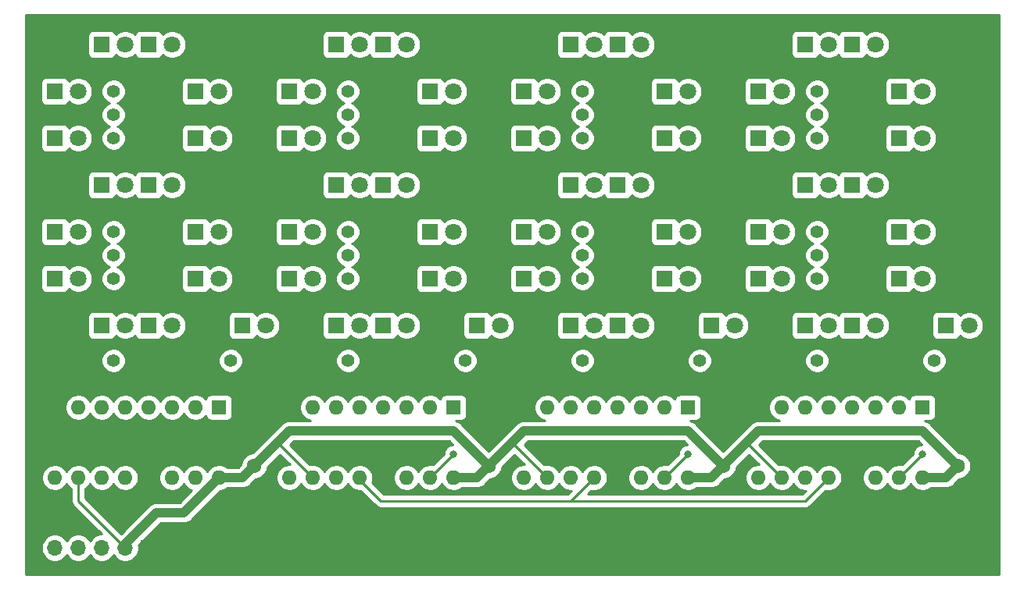
<source format=gbr>
%TF.GenerationSoftware,KiCad,Pcbnew,5.1.6+dfsg1-1*%
%TF.CreationDate,2020-12-16T14:41:41-07:00*%
%TF.ProjectId,7segment,37736567-6d65-46e7-942e-6b696361645f,rev?*%
%TF.SameCoordinates,Original*%
%TF.FileFunction,Copper,L2,Bot*%
%TF.FilePolarity,Positive*%
%FSLAX46Y46*%
G04 Gerber Fmt 4.6, Leading zero omitted, Abs format (unit mm)*
G04 Created by KiCad (PCBNEW 5.1.6+dfsg1-1) date 2020-12-16 14:41:41*
%MOMM*%
%LPD*%
G01*
G04 APERTURE LIST*
%TA.AperFunction,ComponentPad*%
%ADD10O,1.600000X1.600000*%
%TD*%
%TA.AperFunction,ComponentPad*%
%ADD11R,1.600000X1.600000*%
%TD*%
%TA.AperFunction,ComponentPad*%
%ADD12O,1.700000X1.700000*%
%TD*%
%TA.AperFunction,ComponentPad*%
%ADD13R,1.700000X1.700000*%
%TD*%
%TA.AperFunction,ComponentPad*%
%ADD14C,1.600000*%
%TD*%
%TA.AperFunction,ComponentPad*%
%ADD15O,1.400000X1.400000*%
%TD*%
%TA.AperFunction,ComponentPad*%
%ADD16C,1.400000*%
%TD*%
%TA.AperFunction,ComponentPad*%
%ADD17C,1.800000*%
%TD*%
%TA.AperFunction,ComponentPad*%
%ADD18R,1.800000X1.800000*%
%TD*%
%TA.AperFunction,ViaPad*%
%ADD19C,1.200000*%
%TD*%
%TA.AperFunction,ViaPad*%
%ADD20C,0.800000*%
%TD*%
%TA.AperFunction,Conductor*%
%ADD21C,0.250000*%
%TD*%
%TA.AperFunction,Conductor*%
%ADD22C,1.000000*%
%TD*%
%TA.AperFunction,Conductor*%
%ADD23C,0.254000*%
%TD*%
G04 APERTURE END LIST*
D10*
%TO.P,U1,16*%
%TO.N,+5V*%
X97790000Y-109220000D03*
%TO.P,U1,8*%
%TO.N,GND*%
X80010000Y-101600000D03*
%TO.P,U1,15*%
%TO.N,Net-(D15-Pad2)*%
X95250000Y-109220000D03*
%TO.P,U1,7*%
%TO.N,Net-(D22-Pad2)*%
X82550000Y-101600000D03*
%TO.P,U1,14*%
%TO.N,MOSI*%
X92710000Y-109220000D03*
%TO.P,U1,6*%
%TO.N,Net-(D21-Pad2)*%
X85090000Y-101600000D03*
%TO.P,U1,13*%
%TO.N,GND*%
X90170000Y-109220000D03*
%TO.P,U1,5*%
%TO.N,Net-(D20-Pad2)*%
X87630000Y-101600000D03*
%TO.P,U1,12*%
%TO.N,SS*%
X87630000Y-109220000D03*
%TO.P,U1,4*%
%TO.N,Net-(D19-Pad2)*%
X90170000Y-101600000D03*
%TO.P,U1,11*%
%TO.N,CLK*%
X85090000Y-109220000D03*
%TO.P,U1,3*%
%TO.N,Net-(D18-Pad2)*%
X92710000Y-101600000D03*
%TO.P,U1,10*%
%TO.N,+5V*%
X82550000Y-109220000D03*
%TO.P,U1,2*%
%TO.N,Net-(D17-Pad2)*%
X95250000Y-101600000D03*
%TO.P,U1,9*%
%TO.N,D2*%
X80010000Y-109220000D03*
D11*
%TO.P,U1,1*%
%TO.N,Net-(D16-Pad2)*%
X97790000Y-101600000D03*
%TD*%
D10*
%TO.P,U4,16*%
%TO.N,+5V*%
X173990000Y-109220000D03*
%TO.P,U4,8*%
%TO.N,GND*%
X156210000Y-101600000D03*
%TO.P,U4,15*%
%TO.N,Net-(D53-Pad2)*%
X171450000Y-109220000D03*
%TO.P,U4,7*%
%TO.N,Net-(D60-Pad2)*%
X158750000Y-101600000D03*
%TO.P,U4,14*%
%TO.N,D4*%
X168910000Y-109220000D03*
%TO.P,U4,6*%
%TO.N,Net-(D59-Pad2)*%
X161290000Y-101600000D03*
%TO.P,U4,13*%
%TO.N,GND*%
X166370000Y-109220000D03*
%TO.P,U4,5*%
%TO.N,Net-(D58-Pad2)*%
X163830000Y-101600000D03*
%TO.P,U4,12*%
%TO.N,SS*%
X163830000Y-109220000D03*
%TO.P,U4,4*%
%TO.N,Net-(D57-Pad2)*%
X166370000Y-101600000D03*
%TO.P,U4,11*%
%TO.N,CLK*%
X161290000Y-109220000D03*
%TO.P,U4,3*%
%TO.N,Net-(D56-Pad2)*%
X168910000Y-101600000D03*
%TO.P,U4,10*%
%TO.N,+5V*%
X158750000Y-109220000D03*
%TO.P,U4,2*%
%TO.N,Net-(D55-Pad2)*%
X171450000Y-101600000D03*
%TO.P,U4,9*%
%TO.N,Net-(U4-Pad9)*%
X156210000Y-109220000D03*
D11*
%TO.P,U4,1*%
%TO.N,Net-(D54-Pad2)*%
X173990000Y-101600000D03*
%TD*%
D10*
%TO.P,U3,16*%
%TO.N,+5V*%
X148590000Y-109220000D03*
%TO.P,U3,8*%
%TO.N,GND*%
X130810000Y-101600000D03*
%TO.P,U3,15*%
%TO.N,Net-(D45-Pad2)*%
X146050000Y-109220000D03*
%TO.P,U3,7*%
%TO.N,Net-(D52-Pad2)*%
X133350000Y-101600000D03*
%TO.P,U3,14*%
%TO.N,D3*%
X143510000Y-109220000D03*
%TO.P,U3,6*%
%TO.N,Net-(D51-Pad2)*%
X135890000Y-101600000D03*
%TO.P,U3,13*%
%TO.N,GND*%
X140970000Y-109220000D03*
%TO.P,U3,5*%
%TO.N,Net-(D50-Pad2)*%
X138430000Y-101600000D03*
%TO.P,U3,12*%
%TO.N,SS*%
X138430000Y-109220000D03*
%TO.P,U3,4*%
%TO.N,Net-(D49-Pad2)*%
X140970000Y-101600000D03*
%TO.P,U3,11*%
%TO.N,CLK*%
X135890000Y-109220000D03*
%TO.P,U3,3*%
%TO.N,Net-(D48-Pad2)*%
X143510000Y-101600000D03*
%TO.P,U3,10*%
%TO.N,+5V*%
X133350000Y-109220000D03*
%TO.P,U3,2*%
%TO.N,Net-(D47-Pad2)*%
X146050000Y-101600000D03*
%TO.P,U3,9*%
%TO.N,D4*%
X130810000Y-109220000D03*
D11*
%TO.P,U3,1*%
%TO.N,Net-(D46-Pad2)*%
X148590000Y-101600000D03*
%TD*%
D12*
%TO.P,J1,5*%
%TO.N,MOSI*%
X80010000Y-116840000D03*
%TO.P,J1,4*%
%TO.N,CLK*%
X82550000Y-116840000D03*
%TO.P,J1,3*%
%TO.N,SS*%
X85090000Y-116840000D03*
%TO.P,J1,2*%
%TO.N,+5V*%
X87630000Y-116840000D03*
D13*
%TO.P,J1,1*%
%TO.N,GND*%
X90170000Y-116840000D03*
%TD*%
D10*
%TO.P,U2,16*%
%TO.N,+5V*%
X123190000Y-109220000D03*
%TO.P,U2,8*%
%TO.N,GND*%
X105410000Y-101600000D03*
%TO.P,U2,15*%
%TO.N,Net-(D23-Pad2)*%
X120650000Y-109220000D03*
%TO.P,U2,7*%
%TO.N,Net-(D30-Pad2)*%
X107950000Y-101600000D03*
%TO.P,U2,14*%
%TO.N,D2*%
X118110000Y-109220000D03*
%TO.P,U2,6*%
%TO.N,Net-(D29-Pad2)*%
X110490000Y-101600000D03*
%TO.P,U2,13*%
%TO.N,GND*%
X115570000Y-109220000D03*
%TO.P,U2,5*%
%TO.N,Net-(D28-Pad2)*%
X113030000Y-101600000D03*
%TO.P,U2,12*%
%TO.N,SS*%
X113030000Y-109220000D03*
%TO.P,U2,4*%
%TO.N,Net-(D27-Pad2)*%
X115570000Y-101600000D03*
%TO.P,U2,11*%
%TO.N,CLK*%
X110490000Y-109220000D03*
%TO.P,U2,3*%
%TO.N,Net-(D26-Pad2)*%
X118110000Y-101600000D03*
%TO.P,U2,10*%
%TO.N,+5V*%
X107950000Y-109220000D03*
%TO.P,U2,2*%
%TO.N,Net-(D25-Pad2)*%
X120650000Y-101600000D03*
%TO.P,U2,9*%
%TO.N,D3*%
X105410000Y-109220000D03*
D11*
%TO.P,U2,1*%
%TO.N,Net-(D24-Pad2)*%
X123190000Y-101600000D03*
%TD*%
D14*
%TO.P,C4,2*%
%TO.N,GND*%
X177800000Y-102950000D03*
%TO.P,C4,1*%
%TO.N,+5V*%
X177800000Y-107950000D03*
%TD*%
%TO.P,C3,2*%
%TO.N,GND*%
X152400000Y-102950000D03*
%TO.P,C3,1*%
%TO.N,+5V*%
X152400000Y-107950000D03*
%TD*%
%TO.P,C1,2*%
%TO.N,GND*%
X101600000Y-102950000D03*
%TO.P,C1,1*%
%TO.N,+5V*%
X101600000Y-107950000D03*
%TD*%
%TO.P,C2,2*%
%TO.N,GND*%
X127000000Y-102950000D03*
%TO.P,C2,1*%
%TO.N,+5V*%
X127000000Y-107950000D03*
%TD*%
D15*
%TO.P,R32,2*%
%TO.N,GND*%
X180340000Y-96520000D03*
D16*
%TO.P,R32,1*%
%TO.N,Net-(D60-Pad1)*%
X175260000Y-96520000D03*
%TD*%
D15*
%TO.P,R31,2*%
%TO.N,GND*%
X167640000Y-82550000D03*
D16*
%TO.P,R31,1*%
%TO.N,Net-(D44-Pad1)*%
X162560000Y-82550000D03*
%TD*%
D15*
%TO.P,R30,2*%
%TO.N,GND*%
X167640000Y-72390000D03*
D16*
%TO.P,R30,1*%
%TO.N,Net-(D43-Pad1)*%
X162560000Y-72390000D03*
%TD*%
D15*
%TO.P,R29,2*%
%TO.N,GND*%
X167640000Y-87630000D03*
D16*
%TO.P,R29,1*%
%TO.N,Net-(D42-Pad1)*%
X162560000Y-87630000D03*
%TD*%
D15*
%TO.P,R28,2*%
%TO.N,GND*%
X167640000Y-96520000D03*
D16*
%TO.P,R28,1*%
%TO.N,Net-(D41-Pad1)*%
X162560000Y-96520000D03*
%TD*%
D15*
%TO.P,R27,2*%
%TO.N,GND*%
X167640000Y-85090000D03*
D16*
%TO.P,R27,1*%
%TO.N,Net-(D40-Pad1)*%
X162560000Y-85090000D03*
%TD*%
D15*
%TO.P,R26,2*%
%TO.N,GND*%
X167640000Y-69850000D03*
D16*
%TO.P,R26,1*%
%TO.N,Net-(D39-Pad1)*%
X162560000Y-69850000D03*
%TD*%
D15*
%TO.P,R25,2*%
%TO.N,GND*%
X167640000Y-67310000D03*
D16*
%TO.P,R25,1*%
%TO.N,Net-(D38-Pad1)*%
X162560000Y-67310000D03*
%TD*%
D15*
%TO.P,R24,2*%
%TO.N,GND*%
X154940000Y-96520000D03*
D16*
%TO.P,R24,1*%
%TO.N,Net-(D52-Pad1)*%
X149860000Y-96520000D03*
%TD*%
D15*
%TO.P,R23,2*%
%TO.N,GND*%
X142240000Y-82550000D03*
D16*
%TO.P,R23,1*%
%TO.N,Net-(D37-Pad1)*%
X137160000Y-82550000D03*
%TD*%
D15*
%TO.P,R22,2*%
%TO.N,GND*%
X142240000Y-72390000D03*
D16*
%TO.P,R22,1*%
%TO.N,Net-(D36-Pad1)*%
X137160000Y-72390000D03*
%TD*%
D15*
%TO.P,R21,2*%
%TO.N,GND*%
X142240000Y-87630000D03*
D16*
%TO.P,R21,1*%
%TO.N,Net-(D35-Pad1)*%
X137160000Y-87630000D03*
%TD*%
D15*
%TO.P,R20,2*%
%TO.N,GND*%
X142240000Y-96520000D03*
D16*
%TO.P,R20,1*%
%TO.N,Net-(D34-Pad1)*%
X137160000Y-96520000D03*
%TD*%
D15*
%TO.P,R19,2*%
%TO.N,GND*%
X142240000Y-85090000D03*
D16*
%TO.P,R19,1*%
%TO.N,Net-(D33-Pad1)*%
X137160000Y-85090000D03*
%TD*%
D15*
%TO.P,R18,2*%
%TO.N,GND*%
X142240000Y-69850000D03*
D16*
%TO.P,R18,1*%
%TO.N,Net-(D32-Pad1)*%
X137160000Y-69850000D03*
%TD*%
D15*
%TO.P,R17,2*%
%TO.N,GND*%
X142240000Y-67310000D03*
D16*
%TO.P,R17,1*%
%TO.N,Net-(D31-Pad1)*%
X137160000Y-67310000D03*
%TD*%
D15*
%TO.P,R16,2*%
%TO.N,GND*%
X129540000Y-96520000D03*
D16*
%TO.P,R16,1*%
%TO.N,Net-(D30-Pad1)*%
X124460000Y-96520000D03*
%TD*%
D15*
%TO.P,R15,2*%
%TO.N,GND*%
X116840000Y-82550000D03*
D16*
%TO.P,R15,1*%
%TO.N,Net-(D14-Pad1)*%
X111760000Y-82550000D03*
%TD*%
D15*
%TO.P,R14,2*%
%TO.N,GND*%
X116840000Y-72390000D03*
D16*
%TO.P,R14,1*%
%TO.N,Net-(D13-Pad1)*%
X111760000Y-72390000D03*
%TD*%
D15*
%TO.P,R13,2*%
%TO.N,GND*%
X116840000Y-87630000D03*
D16*
%TO.P,R13,1*%
%TO.N,Net-(D12-Pad1)*%
X111760000Y-87630000D03*
%TD*%
D15*
%TO.P,R12,2*%
%TO.N,GND*%
X116840000Y-96520000D03*
D16*
%TO.P,R12,1*%
%TO.N,Net-(D11-Pad1)*%
X111760000Y-96520000D03*
%TD*%
D15*
%TO.P,R11,2*%
%TO.N,GND*%
X116840000Y-85090000D03*
D16*
%TO.P,R11,1*%
%TO.N,Net-(D10-Pad1)*%
X111760000Y-85090000D03*
%TD*%
D15*
%TO.P,R10,2*%
%TO.N,GND*%
X116840000Y-69850000D03*
D16*
%TO.P,R10,1*%
%TO.N,Net-(D9-Pad1)*%
X111760000Y-69850000D03*
%TD*%
D15*
%TO.P,R9,2*%
%TO.N,GND*%
X116840000Y-67310000D03*
D16*
%TO.P,R9,1*%
%TO.N,Net-(D8-Pad1)*%
X111760000Y-67310000D03*
%TD*%
D15*
%TO.P,R8,2*%
%TO.N,GND*%
X104140000Y-96520000D03*
D16*
%TO.P,R8,1*%
%TO.N,Net-(D22-Pad1)*%
X99060000Y-96520000D03*
%TD*%
D15*
%TO.P,R7,2*%
%TO.N,GND*%
X91440000Y-82550000D03*
D16*
%TO.P,R7,1*%
%TO.N,Net-(D7-Pad1)*%
X86360000Y-82550000D03*
%TD*%
D15*
%TO.P,R6,2*%
%TO.N,GND*%
X91440000Y-72390000D03*
D16*
%TO.P,R6,1*%
%TO.N,Net-(D6-Pad1)*%
X86360000Y-72390000D03*
%TD*%
D15*
%TO.P,R5,2*%
%TO.N,GND*%
X91440000Y-87630000D03*
D16*
%TO.P,R5,1*%
%TO.N,Net-(D5-Pad1)*%
X86360000Y-87630000D03*
%TD*%
D15*
%TO.P,R4,2*%
%TO.N,GND*%
X91440000Y-96520000D03*
D16*
%TO.P,R4,1*%
%TO.N,Net-(D4-Pad1)*%
X86360000Y-96520000D03*
%TD*%
D15*
%TO.P,R3,2*%
%TO.N,GND*%
X91440000Y-85090000D03*
D16*
%TO.P,R3,1*%
%TO.N,Net-(D3-Pad1)*%
X86360000Y-85090000D03*
%TD*%
D15*
%TO.P,R2,2*%
%TO.N,GND*%
X91440000Y-69850000D03*
D16*
%TO.P,R2,1*%
%TO.N,Net-(D2-Pad1)*%
X86360000Y-69850000D03*
%TD*%
D15*
%TO.P,R1,2*%
%TO.N,GND*%
X91440000Y-67310000D03*
D16*
%TO.P,R1,1*%
%TO.N,Net-(D1-Pad1)*%
X86360000Y-67310000D03*
%TD*%
D17*
%TO.P,D60,2*%
%TO.N,Net-(D60-Pad2)*%
X179070000Y-92710000D03*
D18*
%TO.P,D60,1*%
%TO.N,Net-(D60-Pad1)*%
X176530000Y-92710000D03*
%TD*%
D17*
%TO.P,D59,2*%
%TO.N,Net-(D59-Pad2)*%
X168910000Y-77470000D03*
D18*
%TO.P,D59,1*%
%TO.N,Net-(D44-Pad2)*%
X166370000Y-77470000D03*
%TD*%
D17*
%TO.P,D58,2*%
%TO.N,Net-(D58-Pad2)*%
X158750000Y-67310000D03*
D18*
%TO.P,D58,1*%
%TO.N,Net-(D43-Pad2)*%
X156210000Y-67310000D03*
%TD*%
D17*
%TO.P,D57,2*%
%TO.N,Net-(D57-Pad2)*%
X158750000Y-82550000D03*
D18*
%TO.P,D57,1*%
%TO.N,Net-(D42-Pad2)*%
X156210000Y-82550000D03*
%TD*%
D17*
%TO.P,D56,2*%
%TO.N,Net-(D56-Pad2)*%
X168910000Y-92710000D03*
D18*
%TO.P,D56,1*%
%TO.N,Net-(D41-Pad2)*%
X166370000Y-92710000D03*
%TD*%
D17*
%TO.P,D55,2*%
%TO.N,Net-(D55-Pad2)*%
X173990000Y-87630000D03*
D18*
%TO.P,D55,1*%
%TO.N,Net-(D40-Pad2)*%
X171450000Y-87630000D03*
%TD*%
D17*
%TO.P,D54,2*%
%TO.N,Net-(D54-Pad2)*%
X173990000Y-72390000D03*
D18*
%TO.P,D54,1*%
%TO.N,Net-(D39-Pad2)*%
X171450000Y-72390000D03*
%TD*%
D17*
%TO.P,D53,2*%
%TO.N,Net-(D53-Pad2)*%
X168910000Y-62230000D03*
D18*
%TO.P,D53,1*%
%TO.N,Net-(D38-Pad2)*%
X166370000Y-62230000D03*
%TD*%
D17*
%TO.P,D52,2*%
%TO.N,Net-(D52-Pad2)*%
X153670000Y-92710000D03*
D18*
%TO.P,D52,1*%
%TO.N,Net-(D52-Pad1)*%
X151130000Y-92710000D03*
%TD*%
D17*
%TO.P,D51,2*%
%TO.N,Net-(D51-Pad2)*%
X143510000Y-77470000D03*
D18*
%TO.P,D51,1*%
%TO.N,Net-(D37-Pad2)*%
X140970000Y-77470000D03*
%TD*%
D17*
%TO.P,D50,2*%
%TO.N,Net-(D50-Pad2)*%
X133350000Y-67310000D03*
D18*
%TO.P,D50,1*%
%TO.N,Net-(D36-Pad2)*%
X130810000Y-67310000D03*
%TD*%
D17*
%TO.P,D49,2*%
%TO.N,Net-(D49-Pad2)*%
X133350000Y-82550000D03*
D18*
%TO.P,D49,1*%
%TO.N,Net-(D35-Pad2)*%
X130810000Y-82550000D03*
%TD*%
D17*
%TO.P,D48,2*%
%TO.N,Net-(D48-Pad2)*%
X143510000Y-92710000D03*
D18*
%TO.P,D48,1*%
%TO.N,Net-(D34-Pad2)*%
X140970000Y-92710000D03*
%TD*%
D17*
%TO.P,D47,2*%
%TO.N,Net-(D47-Pad2)*%
X148590000Y-87630000D03*
D18*
%TO.P,D47,1*%
%TO.N,Net-(D33-Pad2)*%
X146050000Y-87630000D03*
%TD*%
D17*
%TO.P,D46,2*%
%TO.N,Net-(D46-Pad2)*%
X148590000Y-72390000D03*
D18*
%TO.P,D46,1*%
%TO.N,Net-(D32-Pad2)*%
X146050000Y-72390000D03*
%TD*%
D17*
%TO.P,D45,2*%
%TO.N,Net-(D45-Pad2)*%
X143510000Y-62230000D03*
D18*
%TO.P,D45,1*%
%TO.N,Net-(D31-Pad2)*%
X140970000Y-62230000D03*
%TD*%
D17*
%TO.P,D44,2*%
%TO.N,Net-(D44-Pad2)*%
X163830000Y-77470000D03*
D18*
%TO.P,D44,1*%
%TO.N,Net-(D44-Pad1)*%
X161290000Y-77470000D03*
%TD*%
D17*
%TO.P,D43,2*%
%TO.N,Net-(D43-Pad2)*%
X158750000Y-72390000D03*
D18*
%TO.P,D43,1*%
%TO.N,Net-(D43-Pad1)*%
X156210000Y-72390000D03*
%TD*%
D17*
%TO.P,D42,2*%
%TO.N,Net-(D42-Pad2)*%
X158750000Y-87630000D03*
D18*
%TO.P,D42,1*%
%TO.N,Net-(D42-Pad1)*%
X156210000Y-87630000D03*
%TD*%
D17*
%TO.P,D41,2*%
%TO.N,Net-(D41-Pad2)*%
X163830000Y-92710000D03*
D18*
%TO.P,D41,1*%
%TO.N,Net-(D41-Pad1)*%
X161290000Y-92710000D03*
%TD*%
D17*
%TO.P,D40,2*%
%TO.N,Net-(D40-Pad2)*%
X173990000Y-82550000D03*
D18*
%TO.P,D40,1*%
%TO.N,Net-(D40-Pad1)*%
X171450000Y-82550000D03*
%TD*%
D17*
%TO.P,D39,2*%
%TO.N,Net-(D39-Pad2)*%
X173990000Y-67310000D03*
D18*
%TO.P,D39,1*%
%TO.N,Net-(D39-Pad1)*%
X171450000Y-67310000D03*
%TD*%
D17*
%TO.P,D38,2*%
%TO.N,Net-(D38-Pad2)*%
X163830000Y-62230000D03*
D18*
%TO.P,D38,1*%
%TO.N,Net-(D38-Pad1)*%
X161290000Y-62230000D03*
%TD*%
D17*
%TO.P,D37,2*%
%TO.N,Net-(D37-Pad2)*%
X138430000Y-77470000D03*
D18*
%TO.P,D37,1*%
%TO.N,Net-(D37-Pad1)*%
X135890000Y-77470000D03*
%TD*%
D17*
%TO.P,D36,2*%
%TO.N,Net-(D36-Pad2)*%
X133350000Y-72390000D03*
D18*
%TO.P,D36,1*%
%TO.N,Net-(D36-Pad1)*%
X130810000Y-72390000D03*
%TD*%
D17*
%TO.P,D35,2*%
%TO.N,Net-(D35-Pad2)*%
X133350000Y-87630000D03*
D18*
%TO.P,D35,1*%
%TO.N,Net-(D35-Pad1)*%
X130810000Y-87630000D03*
%TD*%
D17*
%TO.P,D34,2*%
%TO.N,Net-(D34-Pad2)*%
X138430000Y-92710000D03*
D18*
%TO.P,D34,1*%
%TO.N,Net-(D34-Pad1)*%
X135890000Y-92710000D03*
%TD*%
D17*
%TO.P,D33,2*%
%TO.N,Net-(D33-Pad2)*%
X148590000Y-82550000D03*
D18*
%TO.P,D33,1*%
%TO.N,Net-(D33-Pad1)*%
X146050000Y-82550000D03*
%TD*%
D17*
%TO.P,D32,2*%
%TO.N,Net-(D32-Pad2)*%
X148590000Y-67310000D03*
D18*
%TO.P,D32,1*%
%TO.N,Net-(D32-Pad1)*%
X146050000Y-67310000D03*
%TD*%
D17*
%TO.P,D31,2*%
%TO.N,Net-(D31-Pad2)*%
X138430000Y-62230000D03*
D18*
%TO.P,D31,1*%
%TO.N,Net-(D31-Pad1)*%
X135890000Y-62230000D03*
%TD*%
D17*
%TO.P,D30,2*%
%TO.N,Net-(D30-Pad2)*%
X128270000Y-92710000D03*
D18*
%TO.P,D30,1*%
%TO.N,Net-(D30-Pad1)*%
X125730000Y-92710000D03*
%TD*%
D17*
%TO.P,D29,2*%
%TO.N,Net-(D29-Pad2)*%
X118110000Y-77470000D03*
D18*
%TO.P,D29,1*%
%TO.N,Net-(D14-Pad2)*%
X115570000Y-77470000D03*
%TD*%
D17*
%TO.P,D28,2*%
%TO.N,Net-(D28-Pad2)*%
X107950000Y-67310000D03*
D18*
%TO.P,D28,1*%
%TO.N,Net-(D13-Pad2)*%
X105410000Y-67310000D03*
%TD*%
D17*
%TO.P,D27,2*%
%TO.N,Net-(D27-Pad2)*%
X107950000Y-82550000D03*
D18*
%TO.P,D27,1*%
%TO.N,Net-(D12-Pad2)*%
X105410000Y-82550000D03*
%TD*%
D17*
%TO.P,D26,2*%
%TO.N,Net-(D26-Pad2)*%
X118110000Y-92710000D03*
D18*
%TO.P,D26,1*%
%TO.N,Net-(D11-Pad2)*%
X115570000Y-92710000D03*
%TD*%
D17*
%TO.P,D25,2*%
%TO.N,Net-(D25-Pad2)*%
X123190000Y-87630000D03*
D18*
%TO.P,D25,1*%
%TO.N,Net-(D10-Pad2)*%
X120650000Y-87630000D03*
%TD*%
D17*
%TO.P,D24,2*%
%TO.N,Net-(D24-Pad2)*%
X123190000Y-72390000D03*
D18*
%TO.P,D24,1*%
%TO.N,Net-(D24-Pad1)*%
X120650000Y-72390000D03*
%TD*%
D17*
%TO.P,D23,2*%
%TO.N,Net-(D23-Pad2)*%
X118110000Y-62230000D03*
D18*
%TO.P,D23,1*%
%TO.N,Net-(D23-Pad1)*%
X115570000Y-62230000D03*
%TD*%
D17*
%TO.P,D22,2*%
%TO.N,Net-(D22-Pad2)*%
X102870000Y-92710000D03*
D18*
%TO.P,D22,1*%
%TO.N,Net-(D22-Pad1)*%
X100330000Y-92710000D03*
%TD*%
D17*
%TO.P,D21,2*%
%TO.N,Net-(D21-Pad2)*%
X92710000Y-77470000D03*
D18*
%TO.P,D21,1*%
%TO.N,Net-(D21-Pad1)*%
X90170000Y-77470000D03*
%TD*%
D17*
%TO.P,D20,2*%
%TO.N,Net-(D20-Pad2)*%
X82550000Y-67310000D03*
D18*
%TO.P,D20,1*%
%TO.N,Net-(D20-Pad1)*%
X80010000Y-67310000D03*
%TD*%
D17*
%TO.P,D19,2*%
%TO.N,Net-(D19-Pad2)*%
X82550000Y-82550000D03*
D18*
%TO.P,D19,1*%
%TO.N,Net-(D19-Pad1)*%
X80010000Y-82550000D03*
%TD*%
D17*
%TO.P,D18,2*%
%TO.N,Net-(D18-Pad2)*%
X92710000Y-92710000D03*
D18*
%TO.P,D18,1*%
%TO.N,Net-(D18-Pad1)*%
X90170000Y-92710000D03*
%TD*%
D17*
%TO.P,D17,2*%
%TO.N,Net-(D17-Pad2)*%
X97790000Y-87630000D03*
D18*
%TO.P,D17,1*%
%TO.N,Net-(D17-Pad1)*%
X95250000Y-87630000D03*
%TD*%
D17*
%TO.P,D16,2*%
%TO.N,Net-(D16-Pad2)*%
X97790000Y-72390000D03*
D18*
%TO.P,D16,1*%
%TO.N,Net-(D16-Pad1)*%
X95250000Y-72390000D03*
%TD*%
D17*
%TO.P,D15,2*%
%TO.N,Net-(D15-Pad2)*%
X92710000Y-62230000D03*
D18*
%TO.P,D15,1*%
%TO.N,Net-(D1-Pad2)*%
X90170000Y-62230000D03*
%TD*%
D17*
%TO.P,D14,2*%
%TO.N,Net-(D14-Pad2)*%
X113030000Y-77470000D03*
D18*
%TO.P,D14,1*%
%TO.N,Net-(D14-Pad1)*%
X110490000Y-77470000D03*
%TD*%
D17*
%TO.P,D13,2*%
%TO.N,Net-(D13-Pad2)*%
X107950000Y-72390000D03*
D18*
%TO.P,D13,1*%
%TO.N,Net-(D13-Pad1)*%
X105410000Y-72390000D03*
%TD*%
D17*
%TO.P,D12,2*%
%TO.N,Net-(D12-Pad2)*%
X107950000Y-87630000D03*
D18*
%TO.P,D12,1*%
%TO.N,Net-(D12-Pad1)*%
X105410000Y-87630000D03*
%TD*%
D17*
%TO.P,D11,2*%
%TO.N,Net-(D11-Pad2)*%
X113030000Y-92710000D03*
D18*
%TO.P,D11,1*%
%TO.N,Net-(D11-Pad1)*%
X110490000Y-92710000D03*
%TD*%
D17*
%TO.P,D10,2*%
%TO.N,Net-(D10-Pad2)*%
X123190000Y-82550000D03*
D18*
%TO.P,D10,1*%
%TO.N,Net-(D10-Pad1)*%
X120650000Y-82550000D03*
%TD*%
D17*
%TO.P,D9,2*%
%TO.N,Net-(D24-Pad1)*%
X123190000Y-67310000D03*
D18*
%TO.P,D9,1*%
%TO.N,Net-(D9-Pad1)*%
X120650000Y-67310000D03*
%TD*%
D17*
%TO.P,D8,2*%
%TO.N,Net-(D23-Pad1)*%
X113030000Y-62230000D03*
D18*
%TO.P,D8,1*%
%TO.N,Net-(D8-Pad1)*%
X110490000Y-62230000D03*
%TD*%
D17*
%TO.P,D7,2*%
%TO.N,Net-(D21-Pad1)*%
X87630000Y-77470000D03*
D18*
%TO.P,D7,1*%
%TO.N,Net-(D7-Pad1)*%
X85090000Y-77470000D03*
%TD*%
D17*
%TO.P,D6,2*%
%TO.N,Net-(D20-Pad1)*%
X82550000Y-72390000D03*
D18*
%TO.P,D6,1*%
%TO.N,Net-(D6-Pad1)*%
X80010000Y-72390000D03*
%TD*%
D17*
%TO.P,D5,2*%
%TO.N,Net-(D19-Pad1)*%
X82550000Y-87630000D03*
D18*
%TO.P,D5,1*%
%TO.N,Net-(D5-Pad1)*%
X80010000Y-87630000D03*
%TD*%
D17*
%TO.P,D4,2*%
%TO.N,Net-(D18-Pad1)*%
X87630000Y-92710000D03*
D18*
%TO.P,D4,1*%
%TO.N,Net-(D4-Pad1)*%
X85090000Y-92710000D03*
%TD*%
D17*
%TO.P,D3,2*%
%TO.N,Net-(D17-Pad1)*%
X97790000Y-82550000D03*
D18*
%TO.P,D3,1*%
%TO.N,Net-(D3-Pad1)*%
X95250000Y-82550000D03*
%TD*%
D17*
%TO.P,D2,2*%
%TO.N,Net-(D16-Pad1)*%
X97790000Y-67310000D03*
D18*
%TO.P,D2,1*%
%TO.N,Net-(D2-Pad1)*%
X95250000Y-67310000D03*
%TD*%
D17*
%TO.P,D1,2*%
%TO.N,Net-(D1-Pad2)*%
X87630000Y-62230000D03*
D18*
%TO.P,D1,1*%
%TO.N,Net-(D1-Pad1)*%
X85090000Y-62230000D03*
%TD*%
D19*
%TO.N,GND*%
X87630000Y-113030000D03*
D20*
X132588000Y-106172000D03*
X107188000Y-106172000D03*
%TO.N,Net-(D23-Pad2)*%
X123190000Y-106680000D03*
%TO.N,Net-(D45-Pad2)*%
X148590000Y-106680000D03*
%TO.N,Net-(D53-Pad2)*%
X173990000Y-106680000D03*
%TD*%
D21*
%TO.N,+5V*%
X133350000Y-109220000D02*
X129540000Y-105410000D01*
D22*
X151130000Y-109220000D02*
X152400000Y-107950000D01*
X123190000Y-109220000D02*
X125730000Y-109220000D01*
X127000000Y-107950000D02*
X129540000Y-105410000D01*
X104140000Y-105410000D02*
X105410000Y-104140000D01*
X173990000Y-109220000D02*
X176530000Y-109220000D01*
X105410000Y-104140000D02*
X123190000Y-104140000D01*
X154940000Y-105410000D02*
X156210000Y-104140000D01*
X123190000Y-104140000D02*
X127000000Y-107950000D01*
X87630000Y-116840000D02*
X87630000Y-116419998D01*
X129540000Y-105410000D02*
X130810000Y-104140000D01*
X100330000Y-109220000D02*
X101600000Y-107950000D01*
X93980000Y-113030000D02*
X97790000Y-109220000D01*
D21*
X82550000Y-109220000D02*
X82550000Y-111760000D01*
X158750000Y-109220000D02*
X154940000Y-105410000D01*
D22*
X148590000Y-109220000D02*
X151130000Y-109220000D01*
X101600000Y-107950000D02*
X104140000Y-105410000D01*
X156210000Y-104140000D02*
X173990000Y-104140000D01*
X97790000Y-109220000D02*
X100330000Y-109220000D01*
X87630000Y-116419998D02*
X91019998Y-113030000D01*
X148590000Y-104140000D02*
X152400000Y-107950000D01*
X152400000Y-107950000D02*
X154940000Y-105410000D01*
X130810000Y-104140000D02*
X148590000Y-104140000D01*
X176530000Y-109220000D02*
X177800000Y-107950000D01*
X173990000Y-104140000D02*
X177800000Y-107950000D01*
D21*
X107950000Y-109220000D02*
X104140000Y-105410000D01*
X82550000Y-111760000D02*
X87630000Y-116840000D01*
D22*
X125730000Y-109220000D02*
X127000000Y-107950000D01*
X91019998Y-113030000D02*
X93980000Y-113030000D01*
D21*
%TO.N,Net-(D23-Pad2)*%
X120650000Y-109220000D02*
X123190000Y-106680000D01*
%TO.N,Net-(D45-Pad2)*%
X146050000Y-109220000D02*
X148590000Y-106680000D01*
%TO.N,Net-(D53-Pad2)*%
X171450000Y-109220000D02*
X173990000Y-106680000D01*
%TO.N,SS*%
X113030000Y-109220000D02*
X113029960Y-109220000D01*
X135890000Y-111760000D02*
X138430000Y-109220000D01*
X161290000Y-111760000D02*
X163830000Y-109220000D01*
X135890000Y-111760000D02*
X161290000Y-111760000D01*
X113030000Y-109474000D02*
X113030000Y-109220000D01*
X115316000Y-111760000D02*
X113030000Y-109474000D01*
X135890000Y-111760000D02*
X115316000Y-111760000D01*
%TD*%
D23*
%TO.N,GND*%
G36*
X182245000Y-119761000D02*
G01*
X76835000Y-119761000D01*
X76835000Y-116693740D01*
X78525000Y-116693740D01*
X78525000Y-116986260D01*
X78582068Y-117273158D01*
X78694010Y-117543411D01*
X78856525Y-117786632D01*
X79063368Y-117993475D01*
X79306589Y-118155990D01*
X79576842Y-118267932D01*
X79863740Y-118325000D01*
X80156260Y-118325000D01*
X80443158Y-118267932D01*
X80713411Y-118155990D01*
X80956632Y-117993475D01*
X81163475Y-117786632D01*
X81280000Y-117612240D01*
X81396525Y-117786632D01*
X81603368Y-117993475D01*
X81846589Y-118155990D01*
X82116842Y-118267932D01*
X82403740Y-118325000D01*
X82696260Y-118325000D01*
X82983158Y-118267932D01*
X83253411Y-118155990D01*
X83496632Y-117993475D01*
X83703475Y-117786632D01*
X83820000Y-117612240D01*
X83936525Y-117786632D01*
X84143368Y-117993475D01*
X84386589Y-118155990D01*
X84656842Y-118267932D01*
X84943740Y-118325000D01*
X85236260Y-118325000D01*
X85523158Y-118267932D01*
X85793411Y-118155990D01*
X86036632Y-117993475D01*
X86243475Y-117786632D01*
X86360000Y-117612240D01*
X86476525Y-117786632D01*
X86683368Y-117993475D01*
X86926589Y-118155990D01*
X87196842Y-118267932D01*
X87483740Y-118325000D01*
X87776260Y-118325000D01*
X88063158Y-118267932D01*
X88333411Y-118155990D01*
X88576632Y-117993475D01*
X88783475Y-117786632D01*
X88945990Y-117543411D01*
X89057932Y-117273158D01*
X89115000Y-116986260D01*
X89115000Y-116693740D01*
X89089514Y-116565615D01*
X91490130Y-114165000D01*
X93924249Y-114165000D01*
X93980000Y-114170491D01*
X94035751Y-114165000D01*
X94035752Y-114165000D01*
X94202499Y-114148577D01*
X94416447Y-114083676D01*
X94613623Y-113978284D01*
X94786449Y-113836449D01*
X94821996Y-113793135D01*
X97967283Y-110647849D01*
X98208574Y-110599853D01*
X98469727Y-110491680D01*
X98674284Y-110355000D01*
X100274249Y-110355000D01*
X100330000Y-110360491D01*
X100385751Y-110355000D01*
X100385752Y-110355000D01*
X100552499Y-110338577D01*
X100766447Y-110273676D01*
X100963623Y-110168284D01*
X101136449Y-110026449D01*
X101171996Y-109983135D01*
X101777282Y-109377850D01*
X102018574Y-109329853D01*
X102279727Y-109221680D01*
X102514759Y-109064637D01*
X102714637Y-108864759D01*
X102871680Y-108629727D01*
X102979853Y-108368574D01*
X103027850Y-108127282D01*
X104405165Y-106749966D01*
X105440199Y-107785000D01*
X105268665Y-107785000D01*
X104991426Y-107840147D01*
X104730273Y-107948320D01*
X104495241Y-108105363D01*
X104295363Y-108305241D01*
X104138320Y-108540273D01*
X104030147Y-108801426D01*
X103975000Y-109078665D01*
X103975000Y-109361335D01*
X104030147Y-109638574D01*
X104138320Y-109899727D01*
X104295363Y-110134759D01*
X104495241Y-110334637D01*
X104730273Y-110491680D01*
X104991426Y-110599853D01*
X105268665Y-110655000D01*
X105551335Y-110655000D01*
X105828574Y-110599853D01*
X106089727Y-110491680D01*
X106324759Y-110334637D01*
X106524637Y-110134759D01*
X106680000Y-109902241D01*
X106835363Y-110134759D01*
X107035241Y-110334637D01*
X107270273Y-110491680D01*
X107531426Y-110599853D01*
X107808665Y-110655000D01*
X108091335Y-110655000D01*
X108368574Y-110599853D01*
X108629727Y-110491680D01*
X108864759Y-110334637D01*
X109064637Y-110134759D01*
X109220000Y-109902241D01*
X109375363Y-110134759D01*
X109575241Y-110334637D01*
X109810273Y-110491680D01*
X110071426Y-110599853D01*
X110348665Y-110655000D01*
X110631335Y-110655000D01*
X110908574Y-110599853D01*
X111169727Y-110491680D01*
X111404759Y-110334637D01*
X111604637Y-110134759D01*
X111760000Y-109902241D01*
X111915363Y-110134759D01*
X112115241Y-110334637D01*
X112350273Y-110491680D01*
X112611426Y-110599853D01*
X112888665Y-110655000D01*
X113136199Y-110655000D01*
X114752200Y-112271002D01*
X114775999Y-112300001D01*
X114891724Y-112394974D01*
X115023753Y-112465546D01*
X115167014Y-112509003D01*
X115278667Y-112520000D01*
X115278676Y-112520000D01*
X115315999Y-112523676D01*
X115353322Y-112520000D01*
X135852678Y-112520000D01*
X135890000Y-112523676D01*
X135927322Y-112520000D01*
X161252678Y-112520000D01*
X161290000Y-112523676D01*
X161327322Y-112520000D01*
X161327333Y-112520000D01*
X161438986Y-112509003D01*
X161582247Y-112465546D01*
X161714276Y-112394974D01*
X161830001Y-112300001D01*
X161853804Y-112270997D01*
X163506114Y-110618688D01*
X163688665Y-110655000D01*
X163971335Y-110655000D01*
X164248574Y-110599853D01*
X164509727Y-110491680D01*
X164744759Y-110334637D01*
X164944637Y-110134759D01*
X165101680Y-109899727D01*
X165209853Y-109638574D01*
X165265000Y-109361335D01*
X165265000Y-109078665D01*
X165209853Y-108801426D01*
X165101680Y-108540273D01*
X164944637Y-108305241D01*
X164744759Y-108105363D01*
X164509727Y-107948320D01*
X164248574Y-107840147D01*
X163971335Y-107785000D01*
X163688665Y-107785000D01*
X163411426Y-107840147D01*
X163150273Y-107948320D01*
X162915241Y-108105363D01*
X162715363Y-108305241D01*
X162560000Y-108537759D01*
X162404637Y-108305241D01*
X162204759Y-108105363D01*
X161969727Y-107948320D01*
X161708574Y-107840147D01*
X161431335Y-107785000D01*
X161148665Y-107785000D01*
X160871426Y-107840147D01*
X160610273Y-107948320D01*
X160375241Y-108105363D01*
X160175363Y-108305241D01*
X160020000Y-108537759D01*
X159864637Y-108305241D01*
X159664759Y-108105363D01*
X159429727Y-107948320D01*
X159168574Y-107840147D01*
X158891335Y-107785000D01*
X158608665Y-107785000D01*
X158426114Y-107821312D01*
X156279966Y-105675165D01*
X156680132Y-105275000D01*
X173519869Y-105275000D01*
X173889869Y-105645000D01*
X173888061Y-105645000D01*
X173688102Y-105684774D01*
X173499744Y-105762795D01*
X173330226Y-105876063D01*
X173186063Y-106020226D01*
X173072795Y-106189744D01*
X172994774Y-106378102D01*
X172955000Y-106578061D01*
X172955000Y-106640197D01*
X171773886Y-107821312D01*
X171591335Y-107785000D01*
X171308665Y-107785000D01*
X171031426Y-107840147D01*
X170770273Y-107948320D01*
X170535241Y-108105363D01*
X170335363Y-108305241D01*
X170180000Y-108537759D01*
X170024637Y-108305241D01*
X169824759Y-108105363D01*
X169589727Y-107948320D01*
X169328574Y-107840147D01*
X169051335Y-107785000D01*
X168768665Y-107785000D01*
X168491426Y-107840147D01*
X168230273Y-107948320D01*
X167995241Y-108105363D01*
X167795363Y-108305241D01*
X167638320Y-108540273D01*
X167530147Y-108801426D01*
X167475000Y-109078665D01*
X167475000Y-109361335D01*
X167530147Y-109638574D01*
X167638320Y-109899727D01*
X167795363Y-110134759D01*
X167995241Y-110334637D01*
X168230273Y-110491680D01*
X168491426Y-110599853D01*
X168768665Y-110655000D01*
X169051335Y-110655000D01*
X169328574Y-110599853D01*
X169589727Y-110491680D01*
X169824759Y-110334637D01*
X170024637Y-110134759D01*
X170180000Y-109902241D01*
X170335363Y-110134759D01*
X170535241Y-110334637D01*
X170770273Y-110491680D01*
X171031426Y-110599853D01*
X171308665Y-110655000D01*
X171591335Y-110655000D01*
X171868574Y-110599853D01*
X172129727Y-110491680D01*
X172364759Y-110334637D01*
X172564637Y-110134759D01*
X172720000Y-109902241D01*
X172875363Y-110134759D01*
X173075241Y-110334637D01*
X173310273Y-110491680D01*
X173571426Y-110599853D01*
X173848665Y-110655000D01*
X174131335Y-110655000D01*
X174408574Y-110599853D01*
X174669727Y-110491680D01*
X174874284Y-110355000D01*
X176474249Y-110355000D01*
X176530000Y-110360491D01*
X176585751Y-110355000D01*
X176585752Y-110355000D01*
X176752499Y-110338577D01*
X176966447Y-110273676D01*
X177163623Y-110168284D01*
X177336449Y-110026449D01*
X177371996Y-109983135D01*
X177977282Y-109377850D01*
X178218574Y-109329853D01*
X178479727Y-109221680D01*
X178714759Y-109064637D01*
X178914637Y-108864759D01*
X179071680Y-108629727D01*
X179179853Y-108368574D01*
X179235000Y-108091335D01*
X179235000Y-107808665D01*
X179179853Y-107531426D01*
X179071680Y-107270273D01*
X178914637Y-107035241D01*
X178714759Y-106835363D01*
X178479727Y-106678320D01*
X178218574Y-106570147D01*
X177977283Y-106522151D01*
X174831996Y-103376865D01*
X174796449Y-103333551D01*
X174623623Y-103191716D01*
X174426447Y-103086324D01*
X174267383Y-103038072D01*
X174790000Y-103038072D01*
X174914482Y-103025812D01*
X175034180Y-102989502D01*
X175144494Y-102930537D01*
X175241185Y-102851185D01*
X175320537Y-102754494D01*
X175379502Y-102644180D01*
X175415812Y-102524482D01*
X175428072Y-102400000D01*
X175428072Y-100800000D01*
X175415812Y-100675518D01*
X175379502Y-100555820D01*
X175320537Y-100445506D01*
X175241185Y-100348815D01*
X175144494Y-100269463D01*
X175034180Y-100210498D01*
X174914482Y-100174188D01*
X174790000Y-100161928D01*
X173190000Y-100161928D01*
X173065518Y-100174188D01*
X172945820Y-100210498D01*
X172835506Y-100269463D01*
X172738815Y-100348815D01*
X172659463Y-100445506D01*
X172600498Y-100555820D01*
X172564188Y-100675518D01*
X172563357Y-100683961D01*
X172364759Y-100485363D01*
X172129727Y-100328320D01*
X171868574Y-100220147D01*
X171591335Y-100165000D01*
X171308665Y-100165000D01*
X171031426Y-100220147D01*
X170770273Y-100328320D01*
X170535241Y-100485363D01*
X170335363Y-100685241D01*
X170180000Y-100917759D01*
X170024637Y-100685241D01*
X169824759Y-100485363D01*
X169589727Y-100328320D01*
X169328574Y-100220147D01*
X169051335Y-100165000D01*
X168768665Y-100165000D01*
X168491426Y-100220147D01*
X168230273Y-100328320D01*
X167995241Y-100485363D01*
X167795363Y-100685241D01*
X167640000Y-100917759D01*
X167484637Y-100685241D01*
X167284759Y-100485363D01*
X167049727Y-100328320D01*
X166788574Y-100220147D01*
X166511335Y-100165000D01*
X166228665Y-100165000D01*
X165951426Y-100220147D01*
X165690273Y-100328320D01*
X165455241Y-100485363D01*
X165255363Y-100685241D01*
X165100000Y-100917759D01*
X164944637Y-100685241D01*
X164744759Y-100485363D01*
X164509727Y-100328320D01*
X164248574Y-100220147D01*
X163971335Y-100165000D01*
X163688665Y-100165000D01*
X163411426Y-100220147D01*
X163150273Y-100328320D01*
X162915241Y-100485363D01*
X162715363Y-100685241D01*
X162560000Y-100917759D01*
X162404637Y-100685241D01*
X162204759Y-100485363D01*
X161969727Y-100328320D01*
X161708574Y-100220147D01*
X161431335Y-100165000D01*
X161148665Y-100165000D01*
X160871426Y-100220147D01*
X160610273Y-100328320D01*
X160375241Y-100485363D01*
X160175363Y-100685241D01*
X160020000Y-100917759D01*
X159864637Y-100685241D01*
X159664759Y-100485363D01*
X159429727Y-100328320D01*
X159168574Y-100220147D01*
X158891335Y-100165000D01*
X158608665Y-100165000D01*
X158331426Y-100220147D01*
X158070273Y-100328320D01*
X157835241Y-100485363D01*
X157635363Y-100685241D01*
X157478320Y-100920273D01*
X157370147Y-101181426D01*
X157315000Y-101458665D01*
X157315000Y-101741335D01*
X157370147Y-102018574D01*
X157478320Y-102279727D01*
X157635363Y-102514759D01*
X157835241Y-102714637D01*
X158070273Y-102871680D01*
X158331426Y-102979853D01*
X158457847Y-103005000D01*
X156265743Y-103005000D01*
X156209999Y-102999510D01*
X156154255Y-103005000D01*
X156154248Y-103005000D01*
X156008493Y-103019356D01*
X155987500Y-103021423D01*
X155942744Y-103035000D01*
X155773553Y-103086324D01*
X155576377Y-103191716D01*
X155403551Y-103333551D01*
X155368008Y-103376860D01*
X154176861Y-104568008D01*
X154176856Y-104568012D01*
X152400001Y-106344868D01*
X149431996Y-103376865D01*
X149396449Y-103333551D01*
X149223623Y-103191716D01*
X149026447Y-103086324D01*
X148867383Y-103038072D01*
X149390000Y-103038072D01*
X149514482Y-103025812D01*
X149634180Y-102989502D01*
X149744494Y-102930537D01*
X149841185Y-102851185D01*
X149920537Y-102754494D01*
X149979502Y-102644180D01*
X150015812Y-102524482D01*
X150028072Y-102400000D01*
X150028072Y-100800000D01*
X150015812Y-100675518D01*
X149979502Y-100555820D01*
X149920537Y-100445506D01*
X149841185Y-100348815D01*
X149744494Y-100269463D01*
X149634180Y-100210498D01*
X149514482Y-100174188D01*
X149390000Y-100161928D01*
X147790000Y-100161928D01*
X147665518Y-100174188D01*
X147545820Y-100210498D01*
X147435506Y-100269463D01*
X147338815Y-100348815D01*
X147259463Y-100445506D01*
X147200498Y-100555820D01*
X147164188Y-100675518D01*
X147163357Y-100683961D01*
X146964759Y-100485363D01*
X146729727Y-100328320D01*
X146468574Y-100220147D01*
X146191335Y-100165000D01*
X145908665Y-100165000D01*
X145631426Y-100220147D01*
X145370273Y-100328320D01*
X145135241Y-100485363D01*
X144935363Y-100685241D01*
X144780000Y-100917759D01*
X144624637Y-100685241D01*
X144424759Y-100485363D01*
X144189727Y-100328320D01*
X143928574Y-100220147D01*
X143651335Y-100165000D01*
X143368665Y-100165000D01*
X143091426Y-100220147D01*
X142830273Y-100328320D01*
X142595241Y-100485363D01*
X142395363Y-100685241D01*
X142240000Y-100917759D01*
X142084637Y-100685241D01*
X141884759Y-100485363D01*
X141649727Y-100328320D01*
X141388574Y-100220147D01*
X141111335Y-100165000D01*
X140828665Y-100165000D01*
X140551426Y-100220147D01*
X140290273Y-100328320D01*
X140055241Y-100485363D01*
X139855363Y-100685241D01*
X139700000Y-100917759D01*
X139544637Y-100685241D01*
X139344759Y-100485363D01*
X139109727Y-100328320D01*
X138848574Y-100220147D01*
X138571335Y-100165000D01*
X138288665Y-100165000D01*
X138011426Y-100220147D01*
X137750273Y-100328320D01*
X137515241Y-100485363D01*
X137315363Y-100685241D01*
X137160000Y-100917759D01*
X137004637Y-100685241D01*
X136804759Y-100485363D01*
X136569727Y-100328320D01*
X136308574Y-100220147D01*
X136031335Y-100165000D01*
X135748665Y-100165000D01*
X135471426Y-100220147D01*
X135210273Y-100328320D01*
X134975241Y-100485363D01*
X134775363Y-100685241D01*
X134620000Y-100917759D01*
X134464637Y-100685241D01*
X134264759Y-100485363D01*
X134029727Y-100328320D01*
X133768574Y-100220147D01*
X133491335Y-100165000D01*
X133208665Y-100165000D01*
X132931426Y-100220147D01*
X132670273Y-100328320D01*
X132435241Y-100485363D01*
X132235363Y-100685241D01*
X132078320Y-100920273D01*
X131970147Y-101181426D01*
X131915000Y-101458665D01*
X131915000Y-101741335D01*
X131970147Y-102018574D01*
X132078320Y-102279727D01*
X132235363Y-102514759D01*
X132435241Y-102714637D01*
X132670273Y-102871680D01*
X132931426Y-102979853D01*
X133057847Y-103005000D01*
X130865743Y-103005000D01*
X130809999Y-102999510D01*
X130754255Y-103005000D01*
X130754248Y-103005000D01*
X130608493Y-103019356D01*
X130587500Y-103021423D01*
X130542744Y-103035000D01*
X130373553Y-103086324D01*
X130176377Y-103191716D01*
X130003551Y-103333551D01*
X129968008Y-103376860D01*
X128776861Y-104568008D01*
X128776856Y-104568012D01*
X127000001Y-106344868D01*
X124031996Y-103376865D01*
X123996449Y-103333551D01*
X123823623Y-103191716D01*
X123626447Y-103086324D01*
X123467383Y-103038072D01*
X123990000Y-103038072D01*
X124114482Y-103025812D01*
X124234180Y-102989502D01*
X124344494Y-102930537D01*
X124441185Y-102851185D01*
X124520537Y-102754494D01*
X124579502Y-102644180D01*
X124615812Y-102524482D01*
X124628072Y-102400000D01*
X124628072Y-100800000D01*
X124615812Y-100675518D01*
X124579502Y-100555820D01*
X124520537Y-100445506D01*
X124441185Y-100348815D01*
X124344494Y-100269463D01*
X124234180Y-100210498D01*
X124114482Y-100174188D01*
X123990000Y-100161928D01*
X122390000Y-100161928D01*
X122265518Y-100174188D01*
X122145820Y-100210498D01*
X122035506Y-100269463D01*
X121938815Y-100348815D01*
X121859463Y-100445506D01*
X121800498Y-100555820D01*
X121764188Y-100675518D01*
X121763357Y-100683961D01*
X121564759Y-100485363D01*
X121329727Y-100328320D01*
X121068574Y-100220147D01*
X120791335Y-100165000D01*
X120508665Y-100165000D01*
X120231426Y-100220147D01*
X119970273Y-100328320D01*
X119735241Y-100485363D01*
X119535363Y-100685241D01*
X119380000Y-100917759D01*
X119224637Y-100685241D01*
X119024759Y-100485363D01*
X118789727Y-100328320D01*
X118528574Y-100220147D01*
X118251335Y-100165000D01*
X117968665Y-100165000D01*
X117691426Y-100220147D01*
X117430273Y-100328320D01*
X117195241Y-100485363D01*
X116995363Y-100685241D01*
X116840000Y-100917759D01*
X116684637Y-100685241D01*
X116484759Y-100485363D01*
X116249727Y-100328320D01*
X115988574Y-100220147D01*
X115711335Y-100165000D01*
X115428665Y-100165000D01*
X115151426Y-100220147D01*
X114890273Y-100328320D01*
X114655241Y-100485363D01*
X114455363Y-100685241D01*
X114300000Y-100917759D01*
X114144637Y-100685241D01*
X113944759Y-100485363D01*
X113709727Y-100328320D01*
X113448574Y-100220147D01*
X113171335Y-100165000D01*
X112888665Y-100165000D01*
X112611426Y-100220147D01*
X112350273Y-100328320D01*
X112115241Y-100485363D01*
X111915363Y-100685241D01*
X111760000Y-100917759D01*
X111604637Y-100685241D01*
X111404759Y-100485363D01*
X111169727Y-100328320D01*
X110908574Y-100220147D01*
X110631335Y-100165000D01*
X110348665Y-100165000D01*
X110071426Y-100220147D01*
X109810273Y-100328320D01*
X109575241Y-100485363D01*
X109375363Y-100685241D01*
X109220000Y-100917759D01*
X109064637Y-100685241D01*
X108864759Y-100485363D01*
X108629727Y-100328320D01*
X108368574Y-100220147D01*
X108091335Y-100165000D01*
X107808665Y-100165000D01*
X107531426Y-100220147D01*
X107270273Y-100328320D01*
X107035241Y-100485363D01*
X106835363Y-100685241D01*
X106678320Y-100920273D01*
X106570147Y-101181426D01*
X106515000Y-101458665D01*
X106515000Y-101741335D01*
X106570147Y-102018574D01*
X106678320Y-102279727D01*
X106835363Y-102514759D01*
X107035241Y-102714637D01*
X107270273Y-102871680D01*
X107531426Y-102979853D01*
X107657847Y-103005000D01*
X105465743Y-103005000D01*
X105409999Y-102999510D01*
X105354255Y-103005000D01*
X105354248Y-103005000D01*
X105208493Y-103019356D01*
X105187500Y-103021423D01*
X105142744Y-103035000D01*
X104973553Y-103086324D01*
X104776377Y-103191716D01*
X104603551Y-103333551D01*
X104568008Y-103376860D01*
X103376861Y-104568008D01*
X103376856Y-104568012D01*
X101422718Y-106522150D01*
X101181426Y-106570147D01*
X100920273Y-106678320D01*
X100685241Y-106835363D01*
X100485363Y-107035241D01*
X100328320Y-107270273D01*
X100220147Y-107531426D01*
X100172150Y-107772718D01*
X99859869Y-108085000D01*
X98674284Y-108085000D01*
X98469727Y-107948320D01*
X98208574Y-107840147D01*
X97931335Y-107785000D01*
X97648665Y-107785000D01*
X97371426Y-107840147D01*
X97110273Y-107948320D01*
X96875241Y-108105363D01*
X96675363Y-108305241D01*
X96520000Y-108537759D01*
X96364637Y-108305241D01*
X96164759Y-108105363D01*
X95929727Y-107948320D01*
X95668574Y-107840147D01*
X95391335Y-107785000D01*
X95108665Y-107785000D01*
X94831426Y-107840147D01*
X94570273Y-107948320D01*
X94335241Y-108105363D01*
X94135363Y-108305241D01*
X93980000Y-108537759D01*
X93824637Y-108305241D01*
X93624759Y-108105363D01*
X93389727Y-107948320D01*
X93128574Y-107840147D01*
X92851335Y-107785000D01*
X92568665Y-107785000D01*
X92291426Y-107840147D01*
X92030273Y-107948320D01*
X91795241Y-108105363D01*
X91595363Y-108305241D01*
X91438320Y-108540273D01*
X91330147Y-108801426D01*
X91275000Y-109078665D01*
X91275000Y-109361335D01*
X91330147Y-109638574D01*
X91438320Y-109899727D01*
X91595363Y-110134759D01*
X91795241Y-110334637D01*
X92030273Y-110491680D01*
X92291426Y-110599853D01*
X92568665Y-110655000D01*
X92851335Y-110655000D01*
X93128574Y-110599853D01*
X93389727Y-110491680D01*
X93624759Y-110334637D01*
X93824637Y-110134759D01*
X93980000Y-109902241D01*
X94135363Y-110134759D01*
X94335241Y-110334637D01*
X94570273Y-110491680D01*
X94812751Y-110592117D01*
X93509869Y-111895000D01*
X91075749Y-111895000D01*
X91019997Y-111889509D01*
X90797498Y-111911423D01*
X90747703Y-111926529D01*
X90583551Y-111976324D01*
X90386375Y-112081716D01*
X90213549Y-112223551D01*
X90178009Y-112266857D01*
X87154834Y-115290033D01*
X83310000Y-111445199D01*
X83310000Y-110438043D01*
X83464759Y-110334637D01*
X83664637Y-110134759D01*
X83820000Y-109902241D01*
X83975363Y-110134759D01*
X84175241Y-110334637D01*
X84410273Y-110491680D01*
X84671426Y-110599853D01*
X84948665Y-110655000D01*
X85231335Y-110655000D01*
X85508574Y-110599853D01*
X85769727Y-110491680D01*
X86004759Y-110334637D01*
X86204637Y-110134759D01*
X86360000Y-109902241D01*
X86515363Y-110134759D01*
X86715241Y-110334637D01*
X86950273Y-110491680D01*
X87211426Y-110599853D01*
X87488665Y-110655000D01*
X87771335Y-110655000D01*
X88048574Y-110599853D01*
X88309727Y-110491680D01*
X88544759Y-110334637D01*
X88744637Y-110134759D01*
X88901680Y-109899727D01*
X89009853Y-109638574D01*
X89065000Y-109361335D01*
X89065000Y-109078665D01*
X89009853Y-108801426D01*
X88901680Y-108540273D01*
X88744637Y-108305241D01*
X88544759Y-108105363D01*
X88309727Y-107948320D01*
X88048574Y-107840147D01*
X87771335Y-107785000D01*
X87488665Y-107785000D01*
X87211426Y-107840147D01*
X86950273Y-107948320D01*
X86715241Y-108105363D01*
X86515363Y-108305241D01*
X86360000Y-108537759D01*
X86204637Y-108305241D01*
X86004759Y-108105363D01*
X85769727Y-107948320D01*
X85508574Y-107840147D01*
X85231335Y-107785000D01*
X84948665Y-107785000D01*
X84671426Y-107840147D01*
X84410273Y-107948320D01*
X84175241Y-108105363D01*
X83975363Y-108305241D01*
X83820000Y-108537759D01*
X83664637Y-108305241D01*
X83464759Y-108105363D01*
X83229727Y-107948320D01*
X82968574Y-107840147D01*
X82691335Y-107785000D01*
X82408665Y-107785000D01*
X82131426Y-107840147D01*
X81870273Y-107948320D01*
X81635241Y-108105363D01*
X81435363Y-108305241D01*
X81280000Y-108537759D01*
X81124637Y-108305241D01*
X80924759Y-108105363D01*
X80689727Y-107948320D01*
X80428574Y-107840147D01*
X80151335Y-107785000D01*
X79868665Y-107785000D01*
X79591426Y-107840147D01*
X79330273Y-107948320D01*
X79095241Y-108105363D01*
X78895363Y-108305241D01*
X78738320Y-108540273D01*
X78630147Y-108801426D01*
X78575000Y-109078665D01*
X78575000Y-109361335D01*
X78630147Y-109638574D01*
X78738320Y-109899727D01*
X78895363Y-110134759D01*
X79095241Y-110334637D01*
X79330273Y-110491680D01*
X79591426Y-110599853D01*
X79868665Y-110655000D01*
X80151335Y-110655000D01*
X80428574Y-110599853D01*
X80689727Y-110491680D01*
X80924759Y-110334637D01*
X81124637Y-110134759D01*
X81280000Y-109902241D01*
X81435363Y-110134759D01*
X81635241Y-110334637D01*
X81790000Y-110438044D01*
X81790001Y-111722668D01*
X81786324Y-111760000D01*
X81790001Y-111797333D01*
X81800998Y-111908986D01*
X81814180Y-111952442D01*
X81844454Y-112052246D01*
X81915026Y-112184276D01*
X81982799Y-112266857D01*
X82010000Y-112300001D01*
X82038998Y-112323799D01*
X85070198Y-115355000D01*
X84943740Y-115355000D01*
X84656842Y-115412068D01*
X84386589Y-115524010D01*
X84143368Y-115686525D01*
X83936525Y-115893368D01*
X83820000Y-116067760D01*
X83703475Y-115893368D01*
X83496632Y-115686525D01*
X83253411Y-115524010D01*
X82983158Y-115412068D01*
X82696260Y-115355000D01*
X82403740Y-115355000D01*
X82116842Y-115412068D01*
X81846589Y-115524010D01*
X81603368Y-115686525D01*
X81396525Y-115893368D01*
X81280000Y-116067760D01*
X81163475Y-115893368D01*
X80956632Y-115686525D01*
X80713411Y-115524010D01*
X80443158Y-115412068D01*
X80156260Y-115355000D01*
X79863740Y-115355000D01*
X79576842Y-115412068D01*
X79306589Y-115524010D01*
X79063368Y-115686525D01*
X78856525Y-115893368D01*
X78694010Y-116136589D01*
X78582068Y-116406842D01*
X78525000Y-116693740D01*
X76835000Y-116693740D01*
X76835000Y-101458665D01*
X81115000Y-101458665D01*
X81115000Y-101741335D01*
X81170147Y-102018574D01*
X81278320Y-102279727D01*
X81435363Y-102514759D01*
X81635241Y-102714637D01*
X81870273Y-102871680D01*
X82131426Y-102979853D01*
X82408665Y-103035000D01*
X82691335Y-103035000D01*
X82968574Y-102979853D01*
X83229727Y-102871680D01*
X83464759Y-102714637D01*
X83664637Y-102514759D01*
X83820000Y-102282241D01*
X83975363Y-102514759D01*
X84175241Y-102714637D01*
X84410273Y-102871680D01*
X84671426Y-102979853D01*
X84948665Y-103035000D01*
X85231335Y-103035000D01*
X85508574Y-102979853D01*
X85769727Y-102871680D01*
X86004759Y-102714637D01*
X86204637Y-102514759D01*
X86360000Y-102282241D01*
X86515363Y-102514759D01*
X86715241Y-102714637D01*
X86950273Y-102871680D01*
X87211426Y-102979853D01*
X87488665Y-103035000D01*
X87771335Y-103035000D01*
X88048574Y-102979853D01*
X88309727Y-102871680D01*
X88544759Y-102714637D01*
X88744637Y-102514759D01*
X88900000Y-102282241D01*
X89055363Y-102514759D01*
X89255241Y-102714637D01*
X89490273Y-102871680D01*
X89751426Y-102979853D01*
X90028665Y-103035000D01*
X90311335Y-103035000D01*
X90588574Y-102979853D01*
X90849727Y-102871680D01*
X91084759Y-102714637D01*
X91284637Y-102514759D01*
X91440000Y-102282241D01*
X91595363Y-102514759D01*
X91795241Y-102714637D01*
X92030273Y-102871680D01*
X92291426Y-102979853D01*
X92568665Y-103035000D01*
X92851335Y-103035000D01*
X93128574Y-102979853D01*
X93389727Y-102871680D01*
X93624759Y-102714637D01*
X93824637Y-102514759D01*
X93980000Y-102282241D01*
X94135363Y-102514759D01*
X94335241Y-102714637D01*
X94570273Y-102871680D01*
X94831426Y-102979853D01*
X95108665Y-103035000D01*
X95391335Y-103035000D01*
X95668574Y-102979853D01*
X95929727Y-102871680D01*
X96164759Y-102714637D01*
X96363357Y-102516039D01*
X96364188Y-102524482D01*
X96400498Y-102644180D01*
X96459463Y-102754494D01*
X96538815Y-102851185D01*
X96635506Y-102930537D01*
X96745820Y-102989502D01*
X96865518Y-103025812D01*
X96990000Y-103038072D01*
X98590000Y-103038072D01*
X98714482Y-103025812D01*
X98834180Y-102989502D01*
X98944494Y-102930537D01*
X99041185Y-102851185D01*
X99120537Y-102754494D01*
X99179502Y-102644180D01*
X99215812Y-102524482D01*
X99228072Y-102400000D01*
X99228072Y-100800000D01*
X99215812Y-100675518D01*
X99179502Y-100555820D01*
X99120537Y-100445506D01*
X99041185Y-100348815D01*
X98944494Y-100269463D01*
X98834180Y-100210498D01*
X98714482Y-100174188D01*
X98590000Y-100161928D01*
X96990000Y-100161928D01*
X96865518Y-100174188D01*
X96745820Y-100210498D01*
X96635506Y-100269463D01*
X96538815Y-100348815D01*
X96459463Y-100445506D01*
X96400498Y-100555820D01*
X96364188Y-100675518D01*
X96363357Y-100683961D01*
X96164759Y-100485363D01*
X95929727Y-100328320D01*
X95668574Y-100220147D01*
X95391335Y-100165000D01*
X95108665Y-100165000D01*
X94831426Y-100220147D01*
X94570273Y-100328320D01*
X94335241Y-100485363D01*
X94135363Y-100685241D01*
X93980000Y-100917759D01*
X93824637Y-100685241D01*
X93624759Y-100485363D01*
X93389727Y-100328320D01*
X93128574Y-100220147D01*
X92851335Y-100165000D01*
X92568665Y-100165000D01*
X92291426Y-100220147D01*
X92030273Y-100328320D01*
X91795241Y-100485363D01*
X91595363Y-100685241D01*
X91440000Y-100917759D01*
X91284637Y-100685241D01*
X91084759Y-100485363D01*
X90849727Y-100328320D01*
X90588574Y-100220147D01*
X90311335Y-100165000D01*
X90028665Y-100165000D01*
X89751426Y-100220147D01*
X89490273Y-100328320D01*
X89255241Y-100485363D01*
X89055363Y-100685241D01*
X88900000Y-100917759D01*
X88744637Y-100685241D01*
X88544759Y-100485363D01*
X88309727Y-100328320D01*
X88048574Y-100220147D01*
X87771335Y-100165000D01*
X87488665Y-100165000D01*
X87211426Y-100220147D01*
X86950273Y-100328320D01*
X86715241Y-100485363D01*
X86515363Y-100685241D01*
X86360000Y-100917759D01*
X86204637Y-100685241D01*
X86004759Y-100485363D01*
X85769727Y-100328320D01*
X85508574Y-100220147D01*
X85231335Y-100165000D01*
X84948665Y-100165000D01*
X84671426Y-100220147D01*
X84410273Y-100328320D01*
X84175241Y-100485363D01*
X83975363Y-100685241D01*
X83820000Y-100917759D01*
X83664637Y-100685241D01*
X83464759Y-100485363D01*
X83229727Y-100328320D01*
X82968574Y-100220147D01*
X82691335Y-100165000D01*
X82408665Y-100165000D01*
X82131426Y-100220147D01*
X81870273Y-100328320D01*
X81635241Y-100485363D01*
X81435363Y-100685241D01*
X81278320Y-100920273D01*
X81170147Y-101181426D01*
X81115000Y-101458665D01*
X76835000Y-101458665D01*
X76835000Y-96388514D01*
X85025000Y-96388514D01*
X85025000Y-96651486D01*
X85076304Y-96909405D01*
X85176939Y-97152359D01*
X85323038Y-97371013D01*
X85508987Y-97556962D01*
X85727641Y-97703061D01*
X85970595Y-97803696D01*
X86228514Y-97855000D01*
X86491486Y-97855000D01*
X86749405Y-97803696D01*
X86992359Y-97703061D01*
X87211013Y-97556962D01*
X87396962Y-97371013D01*
X87543061Y-97152359D01*
X87643696Y-96909405D01*
X87695000Y-96651486D01*
X87695000Y-96388514D01*
X97725000Y-96388514D01*
X97725000Y-96651486D01*
X97776304Y-96909405D01*
X97876939Y-97152359D01*
X98023038Y-97371013D01*
X98208987Y-97556962D01*
X98427641Y-97703061D01*
X98670595Y-97803696D01*
X98928514Y-97855000D01*
X99191486Y-97855000D01*
X99449405Y-97803696D01*
X99692359Y-97703061D01*
X99911013Y-97556962D01*
X100096962Y-97371013D01*
X100243061Y-97152359D01*
X100343696Y-96909405D01*
X100395000Y-96651486D01*
X100395000Y-96388514D01*
X110425000Y-96388514D01*
X110425000Y-96651486D01*
X110476304Y-96909405D01*
X110576939Y-97152359D01*
X110723038Y-97371013D01*
X110908987Y-97556962D01*
X111127641Y-97703061D01*
X111370595Y-97803696D01*
X111628514Y-97855000D01*
X111891486Y-97855000D01*
X112149405Y-97803696D01*
X112392359Y-97703061D01*
X112611013Y-97556962D01*
X112796962Y-97371013D01*
X112943061Y-97152359D01*
X113043696Y-96909405D01*
X113095000Y-96651486D01*
X113095000Y-96388514D01*
X123125000Y-96388514D01*
X123125000Y-96651486D01*
X123176304Y-96909405D01*
X123276939Y-97152359D01*
X123423038Y-97371013D01*
X123608987Y-97556962D01*
X123827641Y-97703061D01*
X124070595Y-97803696D01*
X124328514Y-97855000D01*
X124591486Y-97855000D01*
X124849405Y-97803696D01*
X125092359Y-97703061D01*
X125311013Y-97556962D01*
X125496962Y-97371013D01*
X125643061Y-97152359D01*
X125743696Y-96909405D01*
X125795000Y-96651486D01*
X125795000Y-96388514D01*
X135825000Y-96388514D01*
X135825000Y-96651486D01*
X135876304Y-96909405D01*
X135976939Y-97152359D01*
X136123038Y-97371013D01*
X136308987Y-97556962D01*
X136527641Y-97703061D01*
X136770595Y-97803696D01*
X137028514Y-97855000D01*
X137291486Y-97855000D01*
X137549405Y-97803696D01*
X137792359Y-97703061D01*
X138011013Y-97556962D01*
X138196962Y-97371013D01*
X138343061Y-97152359D01*
X138443696Y-96909405D01*
X138495000Y-96651486D01*
X138495000Y-96388514D01*
X148525000Y-96388514D01*
X148525000Y-96651486D01*
X148576304Y-96909405D01*
X148676939Y-97152359D01*
X148823038Y-97371013D01*
X149008987Y-97556962D01*
X149227641Y-97703061D01*
X149470595Y-97803696D01*
X149728514Y-97855000D01*
X149991486Y-97855000D01*
X150249405Y-97803696D01*
X150492359Y-97703061D01*
X150711013Y-97556962D01*
X150896962Y-97371013D01*
X151043061Y-97152359D01*
X151143696Y-96909405D01*
X151195000Y-96651486D01*
X151195000Y-96388514D01*
X161225000Y-96388514D01*
X161225000Y-96651486D01*
X161276304Y-96909405D01*
X161376939Y-97152359D01*
X161523038Y-97371013D01*
X161708987Y-97556962D01*
X161927641Y-97703061D01*
X162170595Y-97803696D01*
X162428514Y-97855000D01*
X162691486Y-97855000D01*
X162949405Y-97803696D01*
X163192359Y-97703061D01*
X163411013Y-97556962D01*
X163596962Y-97371013D01*
X163743061Y-97152359D01*
X163843696Y-96909405D01*
X163895000Y-96651486D01*
X163895000Y-96388514D01*
X173925000Y-96388514D01*
X173925000Y-96651486D01*
X173976304Y-96909405D01*
X174076939Y-97152359D01*
X174223038Y-97371013D01*
X174408987Y-97556962D01*
X174627641Y-97703061D01*
X174870595Y-97803696D01*
X175128514Y-97855000D01*
X175391486Y-97855000D01*
X175649405Y-97803696D01*
X175892359Y-97703061D01*
X176111013Y-97556962D01*
X176296962Y-97371013D01*
X176443061Y-97152359D01*
X176543696Y-96909405D01*
X176595000Y-96651486D01*
X176595000Y-96388514D01*
X176543696Y-96130595D01*
X176443061Y-95887641D01*
X176296962Y-95668987D01*
X176111013Y-95483038D01*
X175892359Y-95336939D01*
X175649405Y-95236304D01*
X175391486Y-95185000D01*
X175128514Y-95185000D01*
X174870595Y-95236304D01*
X174627641Y-95336939D01*
X174408987Y-95483038D01*
X174223038Y-95668987D01*
X174076939Y-95887641D01*
X173976304Y-96130595D01*
X173925000Y-96388514D01*
X163895000Y-96388514D01*
X163843696Y-96130595D01*
X163743061Y-95887641D01*
X163596962Y-95668987D01*
X163411013Y-95483038D01*
X163192359Y-95336939D01*
X162949405Y-95236304D01*
X162691486Y-95185000D01*
X162428514Y-95185000D01*
X162170595Y-95236304D01*
X161927641Y-95336939D01*
X161708987Y-95483038D01*
X161523038Y-95668987D01*
X161376939Y-95887641D01*
X161276304Y-96130595D01*
X161225000Y-96388514D01*
X151195000Y-96388514D01*
X151143696Y-96130595D01*
X151043061Y-95887641D01*
X150896962Y-95668987D01*
X150711013Y-95483038D01*
X150492359Y-95336939D01*
X150249405Y-95236304D01*
X149991486Y-95185000D01*
X149728514Y-95185000D01*
X149470595Y-95236304D01*
X149227641Y-95336939D01*
X149008987Y-95483038D01*
X148823038Y-95668987D01*
X148676939Y-95887641D01*
X148576304Y-96130595D01*
X148525000Y-96388514D01*
X138495000Y-96388514D01*
X138443696Y-96130595D01*
X138343061Y-95887641D01*
X138196962Y-95668987D01*
X138011013Y-95483038D01*
X137792359Y-95336939D01*
X137549405Y-95236304D01*
X137291486Y-95185000D01*
X137028514Y-95185000D01*
X136770595Y-95236304D01*
X136527641Y-95336939D01*
X136308987Y-95483038D01*
X136123038Y-95668987D01*
X135976939Y-95887641D01*
X135876304Y-96130595D01*
X135825000Y-96388514D01*
X125795000Y-96388514D01*
X125743696Y-96130595D01*
X125643061Y-95887641D01*
X125496962Y-95668987D01*
X125311013Y-95483038D01*
X125092359Y-95336939D01*
X124849405Y-95236304D01*
X124591486Y-95185000D01*
X124328514Y-95185000D01*
X124070595Y-95236304D01*
X123827641Y-95336939D01*
X123608987Y-95483038D01*
X123423038Y-95668987D01*
X123276939Y-95887641D01*
X123176304Y-96130595D01*
X123125000Y-96388514D01*
X113095000Y-96388514D01*
X113043696Y-96130595D01*
X112943061Y-95887641D01*
X112796962Y-95668987D01*
X112611013Y-95483038D01*
X112392359Y-95336939D01*
X112149405Y-95236304D01*
X111891486Y-95185000D01*
X111628514Y-95185000D01*
X111370595Y-95236304D01*
X111127641Y-95336939D01*
X110908987Y-95483038D01*
X110723038Y-95668987D01*
X110576939Y-95887641D01*
X110476304Y-96130595D01*
X110425000Y-96388514D01*
X100395000Y-96388514D01*
X100343696Y-96130595D01*
X100243061Y-95887641D01*
X100096962Y-95668987D01*
X99911013Y-95483038D01*
X99692359Y-95336939D01*
X99449405Y-95236304D01*
X99191486Y-95185000D01*
X98928514Y-95185000D01*
X98670595Y-95236304D01*
X98427641Y-95336939D01*
X98208987Y-95483038D01*
X98023038Y-95668987D01*
X97876939Y-95887641D01*
X97776304Y-96130595D01*
X97725000Y-96388514D01*
X87695000Y-96388514D01*
X87643696Y-96130595D01*
X87543061Y-95887641D01*
X87396962Y-95668987D01*
X87211013Y-95483038D01*
X86992359Y-95336939D01*
X86749405Y-95236304D01*
X86491486Y-95185000D01*
X86228514Y-95185000D01*
X85970595Y-95236304D01*
X85727641Y-95336939D01*
X85508987Y-95483038D01*
X85323038Y-95668987D01*
X85176939Y-95887641D01*
X85076304Y-96130595D01*
X85025000Y-96388514D01*
X76835000Y-96388514D01*
X76835000Y-91810000D01*
X83551928Y-91810000D01*
X83551928Y-93610000D01*
X83564188Y-93734482D01*
X83600498Y-93854180D01*
X83659463Y-93964494D01*
X83738815Y-94061185D01*
X83835506Y-94140537D01*
X83945820Y-94199502D01*
X84065518Y-94235812D01*
X84190000Y-94248072D01*
X85990000Y-94248072D01*
X86114482Y-94235812D01*
X86234180Y-94199502D01*
X86344494Y-94140537D01*
X86441185Y-94061185D01*
X86520537Y-93964494D01*
X86579502Y-93854180D01*
X86585056Y-93835873D01*
X86651495Y-93902312D01*
X86902905Y-94070299D01*
X87182257Y-94186011D01*
X87478816Y-94245000D01*
X87781184Y-94245000D01*
X88077743Y-94186011D01*
X88357095Y-94070299D01*
X88608505Y-93902312D01*
X88674944Y-93835873D01*
X88680498Y-93854180D01*
X88739463Y-93964494D01*
X88818815Y-94061185D01*
X88915506Y-94140537D01*
X89025820Y-94199502D01*
X89145518Y-94235812D01*
X89270000Y-94248072D01*
X91070000Y-94248072D01*
X91194482Y-94235812D01*
X91314180Y-94199502D01*
X91424494Y-94140537D01*
X91521185Y-94061185D01*
X91600537Y-93964494D01*
X91659502Y-93854180D01*
X91665056Y-93835873D01*
X91731495Y-93902312D01*
X91982905Y-94070299D01*
X92262257Y-94186011D01*
X92558816Y-94245000D01*
X92861184Y-94245000D01*
X93157743Y-94186011D01*
X93437095Y-94070299D01*
X93688505Y-93902312D01*
X93902312Y-93688505D01*
X94070299Y-93437095D01*
X94186011Y-93157743D01*
X94245000Y-92861184D01*
X94245000Y-92558816D01*
X94186011Y-92262257D01*
X94070299Y-91982905D01*
X93954768Y-91810000D01*
X98791928Y-91810000D01*
X98791928Y-93610000D01*
X98804188Y-93734482D01*
X98840498Y-93854180D01*
X98899463Y-93964494D01*
X98978815Y-94061185D01*
X99075506Y-94140537D01*
X99185820Y-94199502D01*
X99305518Y-94235812D01*
X99430000Y-94248072D01*
X101230000Y-94248072D01*
X101354482Y-94235812D01*
X101474180Y-94199502D01*
X101584494Y-94140537D01*
X101681185Y-94061185D01*
X101760537Y-93964494D01*
X101819502Y-93854180D01*
X101825056Y-93835873D01*
X101891495Y-93902312D01*
X102142905Y-94070299D01*
X102422257Y-94186011D01*
X102718816Y-94245000D01*
X103021184Y-94245000D01*
X103317743Y-94186011D01*
X103597095Y-94070299D01*
X103848505Y-93902312D01*
X104062312Y-93688505D01*
X104230299Y-93437095D01*
X104346011Y-93157743D01*
X104405000Y-92861184D01*
X104405000Y-92558816D01*
X104346011Y-92262257D01*
X104230299Y-91982905D01*
X104114768Y-91810000D01*
X108951928Y-91810000D01*
X108951928Y-93610000D01*
X108964188Y-93734482D01*
X109000498Y-93854180D01*
X109059463Y-93964494D01*
X109138815Y-94061185D01*
X109235506Y-94140537D01*
X109345820Y-94199502D01*
X109465518Y-94235812D01*
X109590000Y-94248072D01*
X111390000Y-94248072D01*
X111514482Y-94235812D01*
X111634180Y-94199502D01*
X111744494Y-94140537D01*
X111841185Y-94061185D01*
X111920537Y-93964494D01*
X111979502Y-93854180D01*
X111985056Y-93835873D01*
X112051495Y-93902312D01*
X112302905Y-94070299D01*
X112582257Y-94186011D01*
X112878816Y-94245000D01*
X113181184Y-94245000D01*
X113477743Y-94186011D01*
X113757095Y-94070299D01*
X114008505Y-93902312D01*
X114074944Y-93835873D01*
X114080498Y-93854180D01*
X114139463Y-93964494D01*
X114218815Y-94061185D01*
X114315506Y-94140537D01*
X114425820Y-94199502D01*
X114545518Y-94235812D01*
X114670000Y-94248072D01*
X116470000Y-94248072D01*
X116594482Y-94235812D01*
X116714180Y-94199502D01*
X116824494Y-94140537D01*
X116921185Y-94061185D01*
X117000537Y-93964494D01*
X117059502Y-93854180D01*
X117065056Y-93835873D01*
X117131495Y-93902312D01*
X117382905Y-94070299D01*
X117662257Y-94186011D01*
X117958816Y-94245000D01*
X118261184Y-94245000D01*
X118557743Y-94186011D01*
X118837095Y-94070299D01*
X119088505Y-93902312D01*
X119302312Y-93688505D01*
X119470299Y-93437095D01*
X119586011Y-93157743D01*
X119645000Y-92861184D01*
X119645000Y-92558816D01*
X119586011Y-92262257D01*
X119470299Y-91982905D01*
X119354768Y-91810000D01*
X124191928Y-91810000D01*
X124191928Y-93610000D01*
X124204188Y-93734482D01*
X124240498Y-93854180D01*
X124299463Y-93964494D01*
X124378815Y-94061185D01*
X124475506Y-94140537D01*
X124585820Y-94199502D01*
X124705518Y-94235812D01*
X124830000Y-94248072D01*
X126630000Y-94248072D01*
X126754482Y-94235812D01*
X126874180Y-94199502D01*
X126984494Y-94140537D01*
X127081185Y-94061185D01*
X127160537Y-93964494D01*
X127219502Y-93854180D01*
X127225056Y-93835873D01*
X127291495Y-93902312D01*
X127542905Y-94070299D01*
X127822257Y-94186011D01*
X128118816Y-94245000D01*
X128421184Y-94245000D01*
X128717743Y-94186011D01*
X128997095Y-94070299D01*
X129248505Y-93902312D01*
X129462312Y-93688505D01*
X129630299Y-93437095D01*
X129746011Y-93157743D01*
X129805000Y-92861184D01*
X129805000Y-92558816D01*
X129746011Y-92262257D01*
X129630299Y-91982905D01*
X129514768Y-91810000D01*
X134351928Y-91810000D01*
X134351928Y-93610000D01*
X134364188Y-93734482D01*
X134400498Y-93854180D01*
X134459463Y-93964494D01*
X134538815Y-94061185D01*
X134635506Y-94140537D01*
X134745820Y-94199502D01*
X134865518Y-94235812D01*
X134990000Y-94248072D01*
X136790000Y-94248072D01*
X136914482Y-94235812D01*
X137034180Y-94199502D01*
X137144494Y-94140537D01*
X137241185Y-94061185D01*
X137320537Y-93964494D01*
X137379502Y-93854180D01*
X137385056Y-93835873D01*
X137451495Y-93902312D01*
X137702905Y-94070299D01*
X137982257Y-94186011D01*
X138278816Y-94245000D01*
X138581184Y-94245000D01*
X138877743Y-94186011D01*
X139157095Y-94070299D01*
X139408505Y-93902312D01*
X139474944Y-93835873D01*
X139480498Y-93854180D01*
X139539463Y-93964494D01*
X139618815Y-94061185D01*
X139715506Y-94140537D01*
X139825820Y-94199502D01*
X139945518Y-94235812D01*
X140070000Y-94248072D01*
X141870000Y-94248072D01*
X141994482Y-94235812D01*
X142114180Y-94199502D01*
X142224494Y-94140537D01*
X142321185Y-94061185D01*
X142400537Y-93964494D01*
X142459502Y-93854180D01*
X142465056Y-93835873D01*
X142531495Y-93902312D01*
X142782905Y-94070299D01*
X143062257Y-94186011D01*
X143358816Y-94245000D01*
X143661184Y-94245000D01*
X143957743Y-94186011D01*
X144237095Y-94070299D01*
X144488505Y-93902312D01*
X144702312Y-93688505D01*
X144870299Y-93437095D01*
X144986011Y-93157743D01*
X145045000Y-92861184D01*
X145045000Y-92558816D01*
X144986011Y-92262257D01*
X144870299Y-91982905D01*
X144754768Y-91810000D01*
X149591928Y-91810000D01*
X149591928Y-93610000D01*
X149604188Y-93734482D01*
X149640498Y-93854180D01*
X149699463Y-93964494D01*
X149778815Y-94061185D01*
X149875506Y-94140537D01*
X149985820Y-94199502D01*
X150105518Y-94235812D01*
X150230000Y-94248072D01*
X152030000Y-94248072D01*
X152154482Y-94235812D01*
X152274180Y-94199502D01*
X152384494Y-94140537D01*
X152481185Y-94061185D01*
X152560537Y-93964494D01*
X152619502Y-93854180D01*
X152625056Y-93835873D01*
X152691495Y-93902312D01*
X152942905Y-94070299D01*
X153222257Y-94186011D01*
X153518816Y-94245000D01*
X153821184Y-94245000D01*
X154117743Y-94186011D01*
X154397095Y-94070299D01*
X154648505Y-93902312D01*
X154862312Y-93688505D01*
X155030299Y-93437095D01*
X155146011Y-93157743D01*
X155205000Y-92861184D01*
X155205000Y-92558816D01*
X155146011Y-92262257D01*
X155030299Y-91982905D01*
X154914768Y-91810000D01*
X159751928Y-91810000D01*
X159751928Y-93610000D01*
X159764188Y-93734482D01*
X159800498Y-93854180D01*
X159859463Y-93964494D01*
X159938815Y-94061185D01*
X160035506Y-94140537D01*
X160145820Y-94199502D01*
X160265518Y-94235812D01*
X160390000Y-94248072D01*
X162190000Y-94248072D01*
X162314482Y-94235812D01*
X162434180Y-94199502D01*
X162544494Y-94140537D01*
X162641185Y-94061185D01*
X162720537Y-93964494D01*
X162779502Y-93854180D01*
X162785056Y-93835873D01*
X162851495Y-93902312D01*
X163102905Y-94070299D01*
X163382257Y-94186011D01*
X163678816Y-94245000D01*
X163981184Y-94245000D01*
X164277743Y-94186011D01*
X164557095Y-94070299D01*
X164808505Y-93902312D01*
X164874944Y-93835873D01*
X164880498Y-93854180D01*
X164939463Y-93964494D01*
X165018815Y-94061185D01*
X165115506Y-94140537D01*
X165225820Y-94199502D01*
X165345518Y-94235812D01*
X165470000Y-94248072D01*
X167270000Y-94248072D01*
X167394482Y-94235812D01*
X167514180Y-94199502D01*
X167624494Y-94140537D01*
X167721185Y-94061185D01*
X167800537Y-93964494D01*
X167859502Y-93854180D01*
X167865056Y-93835873D01*
X167931495Y-93902312D01*
X168182905Y-94070299D01*
X168462257Y-94186011D01*
X168758816Y-94245000D01*
X169061184Y-94245000D01*
X169357743Y-94186011D01*
X169637095Y-94070299D01*
X169888505Y-93902312D01*
X170102312Y-93688505D01*
X170270299Y-93437095D01*
X170386011Y-93157743D01*
X170445000Y-92861184D01*
X170445000Y-92558816D01*
X170386011Y-92262257D01*
X170270299Y-91982905D01*
X170154768Y-91810000D01*
X174991928Y-91810000D01*
X174991928Y-93610000D01*
X175004188Y-93734482D01*
X175040498Y-93854180D01*
X175099463Y-93964494D01*
X175178815Y-94061185D01*
X175275506Y-94140537D01*
X175385820Y-94199502D01*
X175505518Y-94235812D01*
X175630000Y-94248072D01*
X177430000Y-94248072D01*
X177554482Y-94235812D01*
X177674180Y-94199502D01*
X177784494Y-94140537D01*
X177881185Y-94061185D01*
X177960537Y-93964494D01*
X178019502Y-93854180D01*
X178025056Y-93835873D01*
X178091495Y-93902312D01*
X178342905Y-94070299D01*
X178622257Y-94186011D01*
X178918816Y-94245000D01*
X179221184Y-94245000D01*
X179517743Y-94186011D01*
X179797095Y-94070299D01*
X180048505Y-93902312D01*
X180262312Y-93688505D01*
X180430299Y-93437095D01*
X180546011Y-93157743D01*
X180605000Y-92861184D01*
X180605000Y-92558816D01*
X180546011Y-92262257D01*
X180430299Y-91982905D01*
X180262312Y-91731495D01*
X180048505Y-91517688D01*
X179797095Y-91349701D01*
X179517743Y-91233989D01*
X179221184Y-91175000D01*
X178918816Y-91175000D01*
X178622257Y-91233989D01*
X178342905Y-91349701D01*
X178091495Y-91517688D01*
X178025056Y-91584127D01*
X178019502Y-91565820D01*
X177960537Y-91455506D01*
X177881185Y-91358815D01*
X177784494Y-91279463D01*
X177674180Y-91220498D01*
X177554482Y-91184188D01*
X177430000Y-91171928D01*
X175630000Y-91171928D01*
X175505518Y-91184188D01*
X175385820Y-91220498D01*
X175275506Y-91279463D01*
X175178815Y-91358815D01*
X175099463Y-91455506D01*
X175040498Y-91565820D01*
X175004188Y-91685518D01*
X174991928Y-91810000D01*
X170154768Y-91810000D01*
X170102312Y-91731495D01*
X169888505Y-91517688D01*
X169637095Y-91349701D01*
X169357743Y-91233989D01*
X169061184Y-91175000D01*
X168758816Y-91175000D01*
X168462257Y-91233989D01*
X168182905Y-91349701D01*
X167931495Y-91517688D01*
X167865056Y-91584127D01*
X167859502Y-91565820D01*
X167800537Y-91455506D01*
X167721185Y-91358815D01*
X167624494Y-91279463D01*
X167514180Y-91220498D01*
X167394482Y-91184188D01*
X167270000Y-91171928D01*
X165470000Y-91171928D01*
X165345518Y-91184188D01*
X165225820Y-91220498D01*
X165115506Y-91279463D01*
X165018815Y-91358815D01*
X164939463Y-91455506D01*
X164880498Y-91565820D01*
X164874944Y-91584127D01*
X164808505Y-91517688D01*
X164557095Y-91349701D01*
X164277743Y-91233989D01*
X163981184Y-91175000D01*
X163678816Y-91175000D01*
X163382257Y-91233989D01*
X163102905Y-91349701D01*
X162851495Y-91517688D01*
X162785056Y-91584127D01*
X162779502Y-91565820D01*
X162720537Y-91455506D01*
X162641185Y-91358815D01*
X162544494Y-91279463D01*
X162434180Y-91220498D01*
X162314482Y-91184188D01*
X162190000Y-91171928D01*
X160390000Y-91171928D01*
X160265518Y-91184188D01*
X160145820Y-91220498D01*
X160035506Y-91279463D01*
X159938815Y-91358815D01*
X159859463Y-91455506D01*
X159800498Y-91565820D01*
X159764188Y-91685518D01*
X159751928Y-91810000D01*
X154914768Y-91810000D01*
X154862312Y-91731495D01*
X154648505Y-91517688D01*
X154397095Y-91349701D01*
X154117743Y-91233989D01*
X153821184Y-91175000D01*
X153518816Y-91175000D01*
X153222257Y-91233989D01*
X152942905Y-91349701D01*
X152691495Y-91517688D01*
X152625056Y-91584127D01*
X152619502Y-91565820D01*
X152560537Y-91455506D01*
X152481185Y-91358815D01*
X152384494Y-91279463D01*
X152274180Y-91220498D01*
X152154482Y-91184188D01*
X152030000Y-91171928D01*
X150230000Y-91171928D01*
X150105518Y-91184188D01*
X149985820Y-91220498D01*
X149875506Y-91279463D01*
X149778815Y-91358815D01*
X149699463Y-91455506D01*
X149640498Y-91565820D01*
X149604188Y-91685518D01*
X149591928Y-91810000D01*
X144754768Y-91810000D01*
X144702312Y-91731495D01*
X144488505Y-91517688D01*
X144237095Y-91349701D01*
X143957743Y-91233989D01*
X143661184Y-91175000D01*
X143358816Y-91175000D01*
X143062257Y-91233989D01*
X142782905Y-91349701D01*
X142531495Y-91517688D01*
X142465056Y-91584127D01*
X142459502Y-91565820D01*
X142400537Y-91455506D01*
X142321185Y-91358815D01*
X142224494Y-91279463D01*
X142114180Y-91220498D01*
X141994482Y-91184188D01*
X141870000Y-91171928D01*
X140070000Y-91171928D01*
X139945518Y-91184188D01*
X139825820Y-91220498D01*
X139715506Y-91279463D01*
X139618815Y-91358815D01*
X139539463Y-91455506D01*
X139480498Y-91565820D01*
X139474944Y-91584127D01*
X139408505Y-91517688D01*
X139157095Y-91349701D01*
X138877743Y-91233989D01*
X138581184Y-91175000D01*
X138278816Y-91175000D01*
X137982257Y-91233989D01*
X137702905Y-91349701D01*
X137451495Y-91517688D01*
X137385056Y-91584127D01*
X137379502Y-91565820D01*
X137320537Y-91455506D01*
X137241185Y-91358815D01*
X137144494Y-91279463D01*
X137034180Y-91220498D01*
X136914482Y-91184188D01*
X136790000Y-91171928D01*
X134990000Y-91171928D01*
X134865518Y-91184188D01*
X134745820Y-91220498D01*
X134635506Y-91279463D01*
X134538815Y-91358815D01*
X134459463Y-91455506D01*
X134400498Y-91565820D01*
X134364188Y-91685518D01*
X134351928Y-91810000D01*
X129514768Y-91810000D01*
X129462312Y-91731495D01*
X129248505Y-91517688D01*
X128997095Y-91349701D01*
X128717743Y-91233989D01*
X128421184Y-91175000D01*
X128118816Y-91175000D01*
X127822257Y-91233989D01*
X127542905Y-91349701D01*
X127291495Y-91517688D01*
X127225056Y-91584127D01*
X127219502Y-91565820D01*
X127160537Y-91455506D01*
X127081185Y-91358815D01*
X126984494Y-91279463D01*
X126874180Y-91220498D01*
X126754482Y-91184188D01*
X126630000Y-91171928D01*
X124830000Y-91171928D01*
X124705518Y-91184188D01*
X124585820Y-91220498D01*
X124475506Y-91279463D01*
X124378815Y-91358815D01*
X124299463Y-91455506D01*
X124240498Y-91565820D01*
X124204188Y-91685518D01*
X124191928Y-91810000D01*
X119354768Y-91810000D01*
X119302312Y-91731495D01*
X119088505Y-91517688D01*
X118837095Y-91349701D01*
X118557743Y-91233989D01*
X118261184Y-91175000D01*
X117958816Y-91175000D01*
X117662257Y-91233989D01*
X117382905Y-91349701D01*
X117131495Y-91517688D01*
X117065056Y-91584127D01*
X117059502Y-91565820D01*
X117000537Y-91455506D01*
X116921185Y-91358815D01*
X116824494Y-91279463D01*
X116714180Y-91220498D01*
X116594482Y-91184188D01*
X116470000Y-91171928D01*
X114670000Y-91171928D01*
X114545518Y-91184188D01*
X114425820Y-91220498D01*
X114315506Y-91279463D01*
X114218815Y-91358815D01*
X114139463Y-91455506D01*
X114080498Y-91565820D01*
X114074944Y-91584127D01*
X114008505Y-91517688D01*
X113757095Y-91349701D01*
X113477743Y-91233989D01*
X113181184Y-91175000D01*
X112878816Y-91175000D01*
X112582257Y-91233989D01*
X112302905Y-91349701D01*
X112051495Y-91517688D01*
X111985056Y-91584127D01*
X111979502Y-91565820D01*
X111920537Y-91455506D01*
X111841185Y-91358815D01*
X111744494Y-91279463D01*
X111634180Y-91220498D01*
X111514482Y-91184188D01*
X111390000Y-91171928D01*
X109590000Y-91171928D01*
X109465518Y-91184188D01*
X109345820Y-91220498D01*
X109235506Y-91279463D01*
X109138815Y-91358815D01*
X109059463Y-91455506D01*
X109000498Y-91565820D01*
X108964188Y-91685518D01*
X108951928Y-91810000D01*
X104114768Y-91810000D01*
X104062312Y-91731495D01*
X103848505Y-91517688D01*
X103597095Y-91349701D01*
X103317743Y-91233989D01*
X103021184Y-91175000D01*
X102718816Y-91175000D01*
X102422257Y-91233989D01*
X102142905Y-91349701D01*
X101891495Y-91517688D01*
X101825056Y-91584127D01*
X101819502Y-91565820D01*
X101760537Y-91455506D01*
X101681185Y-91358815D01*
X101584494Y-91279463D01*
X101474180Y-91220498D01*
X101354482Y-91184188D01*
X101230000Y-91171928D01*
X99430000Y-91171928D01*
X99305518Y-91184188D01*
X99185820Y-91220498D01*
X99075506Y-91279463D01*
X98978815Y-91358815D01*
X98899463Y-91455506D01*
X98840498Y-91565820D01*
X98804188Y-91685518D01*
X98791928Y-91810000D01*
X93954768Y-91810000D01*
X93902312Y-91731495D01*
X93688505Y-91517688D01*
X93437095Y-91349701D01*
X93157743Y-91233989D01*
X92861184Y-91175000D01*
X92558816Y-91175000D01*
X92262257Y-91233989D01*
X91982905Y-91349701D01*
X91731495Y-91517688D01*
X91665056Y-91584127D01*
X91659502Y-91565820D01*
X91600537Y-91455506D01*
X91521185Y-91358815D01*
X91424494Y-91279463D01*
X91314180Y-91220498D01*
X91194482Y-91184188D01*
X91070000Y-91171928D01*
X89270000Y-91171928D01*
X89145518Y-91184188D01*
X89025820Y-91220498D01*
X88915506Y-91279463D01*
X88818815Y-91358815D01*
X88739463Y-91455506D01*
X88680498Y-91565820D01*
X88674944Y-91584127D01*
X88608505Y-91517688D01*
X88357095Y-91349701D01*
X88077743Y-91233989D01*
X87781184Y-91175000D01*
X87478816Y-91175000D01*
X87182257Y-91233989D01*
X86902905Y-91349701D01*
X86651495Y-91517688D01*
X86585056Y-91584127D01*
X86579502Y-91565820D01*
X86520537Y-91455506D01*
X86441185Y-91358815D01*
X86344494Y-91279463D01*
X86234180Y-91220498D01*
X86114482Y-91184188D01*
X85990000Y-91171928D01*
X84190000Y-91171928D01*
X84065518Y-91184188D01*
X83945820Y-91220498D01*
X83835506Y-91279463D01*
X83738815Y-91358815D01*
X83659463Y-91455506D01*
X83600498Y-91565820D01*
X83564188Y-91685518D01*
X83551928Y-91810000D01*
X76835000Y-91810000D01*
X76835000Y-86730000D01*
X78471928Y-86730000D01*
X78471928Y-88530000D01*
X78484188Y-88654482D01*
X78520498Y-88774180D01*
X78579463Y-88884494D01*
X78658815Y-88981185D01*
X78755506Y-89060537D01*
X78865820Y-89119502D01*
X78985518Y-89155812D01*
X79110000Y-89168072D01*
X80910000Y-89168072D01*
X81034482Y-89155812D01*
X81154180Y-89119502D01*
X81264494Y-89060537D01*
X81361185Y-88981185D01*
X81440537Y-88884494D01*
X81499502Y-88774180D01*
X81505056Y-88755873D01*
X81571495Y-88822312D01*
X81822905Y-88990299D01*
X82102257Y-89106011D01*
X82398816Y-89165000D01*
X82701184Y-89165000D01*
X82997743Y-89106011D01*
X83277095Y-88990299D01*
X83528505Y-88822312D01*
X83742312Y-88608505D01*
X83910299Y-88357095D01*
X84026011Y-88077743D01*
X84085000Y-87781184D01*
X84085000Y-87478816D01*
X84026011Y-87182257D01*
X83910299Y-86902905D01*
X83742312Y-86651495D01*
X83528505Y-86437688D01*
X83277095Y-86269701D01*
X82997743Y-86153989D01*
X82701184Y-86095000D01*
X82398816Y-86095000D01*
X82102257Y-86153989D01*
X81822905Y-86269701D01*
X81571495Y-86437688D01*
X81505056Y-86504127D01*
X81499502Y-86485820D01*
X81440537Y-86375506D01*
X81361185Y-86278815D01*
X81264494Y-86199463D01*
X81154180Y-86140498D01*
X81034482Y-86104188D01*
X80910000Y-86091928D01*
X79110000Y-86091928D01*
X78985518Y-86104188D01*
X78865820Y-86140498D01*
X78755506Y-86199463D01*
X78658815Y-86278815D01*
X78579463Y-86375506D01*
X78520498Y-86485820D01*
X78484188Y-86605518D01*
X78471928Y-86730000D01*
X76835000Y-86730000D01*
X76835000Y-81650000D01*
X78471928Y-81650000D01*
X78471928Y-83450000D01*
X78484188Y-83574482D01*
X78520498Y-83694180D01*
X78579463Y-83804494D01*
X78658815Y-83901185D01*
X78755506Y-83980537D01*
X78865820Y-84039502D01*
X78985518Y-84075812D01*
X79110000Y-84088072D01*
X80910000Y-84088072D01*
X81034482Y-84075812D01*
X81154180Y-84039502D01*
X81264494Y-83980537D01*
X81361185Y-83901185D01*
X81440537Y-83804494D01*
X81499502Y-83694180D01*
X81505056Y-83675873D01*
X81571495Y-83742312D01*
X81822905Y-83910299D01*
X82102257Y-84026011D01*
X82398816Y-84085000D01*
X82701184Y-84085000D01*
X82997743Y-84026011D01*
X83277095Y-83910299D01*
X83528505Y-83742312D01*
X83742312Y-83528505D01*
X83910299Y-83277095D01*
X84026011Y-82997743D01*
X84085000Y-82701184D01*
X84085000Y-82418514D01*
X85025000Y-82418514D01*
X85025000Y-82681486D01*
X85076304Y-82939405D01*
X85176939Y-83182359D01*
X85323038Y-83401013D01*
X85508987Y-83586962D01*
X85727641Y-83733061D01*
X85937530Y-83820000D01*
X85727641Y-83906939D01*
X85508987Y-84053038D01*
X85323038Y-84238987D01*
X85176939Y-84457641D01*
X85076304Y-84700595D01*
X85025000Y-84958514D01*
X85025000Y-85221486D01*
X85076304Y-85479405D01*
X85176939Y-85722359D01*
X85323038Y-85941013D01*
X85508987Y-86126962D01*
X85727641Y-86273061D01*
X85937530Y-86360000D01*
X85727641Y-86446939D01*
X85508987Y-86593038D01*
X85323038Y-86778987D01*
X85176939Y-86997641D01*
X85076304Y-87240595D01*
X85025000Y-87498514D01*
X85025000Y-87761486D01*
X85076304Y-88019405D01*
X85176939Y-88262359D01*
X85323038Y-88481013D01*
X85508987Y-88666962D01*
X85727641Y-88813061D01*
X85970595Y-88913696D01*
X86228514Y-88965000D01*
X86491486Y-88965000D01*
X86749405Y-88913696D01*
X86992359Y-88813061D01*
X87211013Y-88666962D01*
X87396962Y-88481013D01*
X87543061Y-88262359D01*
X87643696Y-88019405D01*
X87695000Y-87761486D01*
X87695000Y-87498514D01*
X87643696Y-87240595D01*
X87543061Y-86997641D01*
X87396962Y-86778987D01*
X87347975Y-86730000D01*
X93711928Y-86730000D01*
X93711928Y-88530000D01*
X93724188Y-88654482D01*
X93760498Y-88774180D01*
X93819463Y-88884494D01*
X93898815Y-88981185D01*
X93995506Y-89060537D01*
X94105820Y-89119502D01*
X94225518Y-89155812D01*
X94350000Y-89168072D01*
X96150000Y-89168072D01*
X96274482Y-89155812D01*
X96394180Y-89119502D01*
X96504494Y-89060537D01*
X96601185Y-88981185D01*
X96680537Y-88884494D01*
X96739502Y-88774180D01*
X96745056Y-88755873D01*
X96811495Y-88822312D01*
X97062905Y-88990299D01*
X97342257Y-89106011D01*
X97638816Y-89165000D01*
X97941184Y-89165000D01*
X98237743Y-89106011D01*
X98517095Y-88990299D01*
X98768505Y-88822312D01*
X98982312Y-88608505D01*
X99150299Y-88357095D01*
X99266011Y-88077743D01*
X99325000Y-87781184D01*
X99325000Y-87478816D01*
X99266011Y-87182257D01*
X99150299Y-86902905D01*
X99034768Y-86730000D01*
X103871928Y-86730000D01*
X103871928Y-88530000D01*
X103884188Y-88654482D01*
X103920498Y-88774180D01*
X103979463Y-88884494D01*
X104058815Y-88981185D01*
X104155506Y-89060537D01*
X104265820Y-89119502D01*
X104385518Y-89155812D01*
X104510000Y-89168072D01*
X106310000Y-89168072D01*
X106434482Y-89155812D01*
X106554180Y-89119502D01*
X106664494Y-89060537D01*
X106761185Y-88981185D01*
X106840537Y-88884494D01*
X106899502Y-88774180D01*
X106905056Y-88755873D01*
X106971495Y-88822312D01*
X107222905Y-88990299D01*
X107502257Y-89106011D01*
X107798816Y-89165000D01*
X108101184Y-89165000D01*
X108397743Y-89106011D01*
X108677095Y-88990299D01*
X108928505Y-88822312D01*
X109142312Y-88608505D01*
X109310299Y-88357095D01*
X109426011Y-88077743D01*
X109485000Y-87781184D01*
X109485000Y-87478816D01*
X109426011Y-87182257D01*
X109310299Y-86902905D01*
X109142312Y-86651495D01*
X108928505Y-86437688D01*
X108677095Y-86269701D01*
X108397743Y-86153989D01*
X108101184Y-86095000D01*
X107798816Y-86095000D01*
X107502257Y-86153989D01*
X107222905Y-86269701D01*
X106971495Y-86437688D01*
X106905056Y-86504127D01*
X106899502Y-86485820D01*
X106840537Y-86375506D01*
X106761185Y-86278815D01*
X106664494Y-86199463D01*
X106554180Y-86140498D01*
X106434482Y-86104188D01*
X106310000Y-86091928D01*
X104510000Y-86091928D01*
X104385518Y-86104188D01*
X104265820Y-86140498D01*
X104155506Y-86199463D01*
X104058815Y-86278815D01*
X103979463Y-86375506D01*
X103920498Y-86485820D01*
X103884188Y-86605518D01*
X103871928Y-86730000D01*
X99034768Y-86730000D01*
X98982312Y-86651495D01*
X98768505Y-86437688D01*
X98517095Y-86269701D01*
X98237743Y-86153989D01*
X97941184Y-86095000D01*
X97638816Y-86095000D01*
X97342257Y-86153989D01*
X97062905Y-86269701D01*
X96811495Y-86437688D01*
X96745056Y-86504127D01*
X96739502Y-86485820D01*
X96680537Y-86375506D01*
X96601185Y-86278815D01*
X96504494Y-86199463D01*
X96394180Y-86140498D01*
X96274482Y-86104188D01*
X96150000Y-86091928D01*
X94350000Y-86091928D01*
X94225518Y-86104188D01*
X94105820Y-86140498D01*
X93995506Y-86199463D01*
X93898815Y-86278815D01*
X93819463Y-86375506D01*
X93760498Y-86485820D01*
X93724188Y-86605518D01*
X93711928Y-86730000D01*
X87347975Y-86730000D01*
X87211013Y-86593038D01*
X86992359Y-86446939D01*
X86782470Y-86360000D01*
X86992359Y-86273061D01*
X87211013Y-86126962D01*
X87396962Y-85941013D01*
X87543061Y-85722359D01*
X87643696Y-85479405D01*
X87695000Y-85221486D01*
X87695000Y-84958514D01*
X87643696Y-84700595D01*
X87543061Y-84457641D01*
X87396962Y-84238987D01*
X87211013Y-84053038D01*
X86992359Y-83906939D01*
X86782470Y-83820000D01*
X86992359Y-83733061D01*
X87211013Y-83586962D01*
X87396962Y-83401013D01*
X87543061Y-83182359D01*
X87643696Y-82939405D01*
X87695000Y-82681486D01*
X87695000Y-82418514D01*
X87643696Y-82160595D01*
X87543061Y-81917641D01*
X87396962Y-81698987D01*
X87347975Y-81650000D01*
X93711928Y-81650000D01*
X93711928Y-83450000D01*
X93724188Y-83574482D01*
X93760498Y-83694180D01*
X93819463Y-83804494D01*
X93898815Y-83901185D01*
X93995506Y-83980537D01*
X94105820Y-84039502D01*
X94225518Y-84075812D01*
X94350000Y-84088072D01*
X96150000Y-84088072D01*
X96274482Y-84075812D01*
X96394180Y-84039502D01*
X96504494Y-83980537D01*
X96601185Y-83901185D01*
X96680537Y-83804494D01*
X96739502Y-83694180D01*
X96745056Y-83675873D01*
X96811495Y-83742312D01*
X97062905Y-83910299D01*
X97342257Y-84026011D01*
X97638816Y-84085000D01*
X97941184Y-84085000D01*
X98237743Y-84026011D01*
X98517095Y-83910299D01*
X98768505Y-83742312D01*
X98982312Y-83528505D01*
X99150299Y-83277095D01*
X99266011Y-82997743D01*
X99325000Y-82701184D01*
X99325000Y-82398816D01*
X99266011Y-82102257D01*
X99150299Y-81822905D01*
X99034768Y-81650000D01*
X103871928Y-81650000D01*
X103871928Y-83450000D01*
X103884188Y-83574482D01*
X103920498Y-83694180D01*
X103979463Y-83804494D01*
X104058815Y-83901185D01*
X104155506Y-83980537D01*
X104265820Y-84039502D01*
X104385518Y-84075812D01*
X104510000Y-84088072D01*
X106310000Y-84088072D01*
X106434482Y-84075812D01*
X106554180Y-84039502D01*
X106664494Y-83980537D01*
X106761185Y-83901185D01*
X106840537Y-83804494D01*
X106899502Y-83694180D01*
X106905056Y-83675873D01*
X106971495Y-83742312D01*
X107222905Y-83910299D01*
X107502257Y-84026011D01*
X107798816Y-84085000D01*
X108101184Y-84085000D01*
X108397743Y-84026011D01*
X108677095Y-83910299D01*
X108928505Y-83742312D01*
X109142312Y-83528505D01*
X109310299Y-83277095D01*
X109426011Y-82997743D01*
X109485000Y-82701184D01*
X109485000Y-82418514D01*
X110425000Y-82418514D01*
X110425000Y-82681486D01*
X110476304Y-82939405D01*
X110576939Y-83182359D01*
X110723038Y-83401013D01*
X110908987Y-83586962D01*
X111127641Y-83733061D01*
X111337530Y-83820000D01*
X111127641Y-83906939D01*
X110908987Y-84053038D01*
X110723038Y-84238987D01*
X110576939Y-84457641D01*
X110476304Y-84700595D01*
X110425000Y-84958514D01*
X110425000Y-85221486D01*
X110476304Y-85479405D01*
X110576939Y-85722359D01*
X110723038Y-85941013D01*
X110908987Y-86126962D01*
X111127641Y-86273061D01*
X111337530Y-86360000D01*
X111127641Y-86446939D01*
X110908987Y-86593038D01*
X110723038Y-86778987D01*
X110576939Y-86997641D01*
X110476304Y-87240595D01*
X110425000Y-87498514D01*
X110425000Y-87761486D01*
X110476304Y-88019405D01*
X110576939Y-88262359D01*
X110723038Y-88481013D01*
X110908987Y-88666962D01*
X111127641Y-88813061D01*
X111370595Y-88913696D01*
X111628514Y-88965000D01*
X111891486Y-88965000D01*
X112149405Y-88913696D01*
X112392359Y-88813061D01*
X112611013Y-88666962D01*
X112796962Y-88481013D01*
X112943061Y-88262359D01*
X113043696Y-88019405D01*
X113095000Y-87761486D01*
X113095000Y-87498514D01*
X113043696Y-87240595D01*
X112943061Y-86997641D01*
X112796962Y-86778987D01*
X112747975Y-86730000D01*
X119111928Y-86730000D01*
X119111928Y-88530000D01*
X119124188Y-88654482D01*
X119160498Y-88774180D01*
X119219463Y-88884494D01*
X119298815Y-88981185D01*
X119395506Y-89060537D01*
X119505820Y-89119502D01*
X119625518Y-89155812D01*
X119750000Y-89168072D01*
X121550000Y-89168072D01*
X121674482Y-89155812D01*
X121794180Y-89119502D01*
X121904494Y-89060537D01*
X122001185Y-88981185D01*
X122080537Y-88884494D01*
X122139502Y-88774180D01*
X122145056Y-88755873D01*
X122211495Y-88822312D01*
X122462905Y-88990299D01*
X122742257Y-89106011D01*
X123038816Y-89165000D01*
X123341184Y-89165000D01*
X123637743Y-89106011D01*
X123917095Y-88990299D01*
X124168505Y-88822312D01*
X124382312Y-88608505D01*
X124550299Y-88357095D01*
X124666011Y-88077743D01*
X124725000Y-87781184D01*
X124725000Y-87478816D01*
X124666011Y-87182257D01*
X124550299Y-86902905D01*
X124434768Y-86730000D01*
X129271928Y-86730000D01*
X129271928Y-88530000D01*
X129284188Y-88654482D01*
X129320498Y-88774180D01*
X129379463Y-88884494D01*
X129458815Y-88981185D01*
X129555506Y-89060537D01*
X129665820Y-89119502D01*
X129785518Y-89155812D01*
X129910000Y-89168072D01*
X131710000Y-89168072D01*
X131834482Y-89155812D01*
X131954180Y-89119502D01*
X132064494Y-89060537D01*
X132161185Y-88981185D01*
X132240537Y-88884494D01*
X132299502Y-88774180D01*
X132305056Y-88755873D01*
X132371495Y-88822312D01*
X132622905Y-88990299D01*
X132902257Y-89106011D01*
X133198816Y-89165000D01*
X133501184Y-89165000D01*
X133797743Y-89106011D01*
X134077095Y-88990299D01*
X134328505Y-88822312D01*
X134542312Y-88608505D01*
X134710299Y-88357095D01*
X134826011Y-88077743D01*
X134885000Y-87781184D01*
X134885000Y-87478816D01*
X134826011Y-87182257D01*
X134710299Y-86902905D01*
X134542312Y-86651495D01*
X134328505Y-86437688D01*
X134077095Y-86269701D01*
X133797743Y-86153989D01*
X133501184Y-86095000D01*
X133198816Y-86095000D01*
X132902257Y-86153989D01*
X132622905Y-86269701D01*
X132371495Y-86437688D01*
X132305056Y-86504127D01*
X132299502Y-86485820D01*
X132240537Y-86375506D01*
X132161185Y-86278815D01*
X132064494Y-86199463D01*
X131954180Y-86140498D01*
X131834482Y-86104188D01*
X131710000Y-86091928D01*
X129910000Y-86091928D01*
X129785518Y-86104188D01*
X129665820Y-86140498D01*
X129555506Y-86199463D01*
X129458815Y-86278815D01*
X129379463Y-86375506D01*
X129320498Y-86485820D01*
X129284188Y-86605518D01*
X129271928Y-86730000D01*
X124434768Y-86730000D01*
X124382312Y-86651495D01*
X124168505Y-86437688D01*
X123917095Y-86269701D01*
X123637743Y-86153989D01*
X123341184Y-86095000D01*
X123038816Y-86095000D01*
X122742257Y-86153989D01*
X122462905Y-86269701D01*
X122211495Y-86437688D01*
X122145056Y-86504127D01*
X122139502Y-86485820D01*
X122080537Y-86375506D01*
X122001185Y-86278815D01*
X121904494Y-86199463D01*
X121794180Y-86140498D01*
X121674482Y-86104188D01*
X121550000Y-86091928D01*
X119750000Y-86091928D01*
X119625518Y-86104188D01*
X119505820Y-86140498D01*
X119395506Y-86199463D01*
X119298815Y-86278815D01*
X119219463Y-86375506D01*
X119160498Y-86485820D01*
X119124188Y-86605518D01*
X119111928Y-86730000D01*
X112747975Y-86730000D01*
X112611013Y-86593038D01*
X112392359Y-86446939D01*
X112182470Y-86360000D01*
X112392359Y-86273061D01*
X112611013Y-86126962D01*
X112796962Y-85941013D01*
X112943061Y-85722359D01*
X113043696Y-85479405D01*
X113095000Y-85221486D01*
X113095000Y-84958514D01*
X113043696Y-84700595D01*
X112943061Y-84457641D01*
X112796962Y-84238987D01*
X112611013Y-84053038D01*
X112392359Y-83906939D01*
X112182470Y-83820000D01*
X112392359Y-83733061D01*
X112611013Y-83586962D01*
X112796962Y-83401013D01*
X112943061Y-83182359D01*
X113043696Y-82939405D01*
X113095000Y-82681486D01*
X113095000Y-82418514D01*
X113043696Y-82160595D01*
X112943061Y-81917641D01*
X112796962Y-81698987D01*
X112747975Y-81650000D01*
X119111928Y-81650000D01*
X119111928Y-83450000D01*
X119124188Y-83574482D01*
X119160498Y-83694180D01*
X119219463Y-83804494D01*
X119298815Y-83901185D01*
X119395506Y-83980537D01*
X119505820Y-84039502D01*
X119625518Y-84075812D01*
X119750000Y-84088072D01*
X121550000Y-84088072D01*
X121674482Y-84075812D01*
X121794180Y-84039502D01*
X121904494Y-83980537D01*
X122001185Y-83901185D01*
X122080537Y-83804494D01*
X122139502Y-83694180D01*
X122145056Y-83675873D01*
X122211495Y-83742312D01*
X122462905Y-83910299D01*
X122742257Y-84026011D01*
X123038816Y-84085000D01*
X123341184Y-84085000D01*
X123637743Y-84026011D01*
X123917095Y-83910299D01*
X124168505Y-83742312D01*
X124382312Y-83528505D01*
X124550299Y-83277095D01*
X124666011Y-82997743D01*
X124725000Y-82701184D01*
X124725000Y-82398816D01*
X124666011Y-82102257D01*
X124550299Y-81822905D01*
X124434768Y-81650000D01*
X129271928Y-81650000D01*
X129271928Y-83450000D01*
X129284188Y-83574482D01*
X129320498Y-83694180D01*
X129379463Y-83804494D01*
X129458815Y-83901185D01*
X129555506Y-83980537D01*
X129665820Y-84039502D01*
X129785518Y-84075812D01*
X129910000Y-84088072D01*
X131710000Y-84088072D01*
X131834482Y-84075812D01*
X131954180Y-84039502D01*
X132064494Y-83980537D01*
X132161185Y-83901185D01*
X132240537Y-83804494D01*
X132299502Y-83694180D01*
X132305056Y-83675873D01*
X132371495Y-83742312D01*
X132622905Y-83910299D01*
X132902257Y-84026011D01*
X133198816Y-84085000D01*
X133501184Y-84085000D01*
X133797743Y-84026011D01*
X134077095Y-83910299D01*
X134328505Y-83742312D01*
X134542312Y-83528505D01*
X134710299Y-83277095D01*
X134826011Y-82997743D01*
X134885000Y-82701184D01*
X134885000Y-82418514D01*
X135825000Y-82418514D01*
X135825000Y-82681486D01*
X135876304Y-82939405D01*
X135976939Y-83182359D01*
X136123038Y-83401013D01*
X136308987Y-83586962D01*
X136527641Y-83733061D01*
X136737530Y-83820000D01*
X136527641Y-83906939D01*
X136308987Y-84053038D01*
X136123038Y-84238987D01*
X135976939Y-84457641D01*
X135876304Y-84700595D01*
X135825000Y-84958514D01*
X135825000Y-85221486D01*
X135876304Y-85479405D01*
X135976939Y-85722359D01*
X136123038Y-85941013D01*
X136308987Y-86126962D01*
X136527641Y-86273061D01*
X136737530Y-86360000D01*
X136527641Y-86446939D01*
X136308987Y-86593038D01*
X136123038Y-86778987D01*
X135976939Y-86997641D01*
X135876304Y-87240595D01*
X135825000Y-87498514D01*
X135825000Y-87761486D01*
X135876304Y-88019405D01*
X135976939Y-88262359D01*
X136123038Y-88481013D01*
X136308987Y-88666962D01*
X136527641Y-88813061D01*
X136770595Y-88913696D01*
X137028514Y-88965000D01*
X137291486Y-88965000D01*
X137549405Y-88913696D01*
X137792359Y-88813061D01*
X138011013Y-88666962D01*
X138196962Y-88481013D01*
X138343061Y-88262359D01*
X138443696Y-88019405D01*
X138495000Y-87761486D01*
X138495000Y-87498514D01*
X138443696Y-87240595D01*
X138343061Y-86997641D01*
X138196962Y-86778987D01*
X138147975Y-86730000D01*
X144511928Y-86730000D01*
X144511928Y-88530000D01*
X144524188Y-88654482D01*
X144560498Y-88774180D01*
X144619463Y-88884494D01*
X144698815Y-88981185D01*
X144795506Y-89060537D01*
X144905820Y-89119502D01*
X145025518Y-89155812D01*
X145150000Y-89168072D01*
X146950000Y-89168072D01*
X147074482Y-89155812D01*
X147194180Y-89119502D01*
X147304494Y-89060537D01*
X147401185Y-88981185D01*
X147480537Y-88884494D01*
X147539502Y-88774180D01*
X147545056Y-88755873D01*
X147611495Y-88822312D01*
X147862905Y-88990299D01*
X148142257Y-89106011D01*
X148438816Y-89165000D01*
X148741184Y-89165000D01*
X149037743Y-89106011D01*
X149317095Y-88990299D01*
X149568505Y-88822312D01*
X149782312Y-88608505D01*
X149950299Y-88357095D01*
X150066011Y-88077743D01*
X150125000Y-87781184D01*
X150125000Y-87478816D01*
X150066011Y-87182257D01*
X149950299Y-86902905D01*
X149834768Y-86730000D01*
X154671928Y-86730000D01*
X154671928Y-88530000D01*
X154684188Y-88654482D01*
X154720498Y-88774180D01*
X154779463Y-88884494D01*
X154858815Y-88981185D01*
X154955506Y-89060537D01*
X155065820Y-89119502D01*
X155185518Y-89155812D01*
X155310000Y-89168072D01*
X157110000Y-89168072D01*
X157234482Y-89155812D01*
X157354180Y-89119502D01*
X157464494Y-89060537D01*
X157561185Y-88981185D01*
X157640537Y-88884494D01*
X157699502Y-88774180D01*
X157705056Y-88755873D01*
X157771495Y-88822312D01*
X158022905Y-88990299D01*
X158302257Y-89106011D01*
X158598816Y-89165000D01*
X158901184Y-89165000D01*
X159197743Y-89106011D01*
X159477095Y-88990299D01*
X159728505Y-88822312D01*
X159942312Y-88608505D01*
X160110299Y-88357095D01*
X160226011Y-88077743D01*
X160285000Y-87781184D01*
X160285000Y-87478816D01*
X160226011Y-87182257D01*
X160110299Y-86902905D01*
X159942312Y-86651495D01*
X159728505Y-86437688D01*
X159477095Y-86269701D01*
X159197743Y-86153989D01*
X158901184Y-86095000D01*
X158598816Y-86095000D01*
X158302257Y-86153989D01*
X158022905Y-86269701D01*
X157771495Y-86437688D01*
X157705056Y-86504127D01*
X157699502Y-86485820D01*
X157640537Y-86375506D01*
X157561185Y-86278815D01*
X157464494Y-86199463D01*
X157354180Y-86140498D01*
X157234482Y-86104188D01*
X157110000Y-86091928D01*
X155310000Y-86091928D01*
X155185518Y-86104188D01*
X155065820Y-86140498D01*
X154955506Y-86199463D01*
X154858815Y-86278815D01*
X154779463Y-86375506D01*
X154720498Y-86485820D01*
X154684188Y-86605518D01*
X154671928Y-86730000D01*
X149834768Y-86730000D01*
X149782312Y-86651495D01*
X149568505Y-86437688D01*
X149317095Y-86269701D01*
X149037743Y-86153989D01*
X148741184Y-86095000D01*
X148438816Y-86095000D01*
X148142257Y-86153989D01*
X147862905Y-86269701D01*
X147611495Y-86437688D01*
X147545056Y-86504127D01*
X147539502Y-86485820D01*
X147480537Y-86375506D01*
X147401185Y-86278815D01*
X147304494Y-86199463D01*
X147194180Y-86140498D01*
X147074482Y-86104188D01*
X146950000Y-86091928D01*
X145150000Y-86091928D01*
X145025518Y-86104188D01*
X144905820Y-86140498D01*
X144795506Y-86199463D01*
X144698815Y-86278815D01*
X144619463Y-86375506D01*
X144560498Y-86485820D01*
X144524188Y-86605518D01*
X144511928Y-86730000D01*
X138147975Y-86730000D01*
X138011013Y-86593038D01*
X137792359Y-86446939D01*
X137582470Y-86360000D01*
X137792359Y-86273061D01*
X138011013Y-86126962D01*
X138196962Y-85941013D01*
X138343061Y-85722359D01*
X138443696Y-85479405D01*
X138495000Y-85221486D01*
X138495000Y-84958514D01*
X138443696Y-84700595D01*
X138343061Y-84457641D01*
X138196962Y-84238987D01*
X138011013Y-84053038D01*
X137792359Y-83906939D01*
X137582470Y-83820000D01*
X137792359Y-83733061D01*
X138011013Y-83586962D01*
X138196962Y-83401013D01*
X138343061Y-83182359D01*
X138443696Y-82939405D01*
X138495000Y-82681486D01*
X138495000Y-82418514D01*
X138443696Y-82160595D01*
X138343061Y-81917641D01*
X138196962Y-81698987D01*
X138147975Y-81650000D01*
X144511928Y-81650000D01*
X144511928Y-83450000D01*
X144524188Y-83574482D01*
X144560498Y-83694180D01*
X144619463Y-83804494D01*
X144698815Y-83901185D01*
X144795506Y-83980537D01*
X144905820Y-84039502D01*
X145025518Y-84075812D01*
X145150000Y-84088072D01*
X146950000Y-84088072D01*
X147074482Y-84075812D01*
X147194180Y-84039502D01*
X147304494Y-83980537D01*
X147401185Y-83901185D01*
X147480537Y-83804494D01*
X147539502Y-83694180D01*
X147545056Y-83675873D01*
X147611495Y-83742312D01*
X147862905Y-83910299D01*
X148142257Y-84026011D01*
X148438816Y-84085000D01*
X148741184Y-84085000D01*
X149037743Y-84026011D01*
X149317095Y-83910299D01*
X149568505Y-83742312D01*
X149782312Y-83528505D01*
X149950299Y-83277095D01*
X150066011Y-82997743D01*
X150125000Y-82701184D01*
X150125000Y-82398816D01*
X150066011Y-82102257D01*
X149950299Y-81822905D01*
X149834768Y-81650000D01*
X154671928Y-81650000D01*
X154671928Y-83450000D01*
X154684188Y-83574482D01*
X154720498Y-83694180D01*
X154779463Y-83804494D01*
X154858815Y-83901185D01*
X154955506Y-83980537D01*
X155065820Y-84039502D01*
X155185518Y-84075812D01*
X155310000Y-84088072D01*
X157110000Y-84088072D01*
X157234482Y-84075812D01*
X157354180Y-84039502D01*
X157464494Y-83980537D01*
X157561185Y-83901185D01*
X157640537Y-83804494D01*
X157699502Y-83694180D01*
X157705056Y-83675873D01*
X157771495Y-83742312D01*
X158022905Y-83910299D01*
X158302257Y-84026011D01*
X158598816Y-84085000D01*
X158901184Y-84085000D01*
X159197743Y-84026011D01*
X159477095Y-83910299D01*
X159728505Y-83742312D01*
X159942312Y-83528505D01*
X160110299Y-83277095D01*
X160226011Y-82997743D01*
X160285000Y-82701184D01*
X160285000Y-82418514D01*
X161225000Y-82418514D01*
X161225000Y-82681486D01*
X161276304Y-82939405D01*
X161376939Y-83182359D01*
X161523038Y-83401013D01*
X161708987Y-83586962D01*
X161927641Y-83733061D01*
X162137530Y-83820000D01*
X161927641Y-83906939D01*
X161708987Y-84053038D01*
X161523038Y-84238987D01*
X161376939Y-84457641D01*
X161276304Y-84700595D01*
X161225000Y-84958514D01*
X161225000Y-85221486D01*
X161276304Y-85479405D01*
X161376939Y-85722359D01*
X161523038Y-85941013D01*
X161708987Y-86126962D01*
X161927641Y-86273061D01*
X162137530Y-86360000D01*
X161927641Y-86446939D01*
X161708987Y-86593038D01*
X161523038Y-86778987D01*
X161376939Y-86997641D01*
X161276304Y-87240595D01*
X161225000Y-87498514D01*
X161225000Y-87761486D01*
X161276304Y-88019405D01*
X161376939Y-88262359D01*
X161523038Y-88481013D01*
X161708987Y-88666962D01*
X161927641Y-88813061D01*
X162170595Y-88913696D01*
X162428514Y-88965000D01*
X162691486Y-88965000D01*
X162949405Y-88913696D01*
X163192359Y-88813061D01*
X163411013Y-88666962D01*
X163596962Y-88481013D01*
X163743061Y-88262359D01*
X163843696Y-88019405D01*
X163895000Y-87761486D01*
X163895000Y-87498514D01*
X163843696Y-87240595D01*
X163743061Y-86997641D01*
X163596962Y-86778987D01*
X163547975Y-86730000D01*
X169911928Y-86730000D01*
X169911928Y-88530000D01*
X169924188Y-88654482D01*
X169960498Y-88774180D01*
X170019463Y-88884494D01*
X170098815Y-88981185D01*
X170195506Y-89060537D01*
X170305820Y-89119502D01*
X170425518Y-89155812D01*
X170550000Y-89168072D01*
X172350000Y-89168072D01*
X172474482Y-89155812D01*
X172594180Y-89119502D01*
X172704494Y-89060537D01*
X172801185Y-88981185D01*
X172880537Y-88884494D01*
X172939502Y-88774180D01*
X172945056Y-88755873D01*
X173011495Y-88822312D01*
X173262905Y-88990299D01*
X173542257Y-89106011D01*
X173838816Y-89165000D01*
X174141184Y-89165000D01*
X174437743Y-89106011D01*
X174717095Y-88990299D01*
X174968505Y-88822312D01*
X175182312Y-88608505D01*
X175350299Y-88357095D01*
X175466011Y-88077743D01*
X175525000Y-87781184D01*
X175525000Y-87478816D01*
X175466011Y-87182257D01*
X175350299Y-86902905D01*
X175182312Y-86651495D01*
X174968505Y-86437688D01*
X174717095Y-86269701D01*
X174437743Y-86153989D01*
X174141184Y-86095000D01*
X173838816Y-86095000D01*
X173542257Y-86153989D01*
X173262905Y-86269701D01*
X173011495Y-86437688D01*
X172945056Y-86504127D01*
X172939502Y-86485820D01*
X172880537Y-86375506D01*
X172801185Y-86278815D01*
X172704494Y-86199463D01*
X172594180Y-86140498D01*
X172474482Y-86104188D01*
X172350000Y-86091928D01*
X170550000Y-86091928D01*
X170425518Y-86104188D01*
X170305820Y-86140498D01*
X170195506Y-86199463D01*
X170098815Y-86278815D01*
X170019463Y-86375506D01*
X169960498Y-86485820D01*
X169924188Y-86605518D01*
X169911928Y-86730000D01*
X163547975Y-86730000D01*
X163411013Y-86593038D01*
X163192359Y-86446939D01*
X162982470Y-86360000D01*
X163192359Y-86273061D01*
X163411013Y-86126962D01*
X163596962Y-85941013D01*
X163743061Y-85722359D01*
X163843696Y-85479405D01*
X163895000Y-85221486D01*
X163895000Y-84958514D01*
X163843696Y-84700595D01*
X163743061Y-84457641D01*
X163596962Y-84238987D01*
X163411013Y-84053038D01*
X163192359Y-83906939D01*
X162982470Y-83820000D01*
X163192359Y-83733061D01*
X163411013Y-83586962D01*
X163596962Y-83401013D01*
X163743061Y-83182359D01*
X163843696Y-82939405D01*
X163895000Y-82681486D01*
X163895000Y-82418514D01*
X163843696Y-82160595D01*
X163743061Y-81917641D01*
X163596962Y-81698987D01*
X163547975Y-81650000D01*
X169911928Y-81650000D01*
X169911928Y-83450000D01*
X169924188Y-83574482D01*
X169960498Y-83694180D01*
X170019463Y-83804494D01*
X170098815Y-83901185D01*
X170195506Y-83980537D01*
X170305820Y-84039502D01*
X170425518Y-84075812D01*
X170550000Y-84088072D01*
X172350000Y-84088072D01*
X172474482Y-84075812D01*
X172594180Y-84039502D01*
X172704494Y-83980537D01*
X172801185Y-83901185D01*
X172880537Y-83804494D01*
X172939502Y-83694180D01*
X172945056Y-83675873D01*
X173011495Y-83742312D01*
X173262905Y-83910299D01*
X173542257Y-84026011D01*
X173838816Y-84085000D01*
X174141184Y-84085000D01*
X174437743Y-84026011D01*
X174717095Y-83910299D01*
X174968505Y-83742312D01*
X175182312Y-83528505D01*
X175350299Y-83277095D01*
X175466011Y-82997743D01*
X175525000Y-82701184D01*
X175525000Y-82398816D01*
X175466011Y-82102257D01*
X175350299Y-81822905D01*
X175182312Y-81571495D01*
X174968505Y-81357688D01*
X174717095Y-81189701D01*
X174437743Y-81073989D01*
X174141184Y-81015000D01*
X173838816Y-81015000D01*
X173542257Y-81073989D01*
X173262905Y-81189701D01*
X173011495Y-81357688D01*
X172945056Y-81424127D01*
X172939502Y-81405820D01*
X172880537Y-81295506D01*
X172801185Y-81198815D01*
X172704494Y-81119463D01*
X172594180Y-81060498D01*
X172474482Y-81024188D01*
X172350000Y-81011928D01*
X170550000Y-81011928D01*
X170425518Y-81024188D01*
X170305820Y-81060498D01*
X170195506Y-81119463D01*
X170098815Y-81198815D01*
X170019463Y-81295506D01*
X169960498Y-81405820D01*
X169924188Y-81525518D01*
X169911928Y-81650000D01*
X163547975Y-81650000D01*
X163411013Y-81513038D01*
X163192359Y-81366939D01*
X162949405Y-81266304D01*
X162691486Y-81215000D01*
X162428514Y-81215000D01*
X162170595Y-81266304D01*
X161927641Y-81366939D01*
X161708987Y-81513038D01*
X161523038Y-81698987D01*
X161376939Y-81917641D01*
X161276304Y-82160595D01*
X161225000Y-82418514D01*
X160285000Y-82418514D01*
X160285000Y-82398816D01*
X160226011Y-82102257D01*
X160110299Y-81822905D01*
X159942312Y-81571495D01*
X159728505Y-81357688D01*
X159477095Y-81189701D01*
X159197743Y-81073989D01*
X158901184Y-81015000D01*
X158598816Y-81015000D01*
X158302257Y-81073989D01*
X158022905Y-81189701D01*
X157771495Y-81357688D01*
X157705056Y-81424127D01*
X157699502Y-81405820D01*
X157640537Y-81295506D01*
X157561185Y-81198815D01*
X157464494Y-81119463D01*
X157354180Y-81060498D01*
X157234482Y-81024188D01*
X157110000Y-81011928D01*
X155310000Y-81011928D01*
X155185518Y-81024188D01*
X155065820Y-81060498D01*
X154955506Y-81119463D01*
X154858815Y-81198815D01*
X154779463Y-81295506D01*
X154720498Y-81405820D01*
X154684188Y-81525518D01*
X154671928Y-81650000D01*
X149834768Y-81650000D01*
X149782312Y-81571495D01*
X149568505Y-81357688D01*
X149317095Y-81189701D01*
X149037743Y-81073989D01*
X148741184Y-81015000D01*
X148438816Y-81015000D01*
X148142257Y-81073989D01*
X147862905Y-81189701D01*
X147611495Y-81357688D01*
X147545056Y-81424127D01*
X147539502Y-81405820D01*
X147480537Y-81295506D01*
X147401185Y-81198815D01*
X147304494Y-81119463D01*
X147194180Y-81060498D01*
X147074482Y-81024188D01*
X146950000Y-81011928D01*
X145150000Y-81011928D01*
X145025518Y-81024188D01*
X144905820Y-81060498D01*
X144795506Y-81119463D01*
X144698815Y-81198815D01*
X144619463Y-81295506D01*
X144560498Y-81405820D01*
X144524188Y-81525518D01*
X144511928Y-81650000D01*
X138147975Y-81650000D01*
X138011013Y-81513038D01*
X137792359Y-81366939D01*
X137549405Y-81266304D01*
X137291486Y-81215000D01*
X137028514Y-81215000D01*
X136770595Y-81266304D01*
X136527641Y-81366939D01*
X136308987Y-81513038D01*
X136123038Y-81698987D01*
X135976939Y-81917641D01*
X135876304Y-82160595D01*
X135825000Y-82418514D01*
X134885000Y-82418514D01*
X134885000Y-82398816D01*
X134826011Y-82102257D01*
X134710299Y-81822905D01*
X134542312Y-81571495D01*
X134328505Y-81357688D01*
X134077095Y-81189701D01*
X133797743Y-81073989D01*
X133501184Y-81015000D01*
X133198816Y-81015000D01*
X132902257Y-81073989D01*
X132622905Y-81189701D01*
X132371495Y-81357688D01*
X132305056Y-81424127D01*
X132299502Y-81405820D01*
X132240537Y-81295506D01*
X132161185Y-81198815D01*
X132064494Y-81119463D01*
X131954180Y-81060498D01*
X131834482Y-81024188D01*
X131710000Y-81011928D01*
X129910000Y-81011928D01*
X129785518Y-81024188D01*
X129665820Y-81060498D01*
X129555506Y-81119463D01*
X129458815Y-81198815D01*
X129379463Y-81295506D01*
X129320498Y-81405820D01*
X129284188Y-81525518D01*
X129271928Y-81650000D01*
X124434768Y-81650000D01*
X124382312Y-81571495D01*
X124168505Y-81357688D01*
X123917095Y-81189701D01*
X123637743Y-81073989D01*
X123341184Y-81015000D01*
X123038816Y-81015000D01*
X122742257Y-81073989D01*
X122462905Y-81189701D01*
X122211495Y-81357688D01*
X122145056Y-81424127D01*
X122139502Y-81405820D01*
X122080537Y-81295506D01*
X122001185Y-81198815D01*
X121904494Y-81119463D01*
X121794180Y-81060498D01*
X121674482Y-81024188D01*
X121550000Y-81011928D01*
X119750000Y-81011928D01*
X119625518Y-81024188D01*
X119505820Y-81060498D01*
X119395506Y-81119463D01*
X119298815Y-81198815D01*
X119219463Y-81295506D01*
X119160498Y-81405820D01*
X119124188Y-81525518D01*
X119111928Y-81650000D01*
X112747975Y-81650000D01*
X112611013Y-81513038D01*
X112392359Y-81366939D01*
X112149405Y-81266304D01*
X111891486Y-81215000D01*
X111628514Y-81215000D01*
X111370595Y-81266304D01*
X111127641Y-81366939D01*
X110908987Y-81513038D01*
X110723038Y-81698987D01*
X110576939Y-81917641D01*
X110476304Y-82160595D01*
X110425000Y-82418514D01*
X109485000Y-82418514D01*
X109485000Y-82398816D01*
X109426011Y-82102257D01*
X109310299Y-81822905D01*
X109142312Y-81571495D01*
X108928505Y-81357688D01*
X108677095Y-81189701D01*
X108397743Y-81073989D01*
X108101184Y-81015000D01*
X107798816Y-81015000D01*
X107502257Y-81073989D01*
X107222905Y-81189701D01*
X106971495Y-81357688D01*
X106905056Y-81424127D01*
X106899502Y-81405820D01*
X106840537Y-81295506D01*
X106761185Y-81198815D01*
X106664494Y-81119463D01*
X106554180Y-81060498D01*
X106434482Y-81024188D01*
X106310000Y-81011928D01*
X104510000Y-81011928D01*
X104385518Y-81024188D01*
X104265820Y-81060498D01*
X104155506Y-81119463D01*
X104058815Y-81198815D01*
X103979463Y-81295506D01*
X103920498Y-81405820D01*
X103884188Y-81525518D01*
X103871928Y-81650000D01*
X99034768Y-81650000D01*
X98982312Y-81571495D01*
X98768505Y-81357688D01*
X98517095Y-81189701D01*
X98237743Y-81073989D01*
X97941184Y-81015000D01*
X97638816Y-81015000D01*
X97342257Y-81073989D01*
X97062905Y-81189701D01*
X96811495Y-81357688D01*
X96745056Y-81424127D01*
X96739502Y-81405820D01*
X96680537Y-81295506D01*
X96601185Y-81198815D01*
X96504494Y-81119463D01*
X96394180Y-81060498D01*
X96274482Y-81024188D01*
X96150000Y-81011928D01*
X94350000Y-81011928D01*
X94225518Y-81024188D01*
X94105820Y-81060498D01*
X93995506Y-81119463D01*
X93898815Y-81198815D01*
X93819463Y-81295506D01*
X93760498Y-81405820D01*
X93724188Y-81525518D01*
X93711928Y-81650000D01*
X87347975Y-81650000D01*
X87211013Y-81513038D01*
X86992359Y-81366939D01*
X86749405Y-81266304D01*
X86491486Y-81215000D01*
X86228514Y-81215000D01*
X85970595Y-81266304D01*
X85727641Y-81366939D01*
X85508987Y-81513038D01*
X85323038Y-81698987D01*
X85176939Y-81917641D01*
X85076304Y-82160595D01*
X85025000Y-82418514D01*
X84085000Y-82418514D01*
X84085000Y-82398816D01*
X84026011Y-82102257D01*
X83910299Y-81822905D01*
X83742312Y-81571495D01*
X83528505Y-81357688D01*
X83277095Y-81189701D01*
X82997743Y-81073989D01*
X82701184Y-81015000D01*
X82398816Y-81015000D01*
X82102257Y-81073989D01*
X81822905Y-81189701D01*
X81571495Y-81357688D01*
X81505056Y-81424127D01*
X81499502Y-81405820D01*
X81440537Y-81295506D01*
X81361185Y-81198815D01*
X81264494Y-81119463D01*
X81154180Y-81060498D01*
X81034482Y-81024188D01*
X80910000Y-81011928D01*
X79110000Y-81011928D01*
X78985518Y-81024188D01*
X78865820Y-81060498D01*
X78755506Y-81119463D01*
X78658815Y-81198815D01*
X78579463Y-81295506D01*
X78520498Y-81405820D01*
X78484188Y-81525518D01*
X78471928Y-81650000D01*
X76835000Y-81650000D01*
X76835000Y-76570000D01*
X83551928Y-76570000D01*
X83551928Y-78370000D01*
X83564188Y-78494482D01*
X83600498Y-78614180D01*
X83659463Y-78724494D01*
X83738815Y-78821185D01*
X83835506Y-78900537D01*
X83945820Y-78959502D01*
X84065518Y-78995812D01*
X84190000Y-79008072D01*
X85990000Y-79008072D01*
X86114482Y-78995812D01*
X86234180Y-78959502D01*
X86344494Y-78900537D01*
X86441185Y-78821185D01*
X86520537Y-78724494D01*
X86579502Y-78614180D01*
X86585056Y-78595873D01*
X86651495Y-78662312D01*
X86902905Y-78830299D01*
X87182257Y-78946011D01*
X87478816Y-79005000D01*
X87781184Y-79005000D01*
X88077743Y-78946011D01*
X88357095Y-78830299D01*
X88608505Y-78662312D01*
X88674944Y-78595873D01*
X88680498Y-78614180D01*
X88739463Y-78724494D01*
X88818815Y-78821185D01*
X88915506Y-78900537D01*
X89025820Y-78959502D01*
X89145518Y-78995812D01*
X89270000Y-79008072D01*
X91070000Y-79008072D01*
X91194482Y-78995812D01*
X91314180Y-78959502D01*
X91424494Y-78900537D01*
X91521185Y-78821185D01*
X91600537Y-78724494D01*
X91659502Y-78614180D01*
X91665056Y-78595873D01*
X91731495Y-78662312D01*
X91982905Y-78830299D01*
X92262257Y-78946011D01*
X92558816Y-79005000D01*
X92861184Y-79005000D01*
X93157743Y-78946011D01*
X93437095Y-78830299D01*
X93688505Y-78662312D01*
X93902312Y-78448505D01*
X94070299Y-78197095D01*
X94186011Y-77917743D01*
X94245000Y-77621184D01*
X94245000Y-77318816D01*
X94186011Y-77022257D01*
X94070299Y-76742905D01*
X93954768Y-76570000D01*
X108951928Y-76570000D01*
X108951928Y-78370000D01*
X108964188Y-78494482D01*
X109000498Y-78614180D01*
X109059463Y-78724494D01*
X109138815Y-78821185D01*
X109235506Y-78900537D01*
X109345820Y-78959502D01*
X109465518Y-78995812D01*
X109590000Y-79008072D01*
X111390000Y-79008072D01*
X111514482Y-78995812D01*
X111634180Y-78959502D01*
X111744494Y-78900537D01*
X111841185Y-78821185D01*
X111920537Y-78724494D01*
X111979502Y-78614180D01*
X111985056Y-78595873D01*
X112051495Y-78662312D01*
X112302905Y-78830299D01*
X112582257Y-78946011D01*
X112878816Y-79005000D01*
X113181184Y-79005000D01*
X113477743Y-78946011D01*
X113757095Y-78830299D01*
X114008505Y-78662312D01*
X114074944Y-78595873D01*
X114080498Y-78614180D01*
X114139463Y-78724494D01*
X114218815Y-78821185D01*
X114315506Y-78900537D01*
X114425820Y-78959502D01*
X114545518Y-78995812D01*
X114670000Y-79008072D01*
X116470000Y-79008072D01*
X116594482Y-78995812D01*
X116714180Y-78959502D01*
X116824494Y-78900537D01*
X116921185Y-78821185D01*
X117000537Y-78724494D01*
X117059502Y-78614180D01*
X117065056Y-78595873D01*
X117131495Y-78662312D01*
X117382905Y-78830299D01*
X117662257Y-78946011D01*
X117958816Y-79005000D01*
X118261184Y-79005000D01*
X118557743Y-78946011D01*
X118837095Y-78830299D01*
X119088505Y-78662312D01*
X119302312Y-78448505D01*
X119470299Y-78197095D01*
X119586011Y-77917743D01*
X119645000Y-77621184D01*
X119645000Y-77318816D01*
X119586011Y-77022257D01*
X119470299Y-76742905D01*
X119354768Y-76570000D01*
X134351928Y-76570000D01*
X134351928Y-78370000D01*
X134364188Y-78494482D01*
X134400498Y-78614180D01*
X134459463Y-78724494D01*
X134538815Y-78821185D01*
X134635506Y-78900537D01*
X134745820Y-78959502D01*
X134865518Y-78995812D01*
X134990000Y-79008072D01*
X136790000Y-79008072D01*
X136914482Y-78995812D01*
X137034180Y-78959502D01*
X137144494Y-78900537D01*
X137241185Y-78821185D01*
X137320537Y-78724494D01*
X137379502Y-78614180D01*
X137385056Y-78595873D01*
X137451495Y-78662312D01*
X137702905Y-78830299D01*
X137982257Y-78946011D01*
X138278816Y-79005000D01*
X138581184Y-79005000D01*
X138877743Y-78946011D01*
X139157095Y-78830299D01*
X139408505Y-78662312D01*
X139474944Y-78595873D01*
X139480498Y-78614180D01*
X139539463Y-78724494D01*
X139618815Y-78821185D01*
X139715506Y-78900537D01*
X139825820Y-78959502D01*
X139945518Y-78995812D01*
X140070000Y-79008072D01*
X141870000Y-79008072D01*
X141994482Y-78995812D01*
X142114180Y-78959502D01*
X142224494Y-78900537D01*
X142321185Y-78821185D01*
X142400537Y-78724494D01*
X142459502Y-78614180D01*
X142465056Y-78595873D01*
X142531495Y-78662312D01*
X142782905Y-78830299D01*
X143062257Y-78946011D01*
X143358816Y-79005000D01*
X143661184Y-79005000D01*
X143957743Y-78946011D01*
X144237095Y-78830299D01*
X144488505Y-78662312D01*
X144702312Y-78448505D01*
X144870299Y-78197095D01*
X144986011Y-77917743D01*
X145045000Y-77621184D01*
X145045000Y-77318816D01*
X144986011Y-77022257D01*
X144870299Y-76742905D01*
X144754768Y-76570000D01*
X159751928Y-76570000D01*
X159751928Y-78370000D01*
X159764188Y-78494482D01*
X159800498Y-78614180D01*
X159859463Y-78724494D01*
X159938815Y-78821185D01*
X160035506Y-78900537D01*
X160145820Y-78959502D01*
X160265518Y-78995812D01*
X160390000Y-79008072D01*
X162190000Y-79008072D01*
X162314482Y-78995812D01*
X162434180Y-78959502D01*
X162544494Y-78900537D01*
X162641185Y-78821185D01*
X162720537Y-78724494D01*
X162779502Y-78614180D01*
X162785056Y-78595873D01*
X162851495Y-78662312D01*
X163102905Y-78830299D01*
X163382257Y-78946011D01*
X163678816Y-79005000D01*
X163981184Y-79005000D01*
X164277743Y-78946011D01*
X164557095Y-78830299D01*
X164808505Y-78662312D01*
X164874944Y-78595873D01*
X164880498Y-78614180D01*
X164939463Y-78724494D01*
X165018815Y-78821185D01*
X165115506Y-78900537D01*
X165225820Y-78959502D01*
X165345518Y-78995812D01*
X165470000Y-79008072D01*
X167270000Y-79008072D01*
X167394482Y-78995812D01*
X167514180Y-78959502D01*
X167624494Y-78900537D01*
X167721185Y-78821185D01*
X167800537Y-78724494D01*
X167859502Y-78614180D01*
X167865056Y-78595873D01*
X167931495Y-78662312D01*
X168182905Y-78830299D01*
X168462257Y-78946011D01*
X168758816Y-79005000D01*
X169061184Y-79005000D01*
X169357743Y-78946011D01*
X169637095Y-78830299D01*
X169888505Y-78662312D01*
X170102312Y-78448505D01*
X170270299Y-78197095D01*
X170386011Y-77917743D01*
X170445000Y-77621184D01*
X170445000Y-77318816D01*
X170386011Y-77022257D01*
X170270299Y-76742905D01*
X170102312Y-76491495D01*
X169888505Y-76277688D01*
X169637095Y-76109701D01*
X169357743Y-75993989D01*
X169061184Y-75935000D01*
X168758816Y-75935000D01*
X168462257Y-75993989D01*
X168182905Y-76109701D01*
X167931495Y-76277688D01*
X167865056Y-76344127D01*
X167859502Y-76325820D01*
X167800537Y-76215506D01*
X167721185Y-76118815D01*
X167624494Y-76039463D01*
X167514180Y-75980498D01*
X167394482Y-75944188D01*
X167270000Y-75931928D01*
X165470000Y-75931928D01*
X165345518Y-75944188D01*
X165225820Y-75980498D01*
X165115506Y-76039463D01*
X165018815Y-76118815D01*
X164939463Y-76215506D01*
X164880498Y-76325820D01*
X164874944Y-76344127D01*
X164808505Y-76277688D01*
X164557095Y-76109701D01*
X164277743Y-75993989D01*
X163981184Y-75935000D01*
X163678816Y-75935000D01*
X163382257Y-75993989D01*
X163102905Y-76109701D01*
X162851495Y-76277688D01*
X162785056Y-76344127D01*
X162779502Y-76325820D01*
X162720537Y-76215506D01*
X162641185Y-76118815D01*
X162544494Y-76039463D01*
X162434180Y-75980498D01*
X162314482Y-75944188D01*
X162190000Y-75931928D01*
X160390000Y-75931928D01*
X160265518Y-75944188D01*
X160145820Y-75980498D01*
X160035506Y-76039463D01*
X159938815Y-76118815D01*
X159859463Y-76215506D01*
X159800498Y-76325820D01*
X159764188Y-76445518D01*
X159751928Y-76570000D01*
X144754768Y-76570000D01*
X144702312Y-76491495D01*
X144488505Y-76277688D01*
X144237095Y-76109701D01*
X143957743Y-75993989D01*
X143661184Y-75935000D01*
X143358816Y-75935000D01*
X143062257Y-75993989D01*
X142782905Y-76109701D01*
X142531495Y-76277688D01*
X142465056Y-76344127D01*
X142459502Y-76325820D01*
X142400537Y-76215506D01*
X142321185Y-76118815D01*
X142224494Y-76039463D01*
X142114180Y-75980498D01*
X141994482Y-75944188D01*
X141870000Y-75931928D01*
X140070000Y-75931928D01*
X139945518Y-75944188D01*
X139825820Y-75980498D01*
X139715506Y-76039463D01*
X139618815Y-76118815D01*
X139539463Y-76215506D01*
X139480498Y-76325820D01*
X139474944Y-76344127D01*
X139408505Y-76277688D01*
X139157095Y-76109701D01*
X138877743Y-75993989D01*
X138581184Y-75935000D01*
X138278816Y-75935000D01*
X137982257Y-75993989D01*
X137702905Y-76109701D01*
X137451495Y-76277688D01*
X137385056Y-76344127D01*
X137379502Y-76325820D01*
X137320537Y-76215506D01*
X137241185Y-76118815D01*
X137144494Y-76039463D01*
X137034180Y-75980498D01*
X136914482Y-75944188D01*
X136790000Y-75931928D01*
X134990000Y-75931928D01*
X134865518Y-75944188D01*
X134745820Y-75980498D01*
X134635506Y-76039463D01*
X134538815Y-76118815D01*
X134459463Y-76215506D01*
X134400498Y-76325820D01*
X134364188Y-76445518D01*
X134351928Y-76570000D01*
X119354768Y-76570000D01*
X119302312Y-76491495D01*
X119088505Y-76277688D01*
X118837095Y-76109701D01*
X118557743Y-75993989D01*
X118261184Y-75935000D01*
X117958816Y-75935000D01*
X117662257Y-75993989D01*
X117382905Y-76109701D01*
X117131495Y-76277688D01*
X117065056Y-76344127D01*
X117059502Y-76325820D01*
X117000537Y-76215506D01*
X116921185Y-76118815D01*
X116824494Y-76039463D01*
X116714180Y-75980498D01*
X116594482Y-75944188D01*
X116470000Y-75931928D01*
X114670000Y-75931928D01*
X114545518Y-75944188D01*
X114425820Y-75980498D01*
X114315506Y-76039463D01*
X114218815Y-76118815D01*
X114139463Y-76215506D01*
X114080498Y-76325820D01*
X114074944Y-76344127D01*
X114008505Y-76277688D01*
X113757095Y-76109701D01*
X113477743Y-75993989D01*
X113181184Y-75935000D01*
X112878816Y-75935000D01*
X112582257Y-75993989D01*
X112302905Y-76109701D01*
X112051495Y-76277688D01*
X111985056Y-76344127D01*
X111979502Y-76325820D01*
X111920537Y-76215506D01*
X111841185Y-76118815D01*
X111744494Y-76039463D01*
X111634180Y-75980498D01*
X111514482Y-75944188D01*
X111390000Y-75931928D01*
X109590000Y-75931928D01*
X109465518Y-75944188D01*
X109345820Y-75980498D01*
X109235506Y-76039463D01*
X109138815Y-76118815D01*
X109059463Y-76215506D01*
X109000498Y-76325820D01*
X108964188Y-76445518D01*
X108951928Y-76570000D01*
X93954768Y-76570000D01*
X93902312Y-76491495D01*
X93688505Y-76277688D01*
X93437095Y-76109701D01*
X93157743Y-75993989D01*
X92861184Y-75935000D01*
X92558816Y-75935000D01*
X92262257Y-75993989D01*
X91982905Y-76109701D01*
X91731495Y-76277688D01*
X91665056Y-76344127D01*
X91659502Y-76325820D01*
X91600537Y-76215506D01*
X91521185Y-76118815D01*
X91424494Y-76039463D01*
X91314180Y-75980498D01*
X91194482Y-75944188D01*
X91070000Y-75931928D01*
X89270000Y-75931928D01*
X89145518Y-75944188D01*
X89025820Y-75980498D01*
X88915506Y-76039463D01*
X88818815Y-76118815D01*
X88739463Y-76215506D01*
X88680498Y-76325820D01*
X88674944Y-76344127D01*
X88608505Y-76277688D01*
X88357095Y-76109701D01*
X88077743Y-75993989D01*
X87781184Y-75935000D01*
X87478816Y-75935000D01*
X87182257Y-75993989D01*
X86902905Y-76109701D01*
X86651495Y-76277688D01*
X86585056Y-76344127D01*
X86579502Y-76325820D01*
X86520537Y-76215506D01*
X86441185Y-76118815D01*
X86344494Y-76039463D01*
X86234180Y-75980498D01*
X86114482Y-75944188D01*
X85990000Y-75931928D01*
X84190000Y-75931928D01*
X84065518Y-75944188D01*
X83945820Y-75980498D01*
X83835506Y-76039463D01*
X83738815Y-76118815D01*
X83659463Y-76215506D01*
X83600498Y-76325820D01*
X83564188Y-76445518D01*
X83551928Y-76570000D01*
X76835000Y-76570000D01*
X76835000Y-71490000D01*
X78471928Y-71490000D01*
X78471928Y-73290000D01*
X78484188Y-73414482D01*
X78520498Y-73534180D01*
X78579463Y-73644494D01*
X78658815Y-73741185D01*
X78755506Y-73820537D01*
X78865820Y-73879502D01*
X78985518Y-73915812D01*
X79110000Y-73928072D01*
X80910000Y-73928072D01*
X81034482Y-73915812D01*
X81154180Y-73879502D01*
X81264494Y-73820537D01*
X81361185Y-73741185D01*
X81440537Y-73644494D01*
X81499502Y-73534180D01*
X81505056Y-73515873D01*
X81571495Y-73582312D01*
X81822905Y-73750299D01*
X82102257Y-73866011D01*
X82398816Y-73925000D01*
X82701184Y-73925000D01*
X82997743Y-73866011D01*
X83277095Y-73750299D01*
X83528505Y-73582312D01*
X83742312Y-73368505D01*
X83910299Y-73117095D01*
X84026011Y-72837743D01*
X84085000Y-72541184D01*
X84085000Y-72238816D01*
X84026011Y-71942257D01*
X83910299Y-71662905D01*
X83742312Y-71411495D01*
X83528505Y-71197688D01*
X83277095Y-71029701D01*
X82997743Y-70913989D01*
X82701184Y-70855000D01*
X82398816Y-70855000D01*
X82102257Y-70913989D01*
X81822905Y-71029701D01*
X81571495Y-71197688D01*
X81505056Y-71264127D01*
X81499502Y-71245820D01*
X81440537Y-71135506D01*
X81361185Y-71038815D01*
X81264494Y-70959463D01*
X81154180Y-70900498D01*
X81034482Y-70864188D01*
X80910000Y-70851928D01*
X79110000Y-70851928D01*
X78985518Y-70864188D01*
X78865820Y-70900498D01*
X78755506Y-70959463D01*
X78658815Y-71038815D01*
X78579463Y-71135506D01*
X78520498Y-71245820D01*
X78484188Y-71365518D01*
X78471928Y-71490000D01*
X76835000Y-71490000D01*
X76835000Y-66410000D01*
X78471928Y-66410000D01*
X78471928Y-68210000D01*
X78484188Y-68334482D01*
X78520498Y-68454180D01*
X78579463Y-68564494D01*
X78658815Y-68661185D01*
X78755506Y-68740537D01*
X78865820Y-68799502D01*
X78985518Y-68835812D01*
X79110000Y-68848072D01*
X80910000Y-68848072D01*
X81034482Y-68835812D01*
X81154180Y-68799502D01*
X81264494Y-68740537D01*
X81361185Y-68661185D01*
X81440537Y-68564494D01*
X81499502Y-68454180D01*
X81505056Y-68435873D01*
X81571495Y-68502312D01*
X81822905Y-68670299D01*
X82102257Y-68786011D01*
X82398816Y-68845000D01*
X82701184Y-68845000D01*
X82997743Y-68786011D01*
X83277095Y-68670299D01*
X83528505Y-68502312D01*
X83742312Y-68288505D01*
X83910299Y-68037095D01*
X84026011Y-67757743D01*
X84085000Y-67461184D01*
X84085000Y-67178514D01*
X85025000Y-67178514D01*
X85025000Y-67441486D01*
X85076304Y-67699405D01*
X85176939Y-67942359D01*
X85323038Y-68161013D01*
X85508987Y-68346962D01*
X85727641Y-68493061D01*
X85937530Y-68580000D01*
X85727641Y-68666939D01*
X85508987Y-68813038D01*
X85323038Y-68998987D01*
X85176939Y-69217641D01*
X85076304Y-69460595D01*
X85025000Y-69718514D01*
X85025000Y-69981486D01*
X85076304Y-70239405D01*
X85176939Y-70482359D01*
X85323038Y-70701013D01*
X85508987Y-70886962D01*
X85727641Y-71033061D01*
X85937530Y-71120000D01*
X85727641Y-71206939D01*
X85508987Y-71353038D01*
X85323038Y-71538987D01*
X85176939Y-71757641D01*
X85076304Y-72000595D01*
X85025000Y-72258514D01*
X85025000Y-72521486D01*
X85076304Y-72779405D01*
X85176939Y-73022359D01*
X85323038Y-73241013D01*
X85508987Y-73426962D01*
X85727641Y-73573061D01*
X85970595Y-73673696D01*
X86228514Y-73725000D01*
X86491486Y-73725000D01*
X86749405Y-73673696D01*
X86992359Y-73573061D01*
X87211013Y-73426962D01*
X87396962Y-73241013D01*
X87543061Y-73022359D01*
X87643696Y-72779405D01*
X87695000Y-72521486D01*
X87695000Y-72258514D01*
X87643696Y-72000595D01*
X87543061Y-71757641D01*
X87396962Y-71538987D01*
X87347975Y-71490000D01*
X93711928Y-71490000D01*
X93711928Y-73290000D01*
X93724188Y-73414482D01*
X93760498Y-73534180D01*
X93819463Y-73644494D01*
X93898815Y-73741185D01*
X93995506Y-73820537D01*
X94105820Y-73879502D01*
X94225518Y-73915812D01*
X94350000Y-73928072D01*
X96150000Y-73928072D01*
X96274482Y-73915812D01*
X96394180Y-73879502D01*
X96504494Y-73820537D01*
X96601185Y-73741185D01*
X96680537Y-73644494D01*
X96739502Y-73534180D01*
X96745056Y-73515873D01*
X96811495Y-73582312D01*
X97062905Y-73750299D01*
X97342257Y-73866011D01*
X97638816Y-73925000D01*
X97941184Y-73925000D01*
X98237743Y-73866011D01*
X98517095Y-73750299D01*
X98768505Y-73582312D01*
X98982312Y-73368505D01*
X99150299Y-73117095D01*
X99266011Y-72837743D01*
X99325000Y-72541184D01*
X99325000Y-72238816D01*
X99266011Y-71942257D01*
X99150299Y-71662905D01*
X99034768Y-71490000D01*
X103871928Y-71490000D01*
X103871928Y-73290000D01*
X103884188Y-73414482D01*
X103920498Y-73534180D01*
X103979463Y-73644494D01*
X104058815Y-73741185D01*
X104155506Y-73820537D01*
X104265820Y-73879502D01*
X104385518Y-73915812D01*
X104510000Y-73928072D01*
X106310000Y-73928072D01*
X106434482Y-73915812D01*
X106554180Y-73879502D01*
X106664494Y-73820537D01*
X106761185Y-73741185D01*
X106840537Y-73644494D01*
X106899502Y-73534180D01*
X106905056Y-73515873D01*
X106971495Y-73582312D01*
X107222905Y-73750299D01*
X107502257Y-73866011D01*
X107798816Y-73925000D01*
X108101184Y-73925000D01*
X108397743Y-73866011D01*
X108677095Y-73750299D01*
X108928505Y-73582312D01*
X109142312Y-73368505D01*
X109310299Y-73117095D01*
X109426011Y-72837743D01*
X109485000Y-72541184D01*
X109485000Y-72238816D01*
X109426011Y-71942257D01*
X109310299Y-71662905D01*
X109142312Y-71411495D01*
X108928505Y-71197688D01*
X108677095Y-71029701D01*
X108397743Y-70913989D01*
X108101184Y-70855000D01*
X107798816Y-70855000D01*
X107502257Y-70913989D01*
X107222905Y-71029701D01*
X106971495Y-71197688D01*
X106905056Y-71264127D01*
X106899502Y-71245820D01*
X106840537Y-71135506D01*
X106761185Y-71038815D01*
X106664494Y-70959463D01*
X106554180Y-70900498D01*
X106434482Y-70864188D01*
X106310000Y-70851928D01*
X104510000Y-70851928D01*
X104385518Y-70864188D01*
X104265820Y-70900498D01*
X104155506Y-70959463D01*
X104058815Y-71038815D01*
X103979463Y-71135506D01*
X103920498Y-71245820D01*
X103884188Y-71365518D01*
X103871928Y-71490000D01*
X99034768Y-71490000D01*
X98982312Y-71411495D01*
X98768505Y-71197688D01*
X98517095Y-71029701D01*
X98237743Y-70913989D01*
X97941184Y-70855000D01*
X97638816Y-70855000D01*
X97342257Y-70913989D01*
X97062905Y-71029701D01*
X96811495Y-71197688D01*
X96745056Y-71264127D01*
X96739502Y-71245820D01*
X96680537Y-71135506D01*
X96601185Y-71038815D01*
X96504494Y-70959463D01*
X96394180Y-70900498D01*
X96274482Y-70864188D01*
X96150000Y-70851928D01*
X94350000Y-70851928D01*
X94225518Y-70864188D01*
X94105820Y-70900498D01*
X93995506Y-70959463D01*
X93898815Y-71038815D01*
X93819463Y-71135506D01*
X93760498Y-71245820D01*
X93724188Y-71365518D01*
X93711928Y-71490000D01*
X87347975Y-71490000D01*
X87211013Y-71353038D01*
X86992359Y-71206939D01*
X86782470Y-71120000D01*
X86992359Y-71033061D01*
X87211013Y-70886962D01*
X87396962Y-70701013D01*
X87543061Y-70482359D01*
X87643696Y-70239405D01*
X87695000Y-69981486D01*
X87695000Y-69718514D01*
X87643696Y-69460595D01*
X87543061Y-69217641D01*
X87396962Y-68998987D01*
X87211013Y-68813038D01*
X86992359Y-68666939D01*
X86782470Y-68580000D01*
X86992359Y-68493061D01*
X87211013Y-68346962D01*
X87396962Y-68161013D01*
X87543061Y-67942359D01*
X87643696Y-67699405D01*
X87695000Y-67441486D01*
X87695000Y-67178514D01*
X87643696Y-66920595D01*
X87543061Y-66677641D01*
X87396962Y-66458987D01*
X87347975Y-66410000D01*
X93711928Y-66410000D01*
X93711928Y-68210000D01*
X93724188Y-68334482D01*
X93760498Y-68454180D01*
X93819463Y-68564494D01*
X93898815Y-68661185D01*
X93995506Y-68740537D01*
X94105820Y-68799502D01*
X94225518Y-68835812D01*
X94350000Y-68848072D01*
X96150000Y-68848072D01*
X96274482Y-68835812D01*
X96394180Y-68799502D01*
X96504494Y-68740537D01*
X96601185Y-68661185D01*
X96680537Y-68564494D01*
X96739502Y-68454180D01*
X96745056Y-68435873D01*
X96811495Y-68502312D01*
X97062905Y-68670299D01*
X97342257Y-68786011D01*
X97638816Y-68845000D01*
X97941184Y-68845000D01*
X98237743Y-68786011D01*
X98517095Y-68670299D01*
X98768505Y-68502312D01*
X98982312Y-68288505D01*
X99150299Y-68037095D01*
X99266011Y-67757743D01*
X99325000Y-67461184D01*
X99325000Y-67158816D01*
X99266011Y-66862257D01*
X99150299Y-66582905D01*
X99034768Y-66410000D01*
X103871928Y-66410000D01*
X103871928Y-68210000D01*
X103884188Y-68334482D01*
X103920498Y-68454180D01*
X103979463Y-68564494D01*
X104058815Y-68661185D01*
X104155506Y-68740537D01*
X104265820Y-68799502D01*
X104385518Y-68835812D01*
X104510000Y-68848072D01*
X106310000Y-68848072D01*
X106434482Y-68835812D01*
X106554180Y-68799502D01*
X106664494Y-68740537D01*
X106761185Y-68661185D01*
X106840537Y-68564494D01*
X106899502Y-68454180D01*
X106905056Y-68435873D01*
X106971495Y-68502312D01*
X107222905Y-68670299D01*
X107502257Y-68786011D01*
X107798816Y-68845000D01*
X108101184Y-68845000D01*
X108397743Y-68786011D01*
X108677095Y-68670299D01*
X108928505Y-68502312D01*
X109142312Y-68288505D01*
X109310299Y-68037095D01*
X109426011Y-67757743D01*
X109485000Y-67461184D01*
X109485000Y-67178514D01*
X110425000Y-67178514D01*
X110425000Y-67441486D01*
X110476304Y-67699405D01*
X110576939Y-67942359D01*
X110723038Y-68161013D01*
X110908987Y-68346962D01*
X111127641Y-68493061D01*
X111337530Y-68580000D01*
X111127641Y-68666939D01*
X110908987Y-68813038D01*
X110723038Y-68998987D01*
X110576939Y-69217641D01*
X110476304Y-69460595D01*
X110425000Y-69718514D01*
X110425000Y-69981486D01*
X110476304Y-70239405D01*
X110576939Y-70482359D01*
X110723038Y-70701013D01*
X110908987Y-70886962D01*
X111127641Y-71033061D01*
X111337530Y-71120000D01*
X111127641Y-71206939D01*
X110908987Y-71353038D01*
X110723038Y-71538987D01*
X110576939Y-71757641D01*
X110476304Y-72000595D01*
X110425000Y-72258514D01*
X110425000Y-72521486D01*
X110476304Y-72779405D01*
X110576939Y-73022359D01*
X110723038Y-73241013D01*
X110908987Y-73426962D01*
X111127641Y-73573061D01*
X111370595Y-73673696D01*
X111628514Y-73725000D01*
X111891486Y-73725000D01*
X112149405Y-73673696D01*
X112392359Y-73573061D01*
X112611013Y-73426962D01*
X112796962Y-73241013D01*
X112943061Y-73022359D01*
X113043696Y-72779405D01*
X113095000Y-72521486D01*
X113095000Y-72258514D01*
X113043696Y-72000595D01*
X112943061Y-71757641D01*
X112796962Y-71538987D01*
X112747975Y-71490000D01*
X119111928Y-71490000D01*
X119111928Y-73290000D01*
X119124188Y-73414482D01*
X119160498Y-73534180D01*
X119219463Y-73644494D01*
X119298815Y-73741185D01*
X119395506Y-73820537D01*
X119505820Y-73879502D01*
X119625518Y-73915812D01*
X119750000Y-73928072D01*
X121550000Y-73928072D01*
X121674482Y-73915812D01*
X121794180Y-73879502D01*
X121904494Y-73820537D01*
X122001185Y-73741185D01*
X122080537Y-73644494D01*
X122139502Y-73534180D01*
X122145056Y-73515873D01*
X122211495Y-73582312D01*
X122462905Y-73750299D01*
X122742257Y-73866011D01*
X123038816Y-73925000D01*
X123341184Y-73925000D01*
X123637743Y-73866011D01*
X123917095Y-73750299D01*
X124168505Y-73582312D01*
X124382312Y-73368505D01*
X124550299Y-73117095D01*
X124666011Y-72837743D01*
X124725000Y-72541184D01*
X124725000Y-72238816D01*
X124666011Y-71942257D01*
X124550299Y-71662905D01*
X124434768Y-71490000D01*
X129271928Y-71490000D01*
X129271928Y-73290000D01*
X129284188Y-73414482D01*
X129320498Y-73534180D01*
X129379463Y-73644494D01*
X129458815Y-73741185D01*
X129555506Y-73820537D01*
X129665820Y-73879502D01*
X129785518Y-73915812D01*
X129910000Y-73928072D01*
X131710000Y-73928072D01*
X131834482Y-73915812D01*
X131954180Y-73879502D01*
X132064494Y-73820537D01*
X132161185Y-73741185D01*
X132240537Y-73644494D01*
X132299502Y-73534180D01*
X132305056Y-73515873D01*
X132371495Y-73582312D01*
X132622905Y-73750299D01*
X132902257Y-73866011D01*
X133198816Y-73925000D01*
X133501184Y-73925000D01*
X133797743Y-73866011D01*
X134077095Y-73750299D01*
X134328505Y-73582312D01*
X134542312Y-73368505D01*
X134710299Y-73117095D01*
X134826011Y-72837743D01*
X134885000Y-72541184D01*
X134885000Y-72238816D01*
X134826011Y-71942257D01*
X134710299Y-71662905D01*
X134542312Y-71411495D01*
X134328505Y-71197688D01*
X134077095Y-71029701D01*
X133797743Y-70913989D01*
X133501184Y-70855000D01*
X133198816Y-70855000D01*
X132902257Y-70913989D01*
X132622905Y-71029701D01*
X132371495Y-71197688D01*
X132305056Y-71264127D01*
X132299502Y-71245820D01*
X132240537Y-71135506D01*
X132161185Y-71038815D01*
X132064494Y-70959463D01*
X131954180Y-70900498D01*
X131834482Y-70864188D01*
X131710000Y-70851928D01*
X129910000Y-70851928D01*
X129785518Y-70864188D01*
X129665820Y-70900498D01*
X129555506Y-70959463D01*
X129458815Y-71038815D01*
X129379463Y-71135506D01*
X129320498Y-71245820D01*
X129284188Y-71365518D01*
X129271928Y-71490000D01*
X124434768Y-71490000D01*
X124382312Y-71411495D01*
X124168505Y-71197688D01*
X123917095Y-71029701D01*
X123637743Y-70913989D01*
X123341184Y-70855000D01*
X123038816Y-70855000D01*
X122742257Y-70913989D01*
X122462905Y-71029701D01*
X122211495Y-71197688D01*
X122145056Y-71264127D01*
X122139502Y-71245820D01*
X122080537Y-71135506D01*
X122001185Y-71038815D01*
X121904494Y-70959463D01*
X121794180Y-70900498D01*
X121674482Y-70864188D01*
X121550000Y-70851928D01*
X119750000Y-70851928D01*
X119625518Y-70864188D01*
X119505820Y-70900498D01*
X119395506Y-70959463D01*
X119298815Y-71038815D01*
X119219463Y-71135506D01*
X119160498Y-71245820D01*
X119124188Y-71365518D01*
X119111928Y-71490000D01*
X112747975Y-71490000D01*
X112611013Y-71353038D01*
X112392359Y-71206939D01*
X112182470Y-71120000D01*
X112392359Y-71033061D01*
X112611013Y-70886962D01*
X112796962Y-70701013D01*
X112943061Y-70482359D01*
X113043696Y-70239405D01*
X113095000Y-69981486D01*
X113095000Y-69718514D01*
X113043696Y-69460595D01*
X112943061Y-69217641D01*
X112796962Y-68998987D01*
X112611013Y-68813038D01*
X112392359Y-68666939D01*
X112182470Y-68580000D01*
X112392359Y-68493061D01*
X112611013Y-68346962D01*
X112796962Y-68161013D01*
X112943061Y-67942359D01*
X113043696Y-67699405D01*
X113095000Y-67441486D01*
X113095000Y-67178514D01*
X113043696Y-66920595D01*
X112943061Y-66677641D01*
X112796962Y-66458987D01*
X112747975Y-66410000D01*
X119111928Y-66410000D01*
X119111928Y-68210000D01*
X119124188Y-68334482D01*
X119160498Y-68454180D01*
X119219463Y-68564494D01*
X119298815Y-68661185D01*
X119395506Y-68740537D01*
X119505820Y-68799502D01*
X119625518Y-68835812D01*
X119750000Y-68848072D01*
X121550000Y-68848072D01*
X121674482Y-68835812D01*
X121794180Y-68799502D01*
X121904494Y-68740537D01*
X122001185Y-68661185D01*
X122080537Y-68564494D01*
X122139502Y-68454180D01*
X122145056Y-68435873D01*
X122211495Y-68502312D01*
X122462905Y-68670299D01*
X122742257Y-68786011D01*
X123038816Y-68845000D01*
X123341184Y-68845000D01*
X123637743Y-68786011D01*
X123917095Y-68670299D01*
X124168505Y-68502312D01*
X124382312Y-68288505D01*
X124550299Y-68037095D01*
X124666011Y-67757743D01*
X124725000Y-67461184D01*
X124725000Y-67158816D01*
X124666011Y-66862257D01*
X124550299Y-66582905D01*
X124434768Y-66410000D01*
X129271928Y-66410000D01*
X129271928Y-68210000D01*
X129284188Y-68334482D01*
X129320498Y-68454180D01*
X129379463Y-68564494D01*
X129458815Y-68661185D01*
X129555506Y-68740537D01*
X129665820Y-68799502D01*
X129785518Y-68835812D01*
X129910000Y-68848072D01*
X131710000Y-68848072D01*
X131834482Y-68835812D01*
X131954180Y-68799502D01*
X132064494Y-68740537D01*
X132161185Y-68661185D01*
X132240537Y-68564494D01*
X132299502Y-68454180D01*
X132305056Y-68435873D01*
X132371495Y-68502312D01*
X132622905Y-68670299D01*
X132902257Y-68786011D01*
X133198816Y-68845000D01*
X133501184Y-68845000D01*
X133797743Y-68786011D01*
X134077095Y-68670299D01*
X134328505Y-68502312D01*
X134542312Y-68288505D01*
X134710299Y-68037095D01*
X134826011Y-67757743D01*
X134885000Y-67461184D01*
X134885000Y-67178514D01*
X135825000Y-67178514D01*
X135825000Y-67441486D01*
X135876304Y-67699405D01*
X135976939Y-67942359D01*
X136123038Y-68161013D01*
X136308987Y-68346962D01*
X136527641Y-68493061D01*
X136737530Y-68580000D01*
X136527641Y-68666939D01*
X136308987Y-68813038D01*
X136123038Y-68998987D01*
X135976939Y-69217641D01*
X135876304Y-69460595D01*
X135825000Y-69718514D01*
X135825000Y-69981486D01*
X135876304Y-70239405D01*
X135976939Y-70482359D01*
X136123038Y-70701013D01*
X136308987Y-70886962D01*
X136527641Y-71033061D01*
X136737530Y-71120000D01*
X136527641Y-71206939D01*
X136308987Y-71353038D01*
X136123038Y-71538987D01*
X135976939Y-71757641D01*
X135876304Y-72000595D01*
X135825000Y-72258514D01*
X135825000Y-72521486D01*
X135876304Y-72779405D01*
X135976939Y-73022359D01*
X136123038Y-73241013D01*
X136308987Y-73426962D01*
X136527641Y-73573061D01*
X136770595Y-73673696D01*
X137028514Y-73725000D01*
X137291486Y-73725000D01*
X137549405Y-73673696D01*
X137792359Y-73573061D01*
X138011013Y-73426962D01*
X138196962Y-73241013D01*
X138343061Y-73022359D01*
X138443696Y-72779405D01*
X138495000Y-72521486D01*
X138495000Y-72258514D01*
X138443696Y-72000595D01*
X138343061Y-71757641D01*
X138196962Y-71538987D01*
X138147975Y-71490000D01*
X144511928Y-71490000D01*
X144511928Y-73290000D01*
X144524188Y-73414482D01*
X144560498Y-73534180D01*
X144619463Y-73644494D01*
X144698815Y-73741185D01*
X144795506Y-73820537D01*
X144905820Y-73879502D01*
X145025518Y-73915812D01*
X145150000Y-73928072D01*
X146950000Y-73928072D01*
X147074482Y-73915812D01*
X147194180Y-73879502D01*
X147304494Y-73820537D01*
X147401185Y-73741185D01*
X147480537Y-73644494D01*
X147539502Y-73534180D01*
X147545056Y-73515873D01*
X147611495Y-73582312D01*
X147862905Y-73750299D01*
X148142257Y-73866011D01*
X148438816Y-73925000D01*
X148741184Y-73925000D01*
X149037743Y-73866011D01*
X149317095Y-73750299D01*
X149568505Y-73582312D01*
X149782312Y-73368505D01*
X149950299Y-73117095D01*
X150066011Y-72837743D01*
X150125000Y-72541184D01*
X150125000Y-72238816D01*
X150066011Y-71942257D01*
X149950299Y-71662905D01*
X149834768Y-71490000D01*
X154671928Y-71490000D01*
X154671928Y-73290000D01*
X154684188Y-73414482D01*
X154720498Y-73534180D01*
X154779463Y-73644494D01*
X154858815Y-73741185D01*
X154955506Y-73820537D01*
X155065820Y-73879502D01*
X155185518Y-73915812D01*
X155310000Y-73928072D01*
X157110000Y-73928072D01*
X157234482Y-73915812D01*
X157354180Y-73879502D01*
X157464494Y-73820537D01*
X157561185Y-73741185D01*
X157640537Y-73644494D01*
X157699502Y-73534180D01*
X157705056Y-73515873D01*
X157771495Y-73582312D01*
X158022905Y-73750299D01*
X158302257Y-73866011D01*
X158598816Y-73925000D01*
X158901184Y-73925000D01*
X159197743Y-73866011D01*
X159477095Y-73750299D01*
X159728505Y-73582312D01*
X159942312Y-73368505D01*
X160110299Y-73117095D01*
X160226011Y-72837743D01*
X160285000Y-72541184D01*
X160285000Y-72238816D01*
X160226011Y-71942257D01*
X160110299Y-71662905D01*
X159942312Y-71411495D01*
X159728505Y-71197688D01*
X159477095Y-71029701D01*
X159197743Y-70913989D01*
X158901184Y-70855000D01*
X158598816Y-70855000D01*
X158302257Y-70913989D01*
X158022905Y-71029701D01*
X157771495Y-71197688D01*
X157705056Y-71264127D01*
X157699502Y-71245820D01*
X157640537Y-71135506D01*
X157561185Y-71038815D01*
X157464494Y-70959463D01*
X157354180Y-70900498D01*
X157234482Y-70864188D01*
X157110000Y-70851928D01*
X155310000Y-70851928D01*
X155185518Y-70864188D01*
X155065820Y-70900498D01*
X154955506Y-70959463D01*
X154858815Y-71038815D01*
X154779463Y-71135506D01*
X154720498Y-71245820D01*
X154684188Y-71365518D01*
X154671928Y-71490000D01*
X149834768Y-71490000D01*
X149782312Y-71411495D01*
X149568505Y-71197688D01*
X149317095Y-71029701D01*
X149037743Y-70913989D01*
X148741184Y-70855000D01*
X148438816Y-70855000D01*
X148142257Y-70913989D01*
X147862905Y-71029701D01*
X147611495Y-71197688D01*
X147545056Y-71264127D01*
X147539502Y-71245820D01*
X147480537Y-71135506D01*
X147401185Y-71038815D01*
X147304494Y-70959463D01*
X147194180Y-70900498D01*
X147074482Y-70864188D01*
X146950000Y-70851928D01*
X145150000Y-70851928D01*
X145025518Y-70864188D01*
X144905820Y-70900498D01*
X144795506Y-70959463D01*
X144698815Y-71038815D01*
X144619463Y-71135506D01*
X144560498Y-71245820D01*
X144524188Y-71365518D01*
X144511928Y-71490000D01*
X138147975Y-71490000D01*
X138011013Y-71353038D01*
X137792359Y-71206939D01*
X137582470Y-71120000D01*
X137792359Y-71033061D01*
X138011013Y-70886962D01*
X138196962Y-70701013D01*
X138343061Y-70482359D01*
X138443696Y-70239405D01*
X138495000Y-69981486D01*
X138495000Y-69718514D01*
X138443696Y-69460595D01*
X138343061Y-69217641D01*
X138196962Y-68998987D01*
X138011013Y-68813038D01*
X137792359Y-68666939D01*
X137582470Y-68580000D01*
X137792359Y-68493061D01*
X138011013Y-68346962D01*
X138196962Y-68161013D01*
X138343061Y-67942359D01*
X138443696Y-67699405D01*
X138495000Y-67441486D01*
X138495000Y-67178514D01*
X138443696Y-66920595D01*
X138343061Y-66677641D01*
X138196962Y-66458987D01*
X138147975Y-66410000D01*
X144511928Y-66410000D01*
X144511928Y-68210000D01*
X144524188Y-68334482D01*
X144560498Y-68454180D01*
X144619463Y-68564494D01*
X144698815Y-68661185D01*
X144795506Y-68740537D01*
X144905820Y-68799502D01*
X145025518Y-68835812D01*
X145150000Y-68848072D01*
X146950000Y-68848072D01*
X147074482Y-68835812D01*
X147194180Y-68799502D01*
X147304494Y-68740537D01*
X147401185Y-68661185D01*
X147480537Y-68564494D01*
X147539502Y-68454180D01*
X147545056Y-68435873D01*
X147611495Y-68502312D01*
X147862905Y-68670299D01*
X148142257Y-68786011D01*
X148438816Y-68845000D01*
X148741184Y-68845000D01*
X149037743Y-68786011D01*
X149317095Y-68670299D01*
X149568505Y-68502312D01*
X149782312Y-68288505D01*
X149950299Y-68037095D01*
X150066011Y-67757743D01*
X150125000Y-67461184D01*
X150125000Y-67158816D01*
X150066011Y-66862257D01*
X149950299Y-66582905D01*
X149834768Y-66410000D01*
X154671928Y-66410000D01*
X154671928Y-68210000D01*
X154684188Y-68334482D01*
X154720498Y-68454180D01*
X154779463Y-68564494D01*
X154858815Y-68661185D01*
X154955506Y-68740537D01*
X155065820Y-68799502D01*
X155185518Y-68835812D01*
X155310000Y-68848072D01*
X157110000Y-68848072D01*
X157234482Y-68835812D01*
X157354180Y-68799502D01*
X157464494Y-68740537D01*
X157561185Y-68661185D01*
X157640537Y-68564494D01*
X157699502Y-68454180D01*
X157705056Y-68435873D01*
X157771495Y-68502312D01*
X158022905Y-68670299D01*
X158302257Y-68786011D01*
X158598816Y-68845000D01*
X158901184Y-68845000D01*
X159197743Y-68786011D01*
X159477095Y-68670299D01*
X159728505Y-68502312D01*
X159942312Y-68288505D01*
X160110299Y-68037095D01*
X160226011Y-67757743D01*
X160285000Y-67461184D01*
X160285000Y-67178514D01*
X161225000Y-67178514D01*
X161225000Y-67441486D01*
X161276304Y-67699405D01*
X161376939Y-67942359D01*
X161523038Y-68161013D01*
X161708987Y-68346962D01*
X161927641Y-68493061D01*
X162137530Y-68580000D01*
X161927641Y-68666939D01*
X161708987Y-68813038D01*
X161523038Y-68998987D01*
X161376939Y-69217641D01*
X161276304Y-69460595D01*
X161225000Y-69718514D01*
X161225000Y-69981486D01*
X161276304Y-70239405D01*
X161376939Y-70482359D01*
X161523038Y-70701013D01*
X161708987Y-70886962D01*
X161927641Y-71033061D01*
X162137530Y-71120000D01*
X161927641Y-71206939D01*
X161708987Y-71353038D01*
X161523038Y-71538987D01*
X161376939Y-71757641D01*
X161276304Y-72000595D01*
X161225000Y-72258514D01*
X161225000Y-72521486D01*
X161276304Y-72779405D01*
X161376939Y-73022359D01*
X161523038Y-73241013D01*
X161708987Y-73426962D01*
X161927641Y-73573061D01*
X162170595Y-73673696D01*
X162428514Y-73725000D01*
X162691486Y-73725000D01*
X162949405Y-73673696D01*
X163192359Y-73573061D01*
X163411013Y-73426962D01*
X163596962Y-73241013D01*
X163743061Y-73022359D01*
X163843696Y-72779405D01*
X163895000Y-72521486D01*
X163895000Y-72258514D01*
X163843696Y-72000595D01*
X163743061Y-71757641D01*
X163596962Y-71538987D01*
X163547975Y-71490000D01*
X169911928Y-71490000D01*
X169911928Y-73290000D01*
X169924188Y-73414482D01*
X169960498Y-73534180D01*
X170019463Y-73644494D01*
X170098815Y-73741185D01*
X170195506Y-73820537D01*
X170305820Y-73879502D01*
X170425518Y-73915812D01*
X170550000Y-73928072D01*
X172350000Y-73928072D01*
X172474482Y-73915812D01*
X172594180Y-73879502D01*
X172704494Y-73820537D01*
X172801185Y-73741185D01*
X172880537Y-73644494D01*
X172939502Y-73534180D01*
X172945056Y-73515873D01*
X173011495Y-73582312D01*
X173262905Y-73750299D01*
X173542257Y-73866011D01*
X173838816Y-73925000D01*
X174141184Y-73925000D01*
X174437743Y-73866011D01*
X174717095Y-73750299D01*
X174968505Y-73582312D01*
X175182312Y-73368505D01*
X175350299Y-73117095D01*
X175466011Y-72837743D01*
X175525000Y-72541184D01*
X175525000Y-72238816D01*
X175466011Y-71942257D01*
X175350299Y-71662905D01*
X175182312Y-71411495D01*
X174968505Y-71197688D01*
X174717095Y-71029701D01*
X174437743Y-70913989D01*
X174141184Y-70855000D01*
X173838816Y-70855000D01*
X173542257Y-70913989D01*
X173262905Y-71029701D01*
X173011495Y-71197688D01*
X172945056Y-71264127D01*
X172939502Y-71245820D01*
X172880537Y-71135506D01*
X172801185Y-71038815D01*
X172704494Y-70959463D01*
X172594180Y-70900498D01*
X172474482Y-70864188D01*
X172350000Y-70851928D01*
X170550000Y-70851928D01*
X170425518Y-70864188D01*
X170305820Y-70900498D01*
X170195506Y-70959463D01*
X170098815Y-71038815D01*
X170019463Y-71135506D01*
X169960498Y-71245820D01*
X169924188Y-71365518D01*
X169911928Y-71490000D01*
X163547975Y-71490000D01*
X163411013Y-71353038D01*
X163192359Y-71206939D01*
X162982470Y-71120000D01*
X163192359Y-71033061D01*
X163411013Y-70886962D01*
X163596962Y-70701013D01*
X163743061Y-70482359D01*
X163843696Y-70239405D01*
X163895000Y-69981486D01*
X163895000Y-69718514D01*
X163843696Y-69460595D01*
X163743061Y-69217641D01*
X163596962Y-68998987D01*
X163411013Y-68813038D01*
X163192359Y-68666939D01*
X162982470Y-68580000D01*
X163192359Y-68493061D01*
X163411013Y-68346962D01*
X163596962Y-68161013D01*
X163743061Y-67942359D01*
X163843696Y-67699405D01*
X163895000Y-67441486D01*
X163895000Y-67178514D01*
X163843696Y-66920595D01*
X163743061Y-66677641D01*
X163596962Y-66458987D01*
X163547975Y-66410000D01*
X169911928Y-66410000D01*
X169911928Y-68210000D01*
X169924188Y-68334482D01*
X169960498Y-68454180D01*
X170019463Y-68564494D01*
X170098815Y-68661185D01*
X170195506Y-68740537D01*
X170305820Y-68799502D01*
X170425518Y-68835812D01*
X170550000Y-68848072D01*
X172350000Y-68848072D01*
X172474482Y-68835812D01*
X172594180Y-68799502D01*
X172704494Y-68740537D01*
X172801185Y-68661185D01*
X172880537Y-68564494D01*
X172939502Y-68454180D01*
X172945056Y-68435873D01*
X173011495Y-68502312D01*
X173262905Y-68670299D01*
X173542257Y-68786011D01*
X173838816Y-68845000D01*
X174141184Y-68845000D01*
X174437743Y-68786011D01*
X174717095Y-68670299D01*
X174968505Y-68502312D01*
X175182312Y-68288505D01*
X175350299Y-68037095D01*
X175466011Y-67757743D01*
X175525000Y-67461184D01*
X175525000Y-67158816D01*
X175466011Y-66862257D01*
X175350299Y-66582905D01*
X175182312Y-66331495D01*
X174968505Y-66117688D01*
X174717095Y-65949701D01*
X174437743Y-65833989D01*
X174141184Y-65775000D01*
X173838816Y-65775000D01*
X173542257Y-65833989D01*
X173262905Y-65949701D01*
X173011495Y-66117688D01*
X172945056Y-66184127D01*
X172939502Y-66165820D01*
X172880537Y-66055506D01*
X172801185Y-65958815D01*
X172704494Y-65879463D01*
X172594180Y-65820498D01*
X172474482Y-65784188D01*
X172350000Y-65771928D01*
X170550000Y-65771928D01*
X170425518Y-65784188D01*
X170305820Y-65820498D01*
X170195506Y-65879463D01*
X170098815Y-65958815D01*
X170019463Y-66055506D01*
X169960498Y-66165820D01*
X169924188Y-66285518D01*
X169911928Y-66410000D01*
X163547975Y-66410000D01*
X163411013Y-66273038D01*
X163192359Y-66126939D01*
X162949405Y-66026304D01*
X162691486Y-65975000D01*
X162428514Y-65975000D01*
X162170595Y-66026304D01*
X161927641Y-66126939D01*
X161708987Y-66273038D01*
X161523038Y-66458987D01*
X161376939Y-66677641D01*
X161276304Y-66920595D01*
X161225000Y-67178514D01*
X160285000Y-67178514D01*
X160285000Y-67158816D01*
X160226011Y-66862257D01*
X160110299Y-66582905D01*
X159942312Y-66331495D01*
X159728505Y-66117688D01*
X159477095Y-65949701D01*
X159197743Y-65833989D01*
X158901184Y-65775000D01*
X158598816Y-65775000D01*
X158302257Y-65833989D01*
X158022905Y-65949701D01*
X157771495Y-66117688D01*
X157705056Y-66184127D01*
X157699502Y-66165820D01*
X157640537Y-66055506D01*
X157561185Y-65958815D01*
X157464494Y-65879463D01*
X157354180Y-65820498D01*
X157234482Y-65784188D01*
X157110000Y-65771928D01*
X155310000Y-65771928D01*
X155185518Y-65784188D01*
X155065820Y-65820498D01*
X154955506Y-65879463D01*
X154858815Y-65958815D01*
X154779463Y-66055506D01*
X154720498Y-66165820D01*
X154684188Y-66285518D01*
X154671928Y-66410000D01*
X149834768Y-66410000D01*
X149782312Y-66331495D01*
X149568505Y-66117688D01*
X149317095Y-65949701D01*
X149037743Y-65833989D01*
X148741184Y-65775000D01*
X148438816Y-65775000D01*
X148142257Y-65833989D01*
X147862905Y-65949701D01*
X147611495Y-66117688D01*
X147545056Y-66184127D01*
X147539502Y-66165820D01*
X147480537Y-66055506D01*
X147401185Y-65958815D01*
X147304494Y-65879463D01*
X147194180Y-65820498D01*
X147074482Y-65784188D01*
X146950000Y-65771928D01*
X145150000Y-65771928D01*
X145025518Y-65784188D01*
X144905820Y-65820498D01*
X144795506Y-65879463D01*
X144698815Y-65958815D01*
X144619463Y-66055506D01*
X144560498Y-66165820D01*
X144524188Y-66285518D01*
X144511928Y-66410000D01*
X138147975Y-66410000D01*
X138011013Y-66273038D01*
X137792359Y-66126939D01*
X137549405Y-66026304D01*
X137291486Y-65975000D01*
X137028514Y-65975000D01*
X136770595Y-66026304D01*
X136527641Y-66126939D01*
X136308987Y-66273038D01*
X136123038Y-66458987D01*
X135976939Y-66677641D01*
X135876304Y-66920595D01*
X135825000Y-67178514D01*
X134885000Y-67178514D01*
X134885000Y-67158816D01*
X134826011Y-66862257D01*
X134710299Y-66582905D01*
X134542312Y-66331495D01*
X134328505Y-66117688D01*
X134077095Y-65949701D01*
X133797743Y-65833989D01*
X133501184Y-65775000D01*
X133198816Y-65775000D01*
X132902257Y-65833989D01*
X132622905Y-65949701D01*
X132371495Y-66117688D01*
X132305056Y-66184127D01*
X132299502Y-66165820D01*
X132240537Y-66055506D01*
X132161185Y-65958815D01*
X132064494Y-65879463D01*
X131954180Y-65820498D01*
X131834482Y-65784188D01*
X131710000Y-65771928D01*
X129910000Y-65771928D01*
X129785518Y-65784188D01*
X129665820Y-65820498D01*
X129555506Y-65879463D01*
X129458815Y-65958815D01*
X129379463Y-66055506D01*
X129320498Y-66165820D01*
X129284188Y-66285518D01*
X129271928Y-66410000D01*
X124434768Y-66410000D01*
X124382312Y-66331495D01*
X124168505Y-66117688D01*
X123917095Y-65949701D01*
X123637743Y-65833989D01*
X123341184Y-65775000D01*
X123038816Y-65775000D01*
X122742257Y-65833989D01*
X122462905Y-65949701D01*
X122211495Y-66117688D01*
X122145056Y-66184127D01*
X122139502Y-66165820D01*
X122080537Y-66055506D01*
X122001185Y-65958815D01*
X121904494Y-65879463D01*
X121794180Y-65820498D01*
X121674482Y-65784188D01*
X121550000Y-65771928D01*
X119750000Y-65771928D01*
X119625518Y-65784188D01*
X119505820Y-65820498D01*
X119395506Y-65879463D01*
X119298815Y-65958815D01*
X119219463Y-66055506D01*
X119160498Y-66165820D01*
X119124188Y-66285518D01*
X119111928Y-66410000D01*
X112747975Y-66410000D01*
X112611013Y-66273038D01*
X112392359Y-66126939D01*
X112149405Y-66026304D01*
X111891486Y-65975000D01*
X111628514Y-65975000D01*
X111370595Y-66026304D01*
X111127641Y-66126939D01*
X110908987Y-66273038D01*
X110723038Y-66458987D01*
X110576939Y-66677641D01*
X110476304Y-66920595D01*
X110425000Y-67178514D01*
X109485000Y-67178514D01*
X109485000Y-67158816D01*
X109426011Y-66862257D01*
X109310299Y-66582905D01*
X109142312Y-66331495D01*
X108928505Y-66117688D01*
X108677095Y-65949701D01*
X108397743Y-65833989D01*
X108101184Y-65775000D01*
X107798816Y-65775000D01*
X107502257Y-65833989D01*
X107222905Y-65949701D01*
X106971495Y-66117688D01*
X106905056Y-66184127D01*
X106899502Y-66165820D01*
X106840537Y-66055506D01*
X106761185Y-65958815D01*
X106664494Y-65879463D01*
X106554180Y-65820498D01*
X106434482Y-65784188D01*
X106310000Y-65771928D01*
X104510000Y-65771928D01*
X104385518Y-65784188D01*
X104265820Y-65820498D01*
X104155506Y-65879463D01*
X104058815Y-65958815D01*
X103979463Y-66055506D01*
X103920498Y-66165820D01*
X103884188Y-66285518D01*
X103871928Y-66410000D01*
X99034768Y-66410000D01*
X98982312Y-66331495D01*
X98768505Y-66117688D01*
X98517095Y-65949701D01*
X98237743Y-65833989D01*
X97941184Y-65775000D01*
X97638816Y-65775000D01*
X97342257Y-65833989D01*
X97062905Y-65949701D01*
X96811495Y-66117688D01*
X96745056Y-66184127D01*
X96739502Y-66165820D01*
X96680537Y-66055506D01*
X96601185Y-65958815D01*
X96504494Y-65879463D01*
X96394180Y-65820498D01*
X96274482Y-65784188D01*
X96150000Y-65771928D01*
X94350000Y-65771928D01*
X94225518Y-65784188D01*
X94105820Y-65820498D01*
X93995506Y-65879463D01*
X93898815Y-65958815D01*
X93819463Y-66055506D01*
X93760498Y-66165820D01*
X93724188Y-66285518D01*
X93711928Y-66410000D01*
X87347975Y-66410000D01*
X87211013Y-66273038D01*
X86992359Y-66126939D01*
X86749405Y-66026304D01*
X86491486Y-65975000D01*
X86228514Y-65975000D01*
X85970595Y-66026304D01*
X85727641Y-66126939D01*
X85508987Y-66273038D01*
X85323038Y-66458987D01*
X85176939Y-66677641D01*
X85076304Y-66920595D01*
X85025000Y-67178514D01*
X84085000Y-67178514D01*
X84085000Y-67158816D01*
X84026011Y-66862257D01*
X83910299Y-66582905D01*
X83742312Y-66331495D01*
X83528505Y-66117688D01*
X83277095Y-65949701D01*
X82997743Y-65833989D01*
X82701184Y-65775000D01*
X82398816Y-65775000D01*
X82102257Y-65833989D01*
X81822905Y-65949701D01*
X81571495Y-66117688D01*
X81505056Y-66184127D01*
X81499502Y-66165820D01*
X81440537Y-66055506D01*
X81361185Y-65958815D01*
X81264494Y-65879463D01*
X81154180Y-65820498D01*
X81034482Y-65784188D01*
X80910000Y-65771928D01*
X79110000Y-65771928D01*
X78985518Y-65784188D01*
X78865820Y-65820498D01*
X78755506Y-65879463D01*
X78658815Y-65958815D01*
X78579463Y-66055506D01*
X78520498Y-66165820D01*
X78484188Y-66285518D01*
X78471928Y-66410000D01*
X76835000Y-66410000D01*
X76835000Y-61330000D01*
X83551928Y-61330000D01*
X83551928Y-63130000D01*
X83564188Y-63254482D01*
X83600498Y-63374180D01*
X83659463Y-63484494D01*
X83738815Y-63581185D01*
X83835506Y-63660537D01*
X83945820Y-63719502D01*
X84065518Y-63755812D01*
X84190000Y-63768072D01*
X85990000Y-63768072D01*
X86114482Y-63755812D01*
X86234180Y-63719502D01*
X86344494Y-63660537D01*
X86441185Y-63581185D01*
X86520537Y-63484494D01*
X86579502Y-63374180D01*
X86585056Y-63355873D01*
X86651495Y-63422312D01*
X86902905Y-63590299D01*
X87182257Y-63706011D01*
X87478816Y-63765000D01*
X87781184Y-63765000D01*
X88077743Y-63706011D01*
X88357095Y-63590299D01*
X88608505Y-63422312D01*
X88674944Y-63355873D01*
X88680498Y-63374180D01*
X88739463Y-63484494D01*
X88818815Y-63581185D01*
X88915506Y-63660537D01*
X89025820Y-63719502D01*
X89145518Y-63755812D01*
X89270000Y-63768072D01*
X91070000Y-63768072D01*
X91194482Y-63755812D01*
X91314180Y-63719502D01*
X91424494Y-63660537D01*
X91521185Y-63581185D01*
X91600537Y-63484494D01*
X91659502Y-63374180D01*
X91665056Y-63355873D01*
X91731495Y-63422312D01*
X91982905Y-63590299D01*
X92262257Y-63706011D01*
X92558816Y-63765000D01*
X92861184Y-63765000D01*
X93157743Y-63706011D01*
X93437095Y-63590299D01*
X93688505Y-63422312D01*
X93902312Y-63208505D01*
X94070299Y-62957095D01*
X94186011Y-62677743D01*
X94245000Y-62381184D01*
X94245000Y-62078816D01*
X94186011Y-61782257D01*
X94070299Y-61502905D01*
X93954768Y-61330000D01*
X108951928Y-61330000D01*
X108951928Y-63130000D01*
X108964188Y-63254482D01*
X109000498Y-63374180D01*
X109059463Y-63484494D01*
X109138815Y-63581185D01*
X109235506Y-63660537D01*
X109345820Y-63719502D01*
X109465518Y-63755812D01*
X109590000Y-63768072D01*
X111390000Y-63768072D01*
X111514482Y-63755812D01*
X111634180Y-63719502D01*
X111744494Y-63660537D01*
X111841185Y-63581185D01*
X111920537Y-63484494D01*
X111979502Y-63374180D01*
X111985056Y-63355873D01*
X112051495Y-63422312D01*
X112302905Y-63590299D01*
X112582257Y-63706011D01*
X112878816Y-63765000D01*
X113181184Y-63765000D01*
X113477743Y-63706011D01*
X113757095Y-63590299D01*
X114008505Y-63422312D01*
X114074944Y-63355873D01*
X114080498Y-63374180D01*
X114139463Y-63484494D01*
X114218815Y-63581185D01*
X114315506Y-63660537D01*
X114425820Y-63719502D01*
X114545518Y-63755812D01*
X114670000Y-63768072D01*
X116470000Y-63768072D01*
X116594482Y-63755812D01*
X116714180Y-63719502D01*
X116824494Y-63660537D01*
X116921185Y-63581185D01*
X117000537Y-63484494D01*
X117059502Y-63374180D01*
X117065056Y-63355873D01*
X117131495Y-63422312D01*
X117382905Y-63590299D01*
X117662257Y-63706011D01*
X117958816Y-63765000D01*
X118261184Y-63765000D01*
X118557743Y-63706011D01*
X118837095Y-63590299D01*
X119088505Y-63422312D01*
X119302312Y-63208505D01*
X119470299Y-62957095D01*
X119586011Y-62677743D01*
X119645000Y-62381184D01*
X119645000Y-62078816D01*
X119586011Y-61782257D01*
X119470299Y-61502905D01*
X119354768Y-61330000D01*
X134351928Y-61330000D01*
X134351928Y-63130000D01*
X134364188Y-63254482D01*
X134400498Y-63374180D01*
X134459463Y-63484494D01*
X134538815Y-63581185D01*
X134635506Y-63660537D01*
X134745820Y-63719502D01*
X134865518Y-63755812D01*
X134990000Y-63768072D01*
X136790000Y-63768072D01*
X136914482Y-63755812D01*
X137034180Y-63719502D01*
X137144494Y-63660537D01*
X137241185Y-63581185D01*
X137320537Y-63484494D01*
X137379502Y-63374180D01*
X137385056Y-63355873D01*
X137451495Y-63422312D01*
X137702905Y-63590299D01*
X137982257Y-63706011D01*
X138278816Y-63765000D01*
X138581184Y-63765000D01*
X138877743Y-63706011D01*
X139157095Y-63590299D01*
X139408505Y-63422312D01*
X139474944Y-63355873D01*
X139480498Y-63374180D01*
X139539463Y-63484494D01*
X139618815Y-63581185D01*
X139715506Y-63660537D01*
X139825820Y-63719502D01*
X139945518Y-63755812D01*
X140070000Y-63768072D01*
X141870000Y-63768072D01*
X141994482Y-63755812D01*
X142114180Y-63719502D01*
X142224494Y-63660537D01*
X142321185Y-63581185D01*
X142400537Y-63484494D01*
X142459502Y-63374180D01*
X142465056Y-63355873D01*
X142531495Y-63422312D01*
X142782905Y-63590299D01*
X143062257Y-63706011D01*
X143358816Y-63765000D01*
X143661184Y-63765000D01*
X143957743Y-63706011D01*
X144237095Y-63590299D01*
X144488505Y-63422312D01*
X144702312Y-63208505D01*
X144870299Y-62957095D01*
X144986011Y-62677743D01*
X145045000Y-62381184D01*
X145045000Y-62078816D01*
X144986011Y-61782257D01*
X144870299Y-61502905D01*
X144754768Y-61330000D01*
X159751928Y-61330000D01*
X159751928Y-63130000D01*
X159764188Y-63254482D01*
X159800498Y-63374180D01*
X159859463Y-63484494D01*
X159938815Y-63581185D01*
X160035506Y-63660537D01*
X160145820Y-63719502D01*
X160265518Y-63755812D01*
X160390000Y-63768072D01*
X162190000Y-63768072D01*
X162314482Y-63755812D01*
X162434180Y-63719502D01*
X162544494Y-63660537D01*
X162641185Y-63581185D01*
X162720537Y-63484494D01*
X162779502Y-63374180D01*
X162785056Y-63355873D01*
X162851495Y-63422312D01*
X163102905Y-63590299D01*
X163382257Y-63706011D01*
X163678816Y-63765000D01*
X163981184Y-63765000D01*
X164277743Y-63706011D01*
X164557095Y-63590299D01*
X164808505Y-63422312D01*
X164874944Y-63355873D01*
X164880498Y-63374180D01*
X164939463Y-63484494D01*
X165018815Y-63581185D01*
X165115506Y-63660537D01*
X165225820Y-63719502D01*
X165345518Y-63755812D01*
X165470000Y-63768072D01*
X167270000Y-63768072D01*
X167394482Y-63755812D01*
X167514180Y-63719502D01*
X167624494Y-63660537D01*
X167721185Y-63581185D01*
X167800537Y-63484494D01*
X167859502Y-63374180D01*
X167865056Y-63355873D01*
X167931495Y-63422312D01*
X168182905Y-63590299D01*
X168462257Y-63706011D01*
X168758816Y-63765000D01*
X169061184Y-63765000D01*
X169357743Y-63706011D01*
X169637095Y-63590299D01*
X169888505Y-63422312D01*
X170102312Y-63208505D01*
X170270299Y-62957095D01*
X170386011Y-62677743D01*
X170445000Y-62381184D01*
X170445000Y-62078816D01*
X170386011Y-61782257D01*
X170270299Y-61502905D01*
X170102312Y-61251495D01*
X169888505Y-61037688D01*
X169637095Y-60869701D01*
X169357743Y-60753989D01*
X169061184Y-60695000D01*
X168758816Y-60695000D01*
X168462257Y-60753989D01*
X168182905Y-60869701D01*
X167931495Y-61037688D01*
X167865056Y-61104127D01*
X167859502Y-61085820D01*
X167800537Y-60975506D01*
X167721185Y-60878815D01*
X167624494Y-60799463D01*
X167514180Y-60740498D01*
X167394482Y-60704188D01*
X167270000Y-60691928D01*
X165470000Y-60691928D01*
X165345518Y-60704188D01*
X165225820Y-60740498D01*
X165115506Y-60799463D01*
X165018815Y-60878815D01*
X164939463Y-60975506D01*
X164880498Y-61085820D01*
X164874944Y-61104127D01*
X164808505Y-61037688D01*
X164557095Y-60869701D01*
X164277743Y-60753989D01*
X163981184Y-60695000D01*
X163678816Y-60695000D01*
X163382257Y-60753989D01*
X163102905Y-60869701D01*
X162851495Y-61037688D01*
X162785056Y-61104127D01*
X162779502Y-61085820D01*
X162720537Y-60975506D01*
X162641185Y-60878815D01*
X162544494Y-60799463D01*
X162434180Y-60740498D01*
X162314482Y-60704188D01*
X162190000Y-60691928D01*
X160390000Y-60691928D01*
X160265518Y-60704188D01*
X160145820Y-60740498D01*
X160035506Y-60799463D01*
X159938815Y-60878815D01*
X159859463Y-60975506D01*
X159800498Y-61085820D01*
X159764188Y-61205518D01*
X159751928Y-61330000D01*
X144754768Y-61330000D01*
X144702312Y-61251495D01*
X144488505Y-61037688D01*
X144237095Y-60869701D01*
X143957743Y-60753989D01*
X143661184Y-60695000D01*
X143358816Y-60695000D01*
X143062257Y-60753989D01*
X142782905Y-60869701D01*
X142531495Y-61037688D01*
X142465056Y-61104127D01*
X142459502Y-61085820D01*
X142400537Y-60975506D01*
X142321185Y-60878815D01*
X142224494Y-60799463D01*
X142114180Y-60740498D01*
X141994482Y-60704188D01*
X141870000Y-60691928D01*
X140070000Y-60691928D01*
X139945518Y-60704188D01*
X139825820Y-60740498D01*
X139715506Y-60799463D01*
X139618815Y-60878815D01*
X139539463Y-60975506D01*
X139480498Y-61085820D01*
X139474944Y-61104127D01*
X139408505Y-61037688D01*
X139157095Y-60869701D01*
X138877743Y-60753989D01*
X138581184Y-60695000D01*
X138278816Y-60695000D01*
X137982257Y-60753989D01*
X137702905Y-60869701D01*
X137451495Y-61037688D01*
X137385056Y-61104127D01*
X137379502Y-61085820D01*
X137320537Y-60975506D01*
X137241185Y-60878815D01*
X137144494Y-60799463D01*
X137034180Y-60740498D01*
X136914482Y-60704188D01*
X136790000Y-60691928D01*
X134990000Y-60691928D01*
X134865518Y-60704188D01*
X134745820Y-60740498D01*
X134635506Y-60799463D01*
X134538815Y-60878815D01*
X134459463Y-60975506D01*
X134400498Y-61085820D01*
X134364188Y-61205518D01*
X134351928Y-61330000D01*
X119354768Y-61330000D01*
X119302312Y-61251495D01*
X119088505Y-61037688D01*
X118837095Y-60869701D01*
X118557743Y-60753989D01*
X118261184Y-60695000D01*
X117958816Y-60695000D01*
X117662257Y-60753989D01*
X117382905Y-60869701D01*
X117131495Y-61037688D01*
X117065056Y-61104127D01*
X117059502Y-61085820D01*
X117000537Y-60975506D01*
X116921185Y-60878815D01*
X116824494Y-60799463D01*
X116714180Y-60740498D01*
X116594482Y-60704188D01*
X116470000Y-60691928D01*
X114670000Y-60691928D01*
X114545518Y-60704188D01*
X114425820Y-60740498D01*
X114315506Y-60799463D01*
X114218815Y-60878815D01*
X114139463Y-60975506D01*
X114080498Y-61085820D01*
X114074944Y-61104127D01*
X114008505Y-61037688D01*
X113757095Y-60869701D01*
X113477743Y-60753989D01*
X113181184Y-60695000D01*
X112878816Y-60695000D01*
X112582257Y-60753989D01*
X112302905Y-60869701D01*
X112051495Y-61037688D01*
X111985056Y-61104127D01*
X111979502Y-61085820D01*
X111920537Y-60975506D01*
X111841185Y-60878815D01*
X111744494Y-60799463D01*
X111634180Y-60740498D01*
X111514482Y-60704188D01*
X111390000Y-60691928D01*
X109590000Y-60691928D01*
X109465518Y-60704188D01*
X109345820Y-60740498D01*
X109235506Y-60799463D01*
X109138815Y-60878815D01*
X109059463Y-60975506D01*
X109000498Y-61085820D01*
X108964188Y-61205518D01*
X108951928Y-61330000D01*
X93954768Y-61330000D01*
X93902312Y-61251495D01*
X93688505Y-61037688D01*
X93437095Y-60869701D01*
X93157743Y-60753989D01*
X92861184Y-60695000D01*
X92558816Y-60695000D01*
X92262257Y-60753989D01*
X91982905Y-60869701D01*
X91731495Y-61037688D01*
X91665056Y-61104127D01*
X91659502Y-61085820D01*
X91600537Y-60975506D01*
X91521185Y-60878815D01*
X91424494Y-60799463D01*
X91314180Y-60740498D01*
X91194482Y-60704188D01*
X91070000Y-60691928D01*
X89270000Y-60691928D01*
X89145518Y-60704188D01*
X89025820Y-60740498D01*
X88915506Y-60799463D01*
X88818815Y-60878815D01*
X88739463Y-60975506D01*
X88680498Y-61085820D01*
X88674944Y-61104127D01*
X88608505Y-61037688D01*
X88357095Y-60869701D01*
X88077743Y-60753989D01*
X87781184Y-60695000D01*
X87478816Y-60695000D01*
X87182257Y-60753989D01*
X86902905Y-60869701D01*
X86651495Y-61037688D01*
X86585056Y-61104127D01*
X86579502Y-61085820D01*
X86520537Y-60975506D01*
X86441185Y-60878815D01*
X86344494Y-60799463D01*
X86234180Y-60740498D01*
X86114482Y-60704188D01*
X85990000Y-60691928D01*
X84190000Y-60691928D01*
X84065518Y-60704188D01*
X83945820Y-60740498D01*
X83835506Y-60799463D01*
X83738815Y-60878815D01*
X83659463Y-60975506D01*
X83600498Y-61085820D01*
X83564188Y-61205518D01*
X83551928Y-61330000D01*
X76835000Y-61330000D01*
X76835000Y-59055000D01*
X182245000Y-59055000D01*
X182245000Y-119761000D01*
G37*
X182245000Y-119761000D02*
X76835000Y-119761000D01*
X76835000Y-116693740D01*
X78525000Y-116693740D01*
X78525000Y-116986260D01*
X78582068Y-117273158D01*
X78694010Y-117543411D01*
X78856525Y-117786632D01*
X79063368Y-117993475D01*
X79306589Y-118155990D01*
X79576842Y-118267932D01*
X79863740Y-118325000D01*
X80156260Y-118325000D01*
X80443158Y-118267932D01*
X80713411Y-118155990D01*
X80956632Y-117993475D01*
X81163475Y-117786632D01*
X81280000Y-117612240D01*
X81396525Y-117786632D01*
X81603368Y-117993475D01*
X81846589Y-118155990D01*
X82116842Y-118267932D01*
X82403740Y-118325000D01*
X82696260Y-118325000D01*
X82983158Y-118267932D01*
X83253411Y-118155990D01*
X83496632Y-117993475D01*
X83703475Y-117786632D01*
X83820000Y-117612240D01*
X83936525Y-117786632D01*
X84143368Y-117993475D01*
X84386589Y-118155990D01*
X84656842Y-118267932D01*
X84943740Y-118325000D01*
X85236260Y-118325000D01*
X85523158Y-118267932D01*
X85793411Y-118155990D01*
X86036632Y-117993475D01*
X86243475Y-117786632D01*
X86360000Y-117612240D01*
X86476525Y-117786632D01*
X86683368Y-117993475D01*
X86926589Y-118155990D01*
X87196842Y-118267932D01*
X87483740Y-118325000D01*
X87776260Y-118325000D01*
X88063158Y-118267932D01*
X88333411Y-118155990D01*
X88576632Y-117993475D01*
X88783475Y-117786632D01*
X88945990Y-117543411D01*
X89057932Y-117273158D01*
X89115000Y-116986260D01*
X89115000Y-116693740D01*
X89089514Y-116565615D01*
X91490130Y-114165000D01*
X93924249Y-114165000D01*
X93980000Y-114170491D01*
X94035751Y-114165000D01*
X94035752Y-114165000D01*
X94202499Y-114148577D01*
X94416447Y-114083676D01*
X94613623Y-113978284D01*
X94786449Y-113836449D01*
X94821996Y-113793135D01*
X97967283Y-110647849D01*
X98208574Y-110599853D01*
X98469727Y-110491680D01*
X98674284Y-110355000D01*
X100274249Y-110355000D01*
X100330000Y-110360491D01*
X100385751Y-110355000D01*
X100385752Y-110355000D01*
X100552499Y-110338577D01*
X100766447Y-110273676D01*
X100963623Y-110168284D01*
X101136449Y-110026449D01*
X101171996Y-109983135D01*
X101777282Y-109377850D01*
X102018574Y-109329853D01*
X102279727Y-109221680D01*
X102514759Y-109064637D01*
X102714637Y-108864759D01*
X102871680Y-108629727D01*
X102979853Y-108368574D01*
X103027850Y-108127282D01*
X104405165Y-106749966D01*
X105440199Y-107785000D01*
X105268665Y-107785000D01*
X104991426Y-107840147D01*
X104730273Y-107948320D01*
X104495241Y-108105363D01*
X104295363Y-108305241D01*
X104138320Y-108540273D01*
X104030147Y-108801426D01*
X103975000Y-109078665D01*
X103975000Y-109361335D01*
X104030147Y-109638574D01*
X104138320Y-109899727D01*
X104295363Y-110134759D01*
X104495241Y-110334637D01*
X104730273Y-110491680D01*
X104991426Y-110599853D01*
X105268665Y-110655000D01*
X105551335Y-110655000D01*
X105828574Y-110599853D01*
X106089727Y-110491680D01*
X106324759Y-110334637D01*
X106524637Y-110134759D01*
X106680000Y-109902241D01*
X106835363Y-110134759D01*
X107035241Y-110334637D01*
X107270273Y-110491680D01*
X107531426Y-110599853D01*
X107808665Y-110655000D01*
X108091335Y-110655000D01*
X108368574Y-110599853D01*
X108629727Y-110491680D01*
X108864759Y-110334637D01*
X109064637Y-110134759D01*
X109220000Y-109902241D01*
X109375363Y-110134759D01*
X109575241Y-110334637D01*
X109810273Y-110491680D01*
X110071426Y-110599853D01*
X110348665Y-110655000D01*
X110631335Y-110655000D01*
X110908574Y-110599853D01*
X111169727Y-110491680D01*
X111404759Y-110334637D01*
X111604637Y-110134759D01*
X111760000Y-109902241D01*
X111915363Y-110134759D01*
X112115241Y-110334637D01*
X112350273Y-110491680D01*
X112611426Y-110599853D01*
X112888665Y-110655000D01*
X113136199Y-110655000D01*
X114752200Y-112271002D01*
X114775999Y-112300001D01*
X114891724Y-112394974D01*
X115023753Y-112465546D01*
X115167014Y-112509003D01*
X115278667Y-112520000D01*
X115278676Y-112520000D01*
X115315999Y-112523676D01*
X115353322Y-112520000D01*
X135852678Y-112520000D01*
X135890000Y-112523676D01*
X135927322Y-112520000D01*
X161252678Y-112520000D01*
X161290000Y-112523676D01*
X161327322Y-112520000D01*
X161327333Y-112520000D01*
X161438986Y-112509003D01*
X161582247Y-112465546D01*
X161714276Y-112394974D01*
X161830001Y-112300001D01*
X161853804Y-112270997D01*
X163506114Y-110618688D01*
X163688665Y-110655000D01*
X163971335Y-110655000D01*
X164248574Y-110599853D01*
X164509727Y-110491680D01*
X164744759Y-110334637D01*
X164944637Y-110134759D01*
X165101680Y-109899727D01*
X165209853Y-109638574D01*
X165265000Y-109361335D01*
X165265000Y-109078665D01*
X165209853Y-108801426D01*
X165101680Y-108540273D01*
X164944637Y-108305241D01*
X164744759Y-108105363D01*
X164509727Y-107948320D01*
X164248574Y-107840147D01*
X163971335Y-107785000D01*
X163688665Y-107785000D01*
X163411426Y-107840147D01*
X163150273Y-107948320D01*
X162915241Y-108105363D01*
X162715363Y-108305241D01*
X162560000Y-108537759D01*
X162404637Y-108305241D01*
X162204759Y-108105363D01*
X161969727Y-107948320D01*
X161708574Y-107840147D01*
X161431335Y-107785000D01*
X161148665Y-107785000D01*
X160871426Y-107840147D01*
X160610273Y-107948320D01*
X160375241Y-108105363D01*
X160175363Y-108305241D01*
X160020000Y-108537759D01*
X159864637Y-108305241D01*
X159664759Y-108105363D01*
X159429727Y-107948320D01*
X159168574Y-107840147D01*
X158891335Y-107785000D01*
X158608665Y-107785000D01*
X158426114Y-107821312D01*
X156279966Y-105675165D01*
X156680132Y-105275000D01*
X173519869Y-105275000D01*
X173889869Y-105645000D01*
X173888061Y-105645000D01*
X173688102Y-105684774D01*
X173499744Y-105762795D01*
X173330226Y-105876063D01*
X173186063Y-106020226D01*
X173072795Y-106189744D01*
X172994774Y-106378102D01*
X172955000Y-106578061D01*
X172955000Y-106640197D01*
X171773886Y-107821312D01*
X171591335Y-107785000D01*
X171308665Y-107785000D01*
X171031426Y-107840147D01*
X170770273Y-107948320D01*
X170535241Y-108105363D01*
X170335363Y-108305241D01*
X170180000Y-108537759D01*
X170024637Y-108305241D01*
X169824759Y-108105363D01*
X169589727Y-107948320D01*
X169328574Y-107840147D01*
X169051335Y-107785000D01*
X168768665Y-107785000D01*
X168491426Y-107840147D01*
X168230273Y-107948320D01*
X167995241Y-108105363D01*
X167795363Y-108305241D01*
X167638320Y-108540273D01*
X167530147Y-108801426D01*
X167475000Y-109078665D01*
X167475000Y-109361335D01*
X167530147Y-109638574D01*
X167638320Y-109899727D01*
X167795363Y-110134759D01*
X167995241Y-110334637D01*
X168230273Y-110491680D01*
X168491426Y-110599853D01*
X168768665Y-110655000D01*
X169051335Y-110655000D01*
X169328574Y-110599853D01*
X169589727Y-110491680D01*
X169824759Y-110334637D01*
X170024637Y-110134759D01*
X170180000Y-109902241D01*
X170335363Y-110134759D01*
X170535241Y-110334637D01*
X170770273Y-110491680D01*
X171031426Y-110599853D01*
X171308665Y-110655000D01*
X171591335Y-110655000D01*
X171868574Y-110599853D01*
X172129727Y-110491680D01*
X172364759Y-110334637D01*
X172564637Y-110134759D01*
X172720000Y-109902241D01*
X172875363Y-110134759D01*
X173075241Y-110334637D01*
X173310273Y-110491680D01*
X173571426Y-110599853D01*
X173848665Y-110655000D01*
X174131335Y-110655000D01*
X174408574Y-110599853D01*
X174669727Y-110491680D01*
X174874284Y-110355000D01*
X176474249Y-110355000D01*
X176530000Y-110360491D01*
X176585751Y-110355000D01*
X176585752Y-110355000D01*
X176752499Y-110338577D01*
X176966447Y-110273676D01*
X177163623Y-110168284D01*
X177336449Y-110026449D01*
X177371996Y-109983135D01*
X177977282Y-109377850D01*
X178218574Y-109329853D01*
X178479727Y-109221680D01*
X178714759Y-109064637D01*
X178914637Y-108864759D01*
X179071680Y-108629727D01*
X179179853Y-108368574D01*
X179235000Y-108091335D01*
X179235000Y-107808665D01*
X179179853Y-107531426D01*
X179071680Y-107270273D01*
X178914637Y-107035241D01*
X178714759Y-106835363D01*
X178479727Y-106678320D01*
X178218574Y-106570147D01*
X177977283Y-106522151D01*
X174831996Y-103376865D01*
X174796449Y-103333551D01*
X174623623Y-103191716D01*
X174426447Y-103086324D01*
X174267383Y-103038072D01*
X174790000Y-103038072D01*
X174914482Y-103025812D01*
X175034180Y-102989502D01*
X175144494Y-102930537D01*
X175241185Y-102851185D01*
X175320537Y-102754494D01*
X175379502Y-102644180D01*
X175415812Y-102524482D01*
X175428072Y-102400000D01*
X175428072Y-100800000D01*
X175415812Y-100675518D01*
X175379502Y-100555820D01*
X175320537Y-100445506D01*
X175241185Y-100348815D01*
X175144494Y-100269463D01*
X175034180Y-100210498D01*
X174914482Y-100174188D01*
X174790000Y-100161928D01*
X173190000Y-100161928D01*
X173065518Y-100174188D01*
X172945820Y-100210498D01*
X172835506Y-100269463D01*
X172738815Y-100348815D01*
X172659463Y-100445506D01*
X172600498Y-100555820D01*
X172564188Y-100675518D01*
X172563357Y-100683961D01*
X172364759Y-100485363D01*
X172129727Y-100328320D01*
X171868574Y-100220147D01*
X171591335Y-100165000D01*
X171308665Y-100165000D01*
X171031426Y-100220147D01*
X170770273Y-100328320D01*
X170535241Y-100485363D01*
X170335363Y-100685241D01*
X170180000Y-100917759D01*
X170024637Y-100685241D01*
X169824759Y-100485363D01*
X169589727Y-100328320D01*
X169328574Y-100220147D01*
X169051335Y-100165000D01*
X168768665Y-100165000D01*
X168491426Y-100220147D01*
X168230273Y-100328320D01*
X167995241Y-100485363D01*
X167795363Y-100685241D01*
X167640000Y-100917759D01*
X167484637Y-100685241D01*
X167284759Y-100485363D01*
X167049727Y-100328320D01*
X166788574Y-100220147D01*
X166511335Y-100165000D01*
X166228665Y-100165000D01*
X165951426Y-100220147D01*
X165690273Y-100328320D01*
X165455241Y-100485363D01*
X165255363Y-100685241D01*
X165100000Y-100917759D01*
X164944637Y-100685241D01*
X164744759Y-100485363D01*
X164509727Y-100328320D01*
X164248574Y-100220147D01*
X163971335Y-100165000D01*
X163688665Y-100165000D01*
X163411426Y-100220147D01*
X163150273Y-100328320D01*
X162915241Y-100485363D01*
X162715363Y-100685241D01*
X162560000Y-100917759D01*
X162404637Y-100685241D01*
X162204759Y-100485363D01*
X161969727Y-100328320D01*
X161708574Y-100220147D01*
X161431335Y-100165000D01*
X161148665Y-100165000D01*
X160871426Y-100220147D01*
X160610273Y-100328320D01*
X160375241Y-100485363D01*
X160175363Y-100685241D01*
X160020000Y-100917759D01*
X159864637Y-100685241D01*
X159664759Y-100485363D01*
X159429727Y-100328320D01*
X159168574Y-100220147D01*
X158891335Y-100165000D01*
X158608665Y-100165000D01*
X158331426Y-100220147D01*
X158070273Y-100328320D01*
X157835241Y-100485363D01*
X157635363Y-100685241D01*
X157478320Y-100920273D01*
X157370147Y-101181426D01*
X157315000Y-101458665D01*
X157315000Y-101741335D01*
X157370147Y-102018574D01*
X157478320Y-102279727D01*
X157635363Y-102514759D01*
X157835241Y-102714637D01*
X158070273Y-102871680D01*
X158331426Y-102979853D01*
X158457847Y-103005000D01*
X156265743Y-103005000D01*
X156209999Y-102999510D01*
X156154255Y-103005000D01*
X156154248Y-103005000D01*
X156008493Y-103019356D01*
X155987500Y-103021423D01*
X155942744Y-103035000D01*
X155773553Y-103086324D01*
X155576377Y-103191716D01*
X155403551Y-103333551D01*
X155368008Y-103376860D01*
X154176861Y-104568008D01*
X154176856Y-104568012D01*
X152400001Y-106344868D01*
X149431996Y-103376865D01*
X149396449Y-103333551D01*
X149223623Y-103191716D01*
X149026447Y-103086324D01*
X148867383Y-103038072D01*
X149390000Y-103038072D01*
X149514482Y-103025812D01*
X149634180Y-102989502D01*
X149744494Y-102930537D01*
X149841185Y-102851185D01*
X149920537Y-102754494D01*
X149979502Y-102644180D01*
X150015812Y-102524482D01*
X150028072Y-102400000D01*
X150028072Y-100800000D01*
X150015812Y-100675518D01*
X149979502Y-100555820D01*
X149920537Y-100445506D01*
X149841185Y-100348815D01*
X149744494Y-100269463D01*
X149634180Y-100210498D01*
X149514482Y-100174188D01*
X149390000Y-100161928D01*
X147790000Y-100161928D01*
X147665518Y-100174188D01*
X147545820Y-100210498D01*
X147435506Y-100269463D01*
X147338815Y-100348815D01*
X147259463Y-100445506D01*
X147200498Y-100555820D01*
X147164188Y-100675518D01*
X147163357Y-100683961D01*
X146964759Y-100485363D01*
X146729727Y-100328320D01*
X146468574Y-100220147D01*
X146191335Y-100165000D01*
X145908665Y-100165000D01*
X145631426Y-100220147D01*
X145370273Y-100328320D01*
X145135241Y-100485363D01*
X144935363Y-100685241D01*
X144780000Y-100917759D01*
X144624637Y-100685241D01*
X144424759Y-100485363D01*
X144189727Y-100328320D01*
X143928574Y-100220147D01*
X143651335Y-100165000D01*
X143368665Y-100165000D01*
X143091426Y-100220147D01*
X142830273Y-100328320D01*
X142595241Y-100485363D01*
X142395363Y-100685241D01*
X142240000Y-100917759D01*
X142084637Y-100685241D01*
X141884759Y-100485363D01*
X141649727Y-100328320D01*
X141388574Y-100220147D01*
X141111335Y-100165000D01*
X140828665Y-100165000D01*
X140551426Y-100220147D01*
X140290273Y-100328320D01*
X140055241Y-100485363D01*
X139855363Y-100685241D01*
X139700000Y-100917759D01*
X139544637Y-100685241D01*
X139344759Y-100485363D01*
X139109727Y-100328320D01*
X138848574Y-100220147D01*
X138571335Y-100165000D01*
X138288665Y-100165000D01*
X138011426Y-100220147D01*
X137750273Y-100328320D01*
X137515241Y-100485363D01*
X137315363Y-100685241D01*
X137160000Y-100917759D01*
X137004637Y-100685241D01*
X136804759Y-100485363D01*
X136569727Y-100328320D01*
X136308574Y-100220147D01*
X136031335Y-100165000D01*
X135748665Y-100165000D01*
X135471426Y-100220147D01*
X135210273Y-100328320D01*
X134975241Y-100485363D01*
X134775363Y-100685241D01*
X134620000Y-100917759D01*
X134464637Y-100685241D01*
X134264759Y-100485363D01*
X134029727Y-100328320D01*
X133768574Y-100220147D01*
X133491335Y-100165000D01*
X133208665Y-100165000D01*
X132931426Y-100220147D01*
X132670273Y-100328320D01*
X132435241Y-100485363D01*
X132235363Y-100685241D01*
X132078320Y-100920273D01*
X131970147Y-101181426D01*
X131915000Y-101458665D01*
X131915000Y-101741335D01*
X131970147Y-102018574D01*
X132078320Y-102279727D01*
X132235363Y-102514759D01*
X132435241Y-102714637D01*
X132670273Y-102871680D01*
X132931426Y-102979853D01*
X133057847Y-103005000D01*
X130865743Y-103005000D01*
X130809999Y-102999510D01*
X130754255Y-103005000D01*
X130754248Y-103005000D01*
X130608493Y-103019356D01*
X130587500Y-103021423D01*
X130542744Y-103035000D01*
X130373553Y-103086324D01*
X130176377Y-103191716D01*
X130003551Y-103333551D01*
X129968008Y-103376860D01*
X128776861Y-104568008D01*
X128776856Y-104568012D01*
X127000001Y-106344868D01*
X124031996Y-103376865D01*
X123996449Y-103333551D01*
X123823623Y-103191716D01*
X123626447Y-103086324D01*
X123467383Y-103038072D01*
X123990000Y-103038072D01*
X124114482Y-103025812D01*
X124234180Y-102989502D01*
X124344494Y-102930537D01*
X124441185Y-102851185D01*
X124520537Y-102754494D01*
X124579502Y-102644180D01*
X124615812Y-102524482D01*
X124628072Y-102400000D01*
X124628072Y-100800000D01*
X124615812Y-100675518D01*
X124579502Y-100555820D01*
X124520537Y-100445506D01*
X124441185Y-100348815D01*
X124344494Y-100269463D01*
X124234180Y-100210498D01*
X124114482Y-100174188D01*
X123990000Y-100161928D01*
X122390000Y-100161928D01*
X122265518Y-100174188D01*
X122145820Y-100210498D01*
X122035506Y-100269463D01*
X121938815Y-100348815D01*
X121859463Y-100445506D01*
X121800498Y-100555820D01*
X121764188Y-100675518D01*
X121763357Y-100683961D01*
X121564759Y-100485363D01*
X121329727Y-100328320D01*
X121068574Y-100220147D01*
X120791335Y-100165000D01*
X120508665Y-100165000D01*
X120231426Y-100220147D01*
X119970273Y-100328320D01*
X119735241Y-100485363D01*
X119535363Y-100685241D01*
X119380000Y-100917759D01*
X119224637Y-100685241D01*
X119024759Y-100485363D01*
X118789727Y-100328320D01*
X118528574Y-100220147D01*
X118251335Y-100165000D01*
X117968665Y-100165000D01*
X117691426Y-100220147D01*
X117430273Y-100328320D01*
X117195241Y-100485363D01*
X116995363Y-100685241D01*
X116840000Y-100917759D01*
X116684637Y-100685241D01*
X116484759Y-100485363D01*
X116249727Y-100328320D01*
X115988574Y-100220147D01*
X115711335Y-100165000D01*
X115428665Y-100165000D01*
X115151426Y-100220147D01*
X114890273Y-100328320D01*
X114655241Y-100485363D01*
X114455363Y-100685241D01*
X114300000Y-100917759D01*
X114144637Y-100685241D01*
X113944759Y-100485363D01*
X113709727Y-100328320D01*
X113448574Y-100220147D01*
X113171335Y-100165000D01*
X112888665Y-100165000D01*
X112611426Y-100220147D01*
X112350273Y-100328320D01*
X112115241Y-100485363D01*
X111915363Y-100685241D01*
X111760000Y-100917759D01*
X111604637Y-100685241D01*
X111404759Y-100485363D01*
X111169727Y-100328320D01*
X110908574Y-100220147D01*
X110631335Y-100165000D01*
X110348665Y-100165000D01*
X110071426Y-100220147D01*
X109810273Y-100328320D01*
X109575241Y-100485363D01*
X109375363Y-100685241D01*
X109220000Y-100917759D01*
X109064637Y-100685241D01*
X108864759Y-100485363D01*
X108629727Y-100328320D01*
X108368574Y-100220147D01*
X108091335Y-100165000D01*
X107808665Y-100165000D01*
X107531426Y-100220147D01*
X107270273Y-100328320D01*
X107035241Y-100485363D01*
X106835363Y-100685241D01*
X106678320Y-100920273D01*
X106570147Y-101181426D01*
X106515000Y-101458665D01*
X106515000Y-101741335D01*
X106570147Y-102018574D01*
X106678320Y-102279727D01*
X106835363Y-102514759D01*
X107035241Y-102714637D01*
X107270273Y-102871680D01*
X107531426Y-102979853D01*
X107657847Y-103005000D01*
X105465743Y-103005000D01*
X105409999Y-102999510D01*
X105354255Y-103005000D01*
X105354248Y-103005000D01*
X105208493Y-103019356D01*
X105187500Y-103021423D01*
X105142744Y-103035000D01*
X104973553Y-103086324D01*
X104776377Y-103191716D01*
X104603551Y-103333551D01*
X104568008Y-103376860D01*
X103376861Y-104568008D01*
X103376856Y-104568012D01*
X101422718Y-106522150D01*
X101181426Y-106570147D01*
X100920273Y-106678320D01*
X100685241Y-106835363D01*
X100485363Y-107035241D01*
X100328320Y-107270273D01*
X100220147Y-107531426D01*
X100172150Y-107772718D01*
X99859869Y-108085000D01*
X98674284Y-108085000D01*
X98469727Y-107948320D01*
X98208574Y-107840147D01*
X97931335Y-107785000D01*
X97648665Y-107785000D01*
X97371426Y-107840147D01*
X97110273Y-107948320D01*
X96875241Y-108105363D01*
X96675363Y-108305241D01*
X96520000Y-108537759D01*
X96364637Y-108305241D01*
X96164759Y-108105363D01*
X95929727Y-107948320D01*
X95668574Y-107840147D01*
X95391335Y-107785000D01*
X95108665Y-107785000D01*
X94831426Y-107840147D01*
X94570273Y-107948320D01*
X94335241Y-108105363D01*
X94135363Y-108305241D01*
X93980000Y-108537759D01*
X93824637Y-108305241D01*
X93624759Y-108105363D01*
X93389727Y-107948320D01*
X93128574Y-107840147D01*
X92851335Y-107785000D01*
X92568665Y-107785000D01*
X92291426Y-107840147D01*
X92030273Y-107948320D01*
X91795241Y-108105363D01*
X91595363Y-108305241D01*
X91438320Y-108540273D01*
X91330147Y-108801426D01*
X91275000Y-109078665D01*
X91275000Y-109361335D01*
X91330147Y-109638574D01*
X91438320Y-109899727D01*
X91595363Y-110134759D01*
X91795241Y-110334637D01*
X92030273Y-110491680D01*
X92291426Y-110599853D01*
X92568665Y-110655000D01*
X92851335Y-110655000D01*
X93128574Y-110599853D01*
X93389727Y-110491680D01*
X93624759Y-110334637D01*
X93824637Y-110134759D01*
X93980000Y-109902241D01*
X94135363Y-110134759D01*
X94335241Y-110334637D01*
X94570273Y-110491680D01*
X94812751Y-110592117D01*
X93509869Y-111895000D01*
X91075749Y-111895000D01*
X91019997Y-111889509D01*
X90797498Y-111911423D01*
X90747703Y-111926529D01*
X90583551Y-111976324D01*
X90386375Y-112081716D01*
X90213549Y-112223551D01*
X90178009Y-112266857D01*
X87154834Y-115290033D01*
X83310000Y-111445199D01*
X83310000Y-110438043D01*
X83464759Y-110334637D01*
X83664637Y-110134759D01*
X83820000Y-109902241D01*
X83975363Y-110134759D01*
X84175241Y-110334637D01*
X84410273Y-110491680D01*
X84671426Y-110599853D01*
X84948665Y-110655000D01*
X85231335Y-110655000D01*
X85508574Y-110599853D01*
X85769727Y-110491680D01*
X86004759Y-110334637D01*
X86204637Y-110134759D01*
X86360000Y-109902241D01*
X86515363Y-110134759D01*
X86715241Y-110334637D01*
X86950273Y-110491680D01*
X87211426Y-110599853D01*
X87488665Y-110655000D01*
X87771335Y-110655000D01*
X88048574Y-110599853D01*
X88309727Y-110491680D01*
X88544759Y-110334637D01*
X88744637Y-110134759D01*
X88901680Y-109899727D01*
X89009853Y-109638574D01*
X89065000Y-109361335D01*
X89065000Y-109078665D01*
X89009853Y-108801426D01*
X88901680Y-108540273D01*
X88744637Y-108305241D01*
X88544759Y-108105363D01*
X88309727Y-107948320D01*
X88048574Y-107840147D01*
X87771335Y-107785000D01*
X87488665Y-107785000D01*
X87211426Y-107840147D01*
X86950273Y-107948320D01*
X86715241Y-108105363D01*
X86515363Y-108305241D01*
X86360000Y-108537759D01*
X86204637Y-108305241D01*
X86004759Y-108105363D01*
X85769727Y-107948320D01*
X85508574Y-107840147D01*
X85231335Y-107785000D01*
X84948665Y-107785000D01*
X84671426Y-107840147D01*
X84410273Y-107948320D01*
X84175241Y-108105363D01*
X83975363Y-108305241D01*
X83820000Y-108537759D01*
X83664637Y-108305241D01*
X83464759Y-108105363D01*
X83229727Y-107948320D01*
X82968574Y-107840147D01*
X82691335Y-107785000D01*
X82408665Y-107785000D01*
X82131426Y-107840147D01*
X81870273Y-107948320D01*
X81635241Y-108105363D01*
X81435363Y-108305241D01*
X81280000Y-108537759D01*
X81124637Y-108305241D01*
X80924759Y-108105363D01*
X80689727Y-107948320D01*
X80428574Y-107840147D01*
X80151335Y-107785000D01*
X79868665Y-107785000D01*
X79591426Y-107840147D01*
X79330273Y-107948320D01*
X79095241Y-108105363D01*
X78895363Y-108305241D01*
X78738320Y-108540273D01*
X78630147Y-108801426D01*
X78575000Y-109078665D01*
X78575000Y-109361335D01*
X78630147Y-109638574D01*
X78738320Y-109899727D01*
X78895363Y-110134759D01*
X79095241Y-110334637D01*
X79330273Y-110491680D01*
X79591426Y-110599853D01*
X79868665Y-110655000D01*
X80151335Y-110655000D01*
X80428574Y-110599853D01*
X80689727Y-110491680D01*
X80924759Y-110334637D01*
X81124637Y-110134759D01*
X81280000Y-109902241D01*
X81435363Y-110134759D01*
X81635241Y-110334637D01*
X81790000Y-110438044D01*
X81790001Y-111722668D01*
X81786324Y-111760000D01*
X81790001Y-111797333D01*
X81800998Y-111908986D01*
X81814180Y-111952442D01*
X81844454Y-112052246D01*
X81915026Y-112184276D01*
X81982799Y-112266857D01*
X82010000Y-112300001D01*
X82038998Y-112323799D01*
X85070198Y-115355000D01*
X84943740Y-115355000D01*
X84656842Y-115412068D01*
X84386589Y-115524010D01*
X84143368Y-115686525D01*
X83936525Y-115893368D01*
X83820000Y-116067760D01*
X83703475Y-115893368D01*
X83496632Y-115686525D01*
X83253411Y-115524010D01*
X82983158Y-115412068D01*
X82696260Y-115355000D01*
X82403740Y-115355000D01*
X82116842Y-115412068D01*
X81846589Y-115524010D01*
X81603368Y-115686525D01*
X81396525Y-115893368D01*
X81280000Y-116067760D01*
X81163475Y-115893368D01*
X80956632Y-115686525D01*
X80713411Y-115524010D01*
X80443158Y-115412068D01*
X80156260Y-115355000D01*
X79863740Y-115355000D01*
X79576842Y-115412068D01*
X79306589Y-115524010D01*
X79063368Y-115686525D01*
X78856525Y-115893368D01*
X78694010Y-116136589D01*
X78582068Y-116406842D01*
X78525000Y-116693740D01*
X76835000Y-116693740D01*
X76835000Y-101458665D01*
X81115000Y-101458665D01*
X81115000Y-101741335D01*
X81170147Y-102018574D01*
X81278320Y-102279727D01*
X81435363Y-102514759D01*
X81635241Y-102714637D01*
X81870273Y-102871680D01*
X82131426Y-102979853D01*
X82408665Y-103035000D01*
X82691335Y-103035000D01*
X82968574Y-102979853D01*
X83229727Y-102871680D01*
X83464759Y-102714637D01*
X83664637Y-102514759D01*
X83820000Y-102282241D01*
X83975363Y-102514759D01*
X84175241Y-102714637D01*
X84410273Y-102871680D01*
X84671426Y-102979853D01*
X84948665Y-103035000D01*
X85231335Y-103035000D01*
X85508574Y-102979853D01*
X85769727Y-102871680D01*
X86004759Y-102714637D01*
X86204637Y-102514759D01*
X86360000Y-102282241D01*
X86515363Y-102514759D01*
X86715241Y-102714637D01*
X86950273Y-102871680D01*
X87211426Y-102979853D01*
X87488665Y-103035000D01*
X87771335Y-103035000D01*
X88048574Y-102979853D01*
X88309727Y-102871680D01*
X88544759Y-102714637D01*
X88744637Y-102514759D01*
X88900000Y-102282241D01*
X89055363Y-102514759D01*
X89255241Y-102714637D01*
X89490273Y-102871680D01*
X89751426Y-102979853D01*
X90028665Y-103035000D01*
X90311335Y-103035000D01*
X90588574Y-102979853D01*
X90849727Y-102871680D01*
X91084759Y-102714637D01*
X91284637Y-102514759D01*
X91440000Y-102282241D01*
X91595363Y-102514759D01*
X91795241Y-102714637D01*
X92030273Y-102871680D01*
X92291426Y-102979853D01*
X92568665Y-103035000D01*
X92851335Y-103035000D01*
X93128574Y-102979853D01*
X93389727Y-102871680D01*
X93624759Y-102714637D01*
X93824637Y-102514759D01*
X93980000Y-102282241D01*
X94135363Y-102514759D01*
X94335241Y-102714637D01*
X94570273Y-102871680D01*
X94831426Y-102979853D01*
X95108665Y-103035000D01*
X95391335Y-103035000D01*
X95668574Y-102979853D01*
X95929727Y-102871680D01*
X96164759Y-102714637D01*
X96363357Y-102516039D01*
X96364188Y-102524482D01*
X96400498Y-102644180D01*
X96459463Y-102754494D01*
X96538815Y-102851185D01*
X96635506Y-102930537D01*
X96745820Y-102989502D01*
X96865518Y-103025812D01*
X96990000Y-103038072D01*
X98590000Y-103038072D01*
X98714482Y-103025812D01*
X98834180Y-102989502D01*
X98944494Y-102930537D01*
X99041185Y-102851185D01*
X99120537Y-102754494D01*
X99179502Y-102644180D01*
X99215812Y-102524482D01*
X99228072Y-102400000D01*
X99228072Y-100800000D01*
X99215812Y-100675518D01*
X99179502Y-100555820D01*
X99120537Y-100445506D01*
X99041185Y-100348815D01*
X98944494Y-100269463D01*
X98834180Y-100210498D01*
X98714482Y-100174188D01*
X98590000Y-100161928D01*
X96990000Y-100161928D01*
X96865518Y-100174188D01*
X96745820Y-100210498D01*
X96635506Y-100269463D01*
X96538815Y-100348815D01*
X96459463Y-100445506D01*
X96400498Y-100555820D01*
X96364188Y-100675518D01*
X96363357Y-100683961D01*
X96164759Y-100485363D01*
X95929727Y-100328320D01*
X95668574Y-100220147D01*
X95391335Y-100165000D01*
X95108665Y-100165000D01*
X94831426Y-100220147D01*
X94570273Y-100328320D01*
X94335241Y-100485363D01*
X94135363Y-100685241D01*
X93980000Y-100917759D01*
X93824637Y-100685241D01*
X93624759Y-100485363D01*
X93389727Y-100328320D01*
X93128574Y-100220147D01*
X92851335Y-100165000D01*
X92568665Y-100165000D01*
X92291426Y-100220147D01*
X92030273Y-100328320D01*
X91795241Y-100485363D01*
X91595363Y-100685241D01*
X91440000Y-100917759D01*
X91284637Y-100685241D01*
X91084759Y-100485363D01*
X90849727Y-100328320D01*
X90588574Y-100220147D01*
X90311335Y-100165000D01*
X90028665Y-100165000D01*
X89751426Y-100220147D01*
X89490273Y-100328320D01*
X89255241Y-100485363D01*
X89055363Y-100685241D01*
X88900000Y-100917759D01*
X88744637Y-100685241D01*
X88544759Y-100485363D01*
X88309727Y-100328320D01*
X88048574Y-100220147D01*
X87771335Y-100165000D01*
X87488665Y-100165000D01*
X87211426Y-100220147D01*
X86950273Y-100328320D01*
X86715241Y-100485363D01*
X86515363Y-100685241D01*
X86360000Y-100917759D01*
X86204637Y-100685241D01*
X86004759Y-100485363D01*
X85769727Y-100328320D01*
X85508574Y-100220147D01*
X85231335Y-100165000D01*
X84948665Y-100165000D01*
X84671426Y-100220147D01*
X84410273Y-100328320D01*
X84175241Y-100485363D01*
X83975363Y-100685241D01*
X83820000Y-100917759D01*
X83664637Y-100685241D01*
X83464759Y-100485363D01*
X83229727Y-100328320D01*
X82968574Y-100220147D01*
X82691335Y-100165000D01*
X82408665Y-100165000D01*
X82131426Y-100220147D01*
X81870273Y-100328320D01*
X81635241Y-100485363D01*
X81435363Y-100685241D01*
X81278320Y-100920273D01*
X81170147Y-101181426D01*
X81115000Y-101458665D01*
X76835000Y-101458665D01*
X76835000Y-96388514D01*
X85025000Y-96388514D01*
X85025000Y-96651486D01*
X85076304Y-96909405D01*
X85176939Y-97152359D01*
X85323038Y-97371013D01*
X85508987Y-97556962D01*
X85727641Y-97703061D01*
X85970595Y-97803696D01*
X86228514Y-97855000D01*
X86491486Y-97855000D01*
X86749405Y-97803696D01*
X86992359Y-97703061D01*
X87211013Y-97556962D01*
X87396962Y-97371013D01*
X87543061Y-97152359D01*
X87643696Y-96909405D01*
X87695000Y-96651486D01*
X87695000Y-96388514D01*
X97725000Y-96388514D01*
X97725000Y-96651486D01*
X97776304Y-96909405D01*
X97876939Y-97152359D01*
X98023038Y-97371013D01*
X98208987Y-97556962D01*
X98427641Y-97703061D01*
X98670595Y-97803696D01*
X98928514Y-97855000D01*
X99191486Y-97855000D01*
X99449405Y-97803696D01*
X99692359Y-97703061D01*
X99911013Y-97556962D01*
X100096962Y-97371013D01*
X100243061Y-97152359D01*
X100343696Y-96909405D01*
X100395000Y-96651486D01*
X100395000Y-96388514D01*
X110425000Y-96388514D01*
X110425000Y-96651486D01*
X110476304Y-96909405D01*
X110576939Y-97152359D01*
X110723038Y-97371013D01*
X110908987Y-97556962D01*
X111127641Y-97703061D01*
X111370595Y-97803696D01*
X111628514Y-97855000D01*
X111891486Y-97855000D01*
X112149405Y-97803696D01*
X112392359Y-97703061D01*
X112611013Y-97556962D01*
X112796962Y-97371013D01*
X112943061Y-97152359D01*
X113043696Y-96909405D01*
X113095000Y-96651486D01*
X113095000Y-96388514D01*
X123125000Y-96388514D01*
X123125000Y-96651486D01*
X123176304Y-96909405D01*
X123276939Y-97152359D01*
X123423038Y-97371013D01*
X123608987Y-97556962D01*
X123827641Y-97703061D01*
X124070595Y-97803696D01*
X124328514Y-97855000D01*
X124591486Y-97855000D01*
X124849405Y-97803696D01*
X125092359Y-97703061D01*
X125311013Y-97556962D01*
X125496962Y-97371013D01*
X125643061Y-97152359D01*
X125743696Y-96909405D01*
X125795000Y-96651486D01*
X125795000Y-96388514D01*
X135825000Y-96388514D01*
X135825000Y-96651486D01*
X135876304Y-96909405D01*
X135976939Y-97152359D01*
X136123038Y-97371013D01*
X136308987Y-97556962D01*
X136527641Y-97703061D01*
X136770595Y-97803696D01*
X137028514Y-97855000D01*
X137291486Y-97855000D01*
X137549405Y-97803696D01*
X137792359Y-97703061D01*
X138011013Y-97556962D01*
X138196962Y-97371013D01*
X138343061Y-97152359D01*
X138443696Y-96909405D01*
X138495000Y-96651486D01*
X138495000Y-96388514D01*
X148525000Y-96388514D01*
X148525000Y-96651486D01*
X148576304Y-96909405D01*
X148676939Y-97152359D01*
X148823038Y-97371013D01*
X149008987Y-97556962D01*
X149227641Y-97703061D01*
X149470595Y-97803696D01*
X149728514Y-97855000D01*
X149991486Y-97855000D01*
X150249405Y-97803696D01*
X150492359Y-97703061D01*
X150711013Y-97556962D01*
X150896962Y-97371013D01*
X151043061Y-97152359D01*
X151143696Y-96909405D01*
X151195000Y-96651486D01*
X151195000Y-96388514D01*
X161225000Y-96388514D01*
X161225000Y-96651486D01*
X161276304Y-96909405D01*
X161376939Y-97152359D01*
X161523038Y-97371013D01*
X161708987Y-97556962D01*
X161927641Y-97703061D01*
X162170595Y-97803696D01*
X162428514Y-97855000D01*
X162691486Y-97855000D01*
X162949405Y-97803696D01*
X163192359Y-97703061D01*
X163411013Y-97556962D01*
X163596962Y-97371013D01*
X163743061Y-97152359D01*
X163843696Y-96909405D01*
X163895000Y-96651486D01*
X163895000Y-96388514D01*
X173925000Y-96388514D01*
X173925000Y-96651486D01*
X173976304Y-96909405D01*
X174076939Y-97152359D01*
X174223038Y-97371013D01*
X174408987Y-97556962D01*
X174627641Y-97703061D01*
X174870595Y-97803696D01*
X175128514Y-97855000D01*
X175391486Y-97855000D01*
X175649405Y-97803696D01*
X175892359Y-97703061D01*
X176111013Y-97556962D01*
X176296962Y-97371013D01*
X176443061Y-97152359D01*
X176543696Y-96909405D01*
X176595000Y-96651486D01*
X176595000Y-96388514D01*
X176543696Y-96130595D01*
X176443061Y-95887641D01*
X176296962Y-95668987D01*
X176111013Y-95483038D01*
X175892359Y-95336939D01*
X175649405Y-95236304D01*
X175391486Y-95185000D01*
X175128514Y-95185000D01*
X174870595Y-95236304D01*
X174627641Y-95336939D01*
X174408987Y-95483038D01*
X174223038Y-95668987D01*
X174076939Y-95887641D01*
X173976304Y-96130595D01*
X173925000Y-96388514D01*
X163895000Y-96388514D01*
X163843696Y-96130595D01*
X163743061Y-95887641D01*
X163596962Y-95668987D01*
X163411013Y-95483038D01*
X163192359Y-95336939D01*
X162949405Y-95236304D01*
X162691486Y-95185000D01*
X162428514Y-95185000D01*
X162170595Y-95236304D01*
X161927641Y-95336939D01*
X161708987Y-95483038D01*
X161523038Y-95668987D01*
X161376939Y-95887641D01*
X161276304Y-96130595D01*
X161225000Y-96388514D01*
X151195000Y-96388514D01*
X151143696Y-96130595D01*
X151043061Y-95887641D01*
X150896962Y-95668987D01*
X150711013Y-95483038D01*
X150492359Y-95336939D01*
X150249405Y-95236304D01*
X149991486Y-95185000D01*
X149728514Y-95185000D01*
X149470595Y-95236304D01*
X149227641Y-95336939D01*
X149008987Y-95483038D01*
X148823038Y-95668987D01*
X148676939Y-95887641D01*
X148576304Y-96130595D01*
X148525000Y-96388514D01*
X138495000Y-96388514D01*
X138443696Y-96130595D01*
X138343061Y-95887641D01*
X138196962Y-95668987D01*
X138011013Y-95483038D01*
X137792359Y-95336939D01*
X137549405Y-95236304D01*
X137291486Y-95185000D01*
X137028514Y-95185000D01*
X136770595Y-95236304D01*
X136527641Y-95336939D01*
X136308987Y-95483038D01*
X136123038Y-95668987D01*
X135976939Y-95887641D01*
X135876304Y-96130595D01*
X135825000Y-96388514D01*
X125795000Y-96388514D01*
X125743696Y-96130595D01*
X125643061Y-95887641D01*
X125496962Y-95668987D01*
X125311013Y-95483038D01*
X125092359Y-95336939D01*
X124849405Y-95236304D01*
X124591486Y-95185000D01*
X124328514Y-95185000D01*
X124070595Y-95236304D01*
X123827641Y-95336939D01*
X123608987Y-95483038D01*
X123423038Y-95668987D01*
X123276939Y-95887641D01*
X123176304Y-96130595D01*
X123125000Y-96388514D01*
X113095000Y-96388514D01*
X113043696Y-96130595D01*
X112943061Y-95887641D01*
X112796962Y-95668987D01*
X112611013Y-95483038D01*
X112392359Y-95336939D01*
X112149405Y-95236304D01*
X111891486Y-95185000D01*
X111628514Y-95185000D01*
X111370595Y-95236304D01*
X111127641Y-95336939D01*
X110908987Y-95483038D01*
X110723038Y-95668987D01*
X110576939Y-95887641D01*
X110476304Y-96130595D01*
X110425000Y-96388514D01*
X100395000Y-96388514D01*
X100343696Y-96130595D01*
X100243061Y-95887641D01*
X100096962Y-95668987D01*
X99911013Y-95483038D01*
X99692359Y-95336939D01*
X99449405Y-95236304D01*
X99191486Y-95185000D01*
X98928514Y-95185000D01*
X98670595Y-95236304D01*
X98427641Y-95336939D01*
X98208987Y-95483038D01*
X98023038Y-95668987D01*
X97876939Y-95887641D01*
X97776304Y-96130595D01*
X97725000Y-96388514D01*
X87695000Y-96388514D01*
X87643696Y-96130595D01*
X87543061Y-95887641D01*
X87396962Y-95668987D01*
X87211013Y-95483038D01*
X86992359Y-95336939D01*
X86749405Y-95236304D01*
X86491486Y-95185000D01*
X86228514Y-95185000D01*
X85970595Y-95236304D01*
X85727641Y-95336939D01*
X85508987Y-95483038D01*
X85323038Y-95668987D01*
X85176939Y-95887641D01*
X85076304Y-96130595D01*
X85025000Y-96388514D01*
X76835000Y-96388514D01*
X76835000Y-91810000D01*
X83551928Y-91810000D01*
X83551928Y-93610000D01*
X83564188Y-93734482D01*
X83600498Y-93854180D01*
X83659463Y-93964494D01*
X83738815Y-94061185D01*
X83835506Y-94140537D01*
X83945820Y-94199502D01*
X84065518Y-94235812D01*
X84190000Y-94248072D01*
X85990000Y-94248072D01*
X86114482Y-94235812D01*
X86234180Y-94199502D01*
X86344494Y-94140537D01*
X86441185Y-94061185D01*
X86520537Y-93964494D01*
X86579502Y-93854180D01*
X86585056Y-93835873D01*
X86651495Y-93902312D01*
X86902905Y-94070299D01*
X87182257Y-94186011D01*
X87478816Y-94245000D01*
X87781184Y-94245000D01*
X88077743Y-94186011D01*
X88357095Y-94070299D01*
X88608505Y-93902312D01*
X88674944Y-93835873D01*
X88680498Y-93854180D01*
X88739463Y-93964494D01*
X88818815Y-94061185D01*
X88915506Y-94140537D01*
X89025820Y-94199502D01*
X89145518Y-94235812D01*
X89270000Y-94248072D01*
X91070000Y-94248072D01*
X91194482Y-94235812D01*
X91314180Y-94199502D01*
X91424494Y-94140537D01*
X91521185Y-94061185D01*
X91600537Y-93964494D01*
X91659502Y-93854180D01*
X91665056Y-93835873D01*
X91731495Y-93902312D01*
X91982905Y-94070299D01*
X92262257Y-94186011D01*
X92558816Y-94245000D01*
X92861184Y-94245000D01*
X93157743Y-94186011D01*
X93437095Y-94070299D01*
X93688505Y-93902312D01*
X93902312Y-93688505D01*
X94070299Y-93437095D01*
X94186011Y-93157743D01*
X94245000Y-92861184D01*
X94245000Y-92558816D01*
X94186011Y-92262257D01*
X94070299Y-91982905D01*
X93954768Y-91810000D01*
X98791928Y-91810000D01*
X98791928Y-93610000D01*
X98804188Y-93734482D01*
X98840498Y-93854180D01*
X98899463Y-93964494D01*
X98978815Y-94061185D01*
X99075506Y-94140537D01*
X99185820Y-94199502D01*
X99305518Y-94235812D01*
X99430000Y-94248072D01*
X101230000Y-94248072D01*
X101354482Y-94235812D01*
X101474180Y-94199502D01*
X101584494Y-94140537D01*
X101681185Y-94061185D01*
X101760537Y-93964494D01*
X101819502Y-93854180D01*
X101825056Y-93835873D01*
X101891495Y-93902312D01*
X102142905Y-94070299D01*
X102422257Y-94186011D01*
X102718816Y-94245000D01*
X103021184Y-94245000D01*
X103317743Y-94186011D01*
X103597095Y-94070299D01*
X103848505Y-93902312D01*
X104062312Y-93688505D01*
X104230299Y-93437095D01*
X104346011Y-93157743D01*
X104405000Y-92861184D01*
X104405000Y-92558816D01*
X104346011Y-92262257D01*
X104230299Y-91982905D01*
X104114768Y-91810000D01*
X108951928Y-91810000D01*
X108951928Y-93610000D01*
X108964188Y-93734482D01*
X109000498Y-93854180D01*
X109059463Y-93964494D01*
X109138815Y-94061185D01*
X109235506Y-94140537D01*
X109345820Y-94199502D01*
X109465518Y-94235812D01*
X109590000Y-94248072D01*
X111390000Y-94248072D01*
X111514482Y-94235812D01*
X111634180Y-94199502D01*
X111744494Y-94140537D01*
X111841185Y-94061185D01*
X111920537Y-93964494D01*
X111979502Y-93854180D01*
X111985056Y-93835873D01*
X112051495Y-93902312D01*
X112302905Y-94070299D01*
X112582257Y-94186011D01*
X112878816Y-94245000D01*
X113181184Y-94245000D01*
X113477743Y-94186011D01*
X113757095Y-94070299D01*
X114008505Y-93902312D01*
X114074944Y-93835873D01*
X114080498Y-93854180D01*
X114139463Y-93964494D01*
X114218815Y-94061185D01*
X114315506Y-94140537D01*
X114425820Y-94199502D01*
X114545518Y-94235812D01*
X114670000Y-94248072D01*
X116470000Y-94248072D01*
X116594482Y-94235812D01*
X116714180Y-94199502D01*
X116824494Y-94140537D01*
X116921185Y-94061185D01*
X117000537Y-93964494D01*
X117059502Y-93854180D01*
X117065056Y-93835873D01*
X117131495Y-93902312D01*
X117382905Y-94070299D01*
X117662257Y-94186011D01*
X117958816Y-94245000D01*
X118261184Y-94245000D01*
X118557743Y-94186011D01*
X118837095Y-94070299D01*
X119088505Y-93902312D01*
X119302312Y-93688505D01*
X119470299Y-93437095D01*
X119586011Y-93157743D01*
X119645000Y-92861184D01*
X119645000Y-92558816D01*
X119586011Y-92262257D01*
X119470299Y-91982905D01*
X119354768Y-91810000D01*
X124191928Y-91810000D01*
X124191928Y-93610000D01*
X124204188Y-93734482D01*
X124240498Y-93854180D01*
X124299463Y-93964494D01*
X124378815Y-94061185D01*
X124475506Y-94140537D01*
X124585820Y-94199502D01*
X124705518Y-94235812D01*
X124830000Y-94248072D01*
X126630000Y-94248072D01*
X126754482Y-94235812D01*
X126874180Y-94199502D01*
X126984494Y-94140537D01*
X127081185Y-94061185D01*
X127160537Y-93964494D01*
X127219502Y-93854180D01*
X127225056Y-93835873D01*
X127291495Y-93902312D01*
X127542905Y-94070299D01*
X127822257Y-94186011D01*
X128118816Y-94245000D01*
X128421184Y-94245000D01*
X128717743Y-94186011D01*
X128997095Y-94070299D01*
X129248505Y-93902312D01*
X129462312Y-93688505D01*
X129630299Y-93437095D01*
X129746011Y-93157743D01*
X129805000Y-92861184D01*
X129805000Y-92558816D01*
X129746011Y-92262257D01*
X129630299Y-91982905D01*
X129514768Y-91810000D01*
X134351928Y-91810000D01*
X134351928Y-93610000D01*
X134364188Y-93734482D01*
X134400498Y-93854180D01*
X134459463Y-93964494D01*
X134538815Y-94061185D01*
X134635506Y-94140537D01*
X134745820Y-94199502D01*
X134865518Y-94235812D01*
X134990000Y-94248072D01*
X136790000Y-94248072D01*
X136914482Y-94235812D01*
X137034180Y-94199502D01*
X137144494Y-94140537D01*
X137241185Y-94061185D01*
X137320537Y-93964494D01*
X137379502Y-93854180D01*
X137385056Y-93835873D01*
X137451495Y-93902312D01*
X137702905Y-94070299D01*
X137982257Y-94186011D01*
X138278816Y-94245000D01*
X138581184Y-94245000D01*
X138877743Y-94186011D01*
X139157095Y-94070299D01*
X139408505Y-93902312D01*
X139474944Y-93835873D01*
X139480498Y-93854180D01*
X139539463Y-93964494D01*
X139618815Y-94061185D01*
X139715506Y-94140537D01*
X139825820Y-94199502D01*
X139945518Y-94235812D01*
X140070000Y-94248072D01*
X141870000Y-94248072D01*
X141994482Y-94235812D01*
X142114180Y-94199502D01*
X142224494Y-94140537D01*
X142321185Y-94061185D01*
X142400537Y-93964494D01*
X142459502Y-93854180D01*
X142465056Y-93835873D01*
X142531495Y-93902312D01*
X142782905Y-94070299D01*
X143062257Y-94186011D01*
X143358816Y-94245000D01*
X143661184Y-94245000D01*
X143957743Y-94186011D01*
X144237095Y-94070299D01*
X144488505Y-93902312D01*
X144702312Y-93688505D01*
X144870299Y-93437095D01*
X144986011Y-93157743D01*
X145045000Y-92861184D01*
X145045000Y-92558816D01*
X144986011Y-92262257D01*
X144870299Y-91982905D01*
X144754768Y-91810000D01*
X149591928Y-91810000D01*
X149591928Y-93610000D01*
X149604188Y-93734482D01*
X149640498Y-93854180D01*
X149699463Y-93964494D01*
X149778815Y-94061185D01*
X149875506Y-94140537D01*
X149985820Y-94199502D01*
X150105518Y-94235812D01*
X150230000Y-94248072D01*
X152030000Y-94248072D01*
X152154482Y-94235812D01*
X152274180Y-94199502D01*
X152384494Y-94140537D01*
X152481185Y-94061185D01*
X152560537Y-93964494D01*
X152619502Y-93854180D01*
X152625056Y-93835873D01*
X152691495Y-93902312D01*
X152942905Y-94070299D01*
X153222257Y-94186011D01*
X153518816Y-94245000D01*
X153821184Y-94245000D01*
X154117743Y-94186011D01*
X154397095Y-94070299D01*
X154648505Y-93902312D01*
X154862312Y-93688505D01*
X155030299Y-93437095D01*
X155146011Y-93157743D01*
X155205000Y-92861184D01*
X155205000Y-92558816D01*
X155146011Y-92262257D01*
X155030299Y-91982905D01*
X154914768Y-91810000D01*
X159751928Y-91810000D01*
X159751928Y-93610000D01*
X159764188Y-93734482D01*
X159800498Y-93854180D01*
X159859463Y-93964494D01*
X159938815Y-94061185D01*
X160035506Y-94140537D01*
X160145820Y-94199502D01*
X160265518Y-94235812D01*
X160390000Y-94248072D01*
X162190000Y-94248072D01*
X162314482Y-94235812D01*
X162434180Y-94199502D01*
X162544494Y-94140537D01*
X162641185Y-94061185D01*
X162720537Y-93964494D01*
X162779502Y-93854180D01*
X162785056Y-93835873D01*
X162851495Y-93902312D01*
X163102905Y-94070299D01*
X163382257Y-94186011D01*
X163678816Y-94245000D01*
X163981184Y-94245000D01*
X164277743Y-94186011D01*
X164557095Y-94070299D01*
X164808505Y-93902312D01*
X164874944Y-93835873D01*
X164880498Y-93854180D01*
X164939463Y-93964494D01*
X165018815Y-94061185D01*
X165115506Y-94140537D01*
X165225820Y-94199502D01*
X165345518Y-94235812D01*
X165470000Y-94248072D01*
X167270000Y-94248072D01*
X167394482Y-94235812D01*
X167514180Y-94199502D01*
X167624494Y-94140537D01*
X167721185Y-94061185D01*
X167800537Y-93964494D01*
X167859502Y-93854180D01*
X167865056Y-93835873D01*
X167931495Y-93902312D01*
X168182905Y-94070299D01*
X168462257Y-94186011D01*
X168758816Y-94245000D01*
X169061184Y-94245000D01*
X169357743Y-94186011D01*
X169637095Y-94070299D01*
X169888505Y-93902312D01*
X170102312Y-93688505D01*
X170270299Y-93437095D01*
X170386011Y-93157743D01*
X170445000Y-92861184D01*
X170445000Y-92558816D01*
X170386011Y-92262257D01*
X170270299Y-91982905D01*
X170154768Y-91810000D01*
X174991928Y-91810000D01*
X174991928Y-93610000D01*
X175004188Y-93734482D01*
X175040498Y-93854180D01*
X175099463Y-93964494D01*
X175178815Y-94061185D01*
X175275506Y-94140537D01*
X175385820Y-94199502D01*
X175505518Y-94235812D01*
X175630000Y-94248072D01*
X177430000Y-94248072D01*
X177554482Y-94235812D01*
X177674180Y-94199502D01*
X177784494Y-94140537D01*
X177881185Y-94061185D01*
X177960537Y-93964494D01*
X178019502Y-93854180D01*
X178025056Y-93835873D01*
X178091495Y-93902312D01*
X178342905Y-94070299D01*
X178622257Y-94186
... [112691 chars truncated]
</source>
